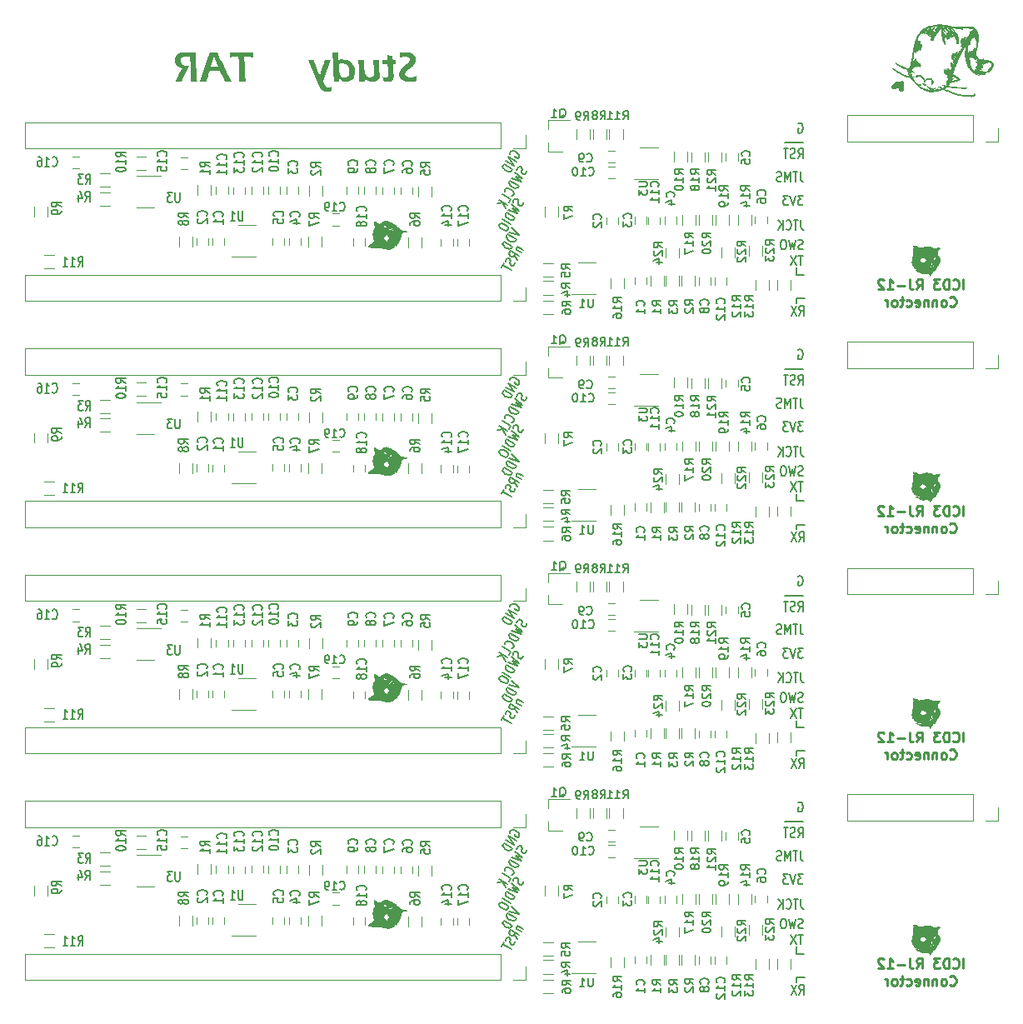
<source format=gbo>
%MOIN*%
%OFA0B0*%
%FSLAX46Y46*%
%IPPOS*%
%LPD*%
%ADD10C,0.0039370078740157488*%
%ADD11C,0.0078740157480314977*%
%ADD12C,0.0047244094488188976*%
%ADD13C,0.00011110236220472441*%
%ADD24C,0.0039370078740157488*%
%ADD25C,0.0078740157480314977*%
%ADD26C,0.0047244094488188976*%
%ADD27C,0.00011110236220472441*%
%ADD28C,0.0039370078740157488*%
%ADD29C,0.0078740157480314977*%
%ADD30C,0.0047244094488188976*%
%ADD31C,0.00011110236220472441*%
%ADD32C,0.0039370078740157488*%
%ADD33C,0.0078740157480314977*%
%ADD34C,0.0047244094488188976*%
%ADD35C,0.00011110236220472441*%
%ADD36C,0.0039370078740157488*%
%ADD37C,0.0078740157480314977*%
%ADD38C,0.0047244094488188976*%
%ADD39C,0.0039370078740157488*%
%ADD40C,0.0078740157480314977*%
%ADD41C,0.0047244094488188976*%
%ADD42C,0.0039370078740157488*%
%ADD43C,0.0078740157480314977*%
%ADD44C,0.0047244094488188976*%
%ADD45C,0.0039370078740157488*%
%ADD46C,0.0078740157480314977*%
%ADD47C,0.0047244094488188976*%
%ADD48C,0.0039370078740157488*%
%ADD49C,0.0039370078740157488*%
%ADD50C,0.00984251968503937*%
%ADD51C,0.0047244094488188976*%
%ADD52C,0.00011110236220472441*%
%ADD53C,0.0039370078740157488*%
%ADD54C,0.00984251968503937*%
%ADD55C,0.0047244094488188976*%
%ADD56C,0.00011110236220472441*%
%ADD57C,0.0039370078740157488*%
%ADD58C,0.00984251968503937*%
%ADD59C,0.0047244094488188976*%
%ADD60C,0.00011110236220472441*%
%ADD61C,0.0039370078740157488*%
%ADD62C,0.00984251968503937*%
%ADD63C,0.0047244094488188976*%
%ADD64C,0.00011110236220472441*%
%ADD65C,0.0039370078740157488*%
%ADD66C,0.0014444488188976379*%
%ADD67C,0.00088889763779527572*%
G01G01*
D10*
D11*
X0001969333Y0000390376D02*
X0001998180Y0000361599D01*
X0001958835Y0000372192D01*
X0001987681Y0000343415D02*
X0001953585Y0000363100D01*
X0001949836Y0000356606D01*
X0001949210Y0000351772D01*
X0001950957Y0000347299D01*
X0001953454Y0000344125D01*
X0001959199Y0000339077D01*
X0001964070Y0000336265D01*
X0001971314Y0000333814D01*
X0001975311Y0000333238D01*
X0001980058Y0000333961D01*
X0001983931Y0000336920D01*
X0001987681Y0000343415D01*
X0001971933Y0000316138D02*
X0001937837Y0000335824D01*
X0001934088Y0000329329D01*
X0001933462Y0000324495D01*
X0001935209Y0000320023D01*
X0001937706Y0000316849D01*
X0001943451Y0000311801D01*
X0001948322Y0000308988D01*
X0001955566Y0000306538D01*
X0001959563Y0000305962D01*
X0001964310Y0000306685D01*
X0001968183Y0000309644D01*
X0001971933Y0000316138D01*
X0001991928Y0000315112D02*
X0002014659Y0000301989D01*
X0001995176Y0000313237D02*
X0001992802Y0000312876D01*
X0001989679Y0000311215D01*
X0001987429Y0000307319D01*
X0001987553Y0000303784D01*
X0001990050Y0000300610D01*
X0002007910Y0000290299D01*
X0001991412Y0000261724D02*
X0001980425Y0000280190D01*
X0002000411Y0000277310D02*
X0001966315Y0000296995D01*
X0001960316Y0000286604D01*
X0001960440Y0000283069D01*
X0001961313Y0000280833D01*
X0001963811Y0000277659D01*
X0001968681Y0000274847D01*
X0001972678Y0000274271D01*
X0001975052Y0000274632D01*
X0001978175Y0000276293D01*
X0001984175Y0000286684D01*
X0001983789Y0000252270D02*
X0001983163Y0000247436D01*
X0001979413Y0000240942D01*
X0001976290Y0000239281D01*
X0001973916Y0000238920D01*
X0001969919Y0000239496D01*
X0001966672Y0000241370D01*
X0001964175Y0000244544D01*
X0001963301Y0000246780D01*
X0001963177Y0000250315D01*
X0001964553Y0000256448D01*
X0001964429Y0000259983D01*
X0001963556Y0000262220D01*
X0001961058Y0000265393D01*
X0001957811Y0000267268D01*
X0001953814Y0000267844D01*
X0001951441Y0000267482D01*
X0001948317Y0000265822D01*
X0001944568Y0000259328D01*
X0001943942Y0000254494D01*
X0001937819Y0000247638D02*
X0001928820Y0000232051D01*
X0001967415Y0000220160D02*
X0001933319Y0000239845D01*
X0002014966Y0000490698D02*
X0002014340Y0000485864D01*
X0002010590Y0000479369D01*
X0002007467Y0000477709D01*
X0002005094Y0000477348D01*
X0002001097Y0000477923D01*
X0001997849Y0000479798D01*
X0001995352Y0000482972D01*
X0001994478Y0000485208D01*
X0001994355Y0000488743D01*
X0001995731Y0000494876D01*
X0001995607Y0000498411D01*
X0001994733Y0000500648D01*
X0001992236Y0000503821D01*
X0001988989Y0000505696D01*
X0001984992Y0000506272D01*
X0001982618Y0000505910D01*
X0001979495Y0000504250D01*
X0001975745Y0000497756D01*
X0001975119Y0000492922D01*
X0001968246Y0000484767D02*
X0001998592Y0000458587D01*
X0001971238Y0000467453D01*
X0001992593Y0000448196D01*
X0001954748Y0000461387D01*
X0001982844Y0000431311D02*
X0001948748Y0000450996D01*
X0001944999Y0000444502D01*
X0001944373Y0000439668D01*
X0001946120Y0000435195D01*
X0001948617Y0000432022D01*
X0001954362Y0000426973D01*
X0001959233Y0000424161D01*
X0001966477Y0000421710D01*
X0001970474Y0000421134D01*
X0001975221Y0000421857D01*
X0001979094Y0000424817D01*
X0001982844Y0000431311D01*
X0001967096Y0000404035D02*
X0001933000Y0000423720D01*
X0001922502Y0000405535D02*
X0001919502Y0000400340D01*
X0001919626Y0000396805D01*
X0001921373Y0000392332D01*
X0001927118Y0000387284D01*
X0001938483Y0000380722D01*
X0001945727Y0000378272D01*
X0001950474Y0000378995D01*
X0001953598Y0000380655D01*
X0001956597Y0000385850D01*
X0001956473Y0000389386D01*
X0001954726Y0000393858D01*
X0001948982Y0000398906D01*
X0001937616Y0000405468D01*
X0001930372Y0000407919D01*
X0001925625Y0000407196D01*
X0001922502Y0000405535D01*
X0002030129Y0000618548D02*
X0002029503Y0000613714D01*
X0002025754Y0000607219D01*
X0002022630Y0000605559D01*
X0002020257Y0000605197D01*
X0002016260Y0000605773D01*
X0002013012Y0000607648D01*
X0002010515Y0000610822D01*
X0002009641Y0000613058D01*
X0002009518Y0000616593D01*
X0002010894Y0000622726D01*
X0002010770Y0000626261D01*
X0002009896Y0000628497D01*
X0002007399Y0000631671D01*
X0002004152Y0000633546D01*
X0002000155Y0000634122D01*
X0001997781Y0000633760D01*
X0001994658Y0000632100D01*
X0001990908Y0000625605D01*
X0001990282Y0000620771D01*
X0001983409Y0000612617D02*
X0002013755Y0000586437D01*
X0001986402Y0000595302D01*
X0002007756Y0000576046D01*
X0001969911Y0000589237D01*
X0001998007Y0000559161D02*
X0001963912Y0000578846D01*
X0001960162Y0000572352D01*
X0001959536Y0000567517D01*
X0001961283Y0000563045D01*
X0001963781Y0000559871D01*
X0001969525Y0000554823D01*
X0001974396Y0000552011D01*
X0001981640Y0000549560D01*
X0001985637Y0000548984D01*
X0001990384Y0000549707D01*
X0001994258Y0000552666D01*
X0001998007Y0000559161D01*
X0001970013Y0000518173D02*
X0001972386Y0000518534D01*
X0001976260Y0000521493D01*
X0001977760Y0000524091D01*
X0001978386Y0000528925D01*
X0001976638Y0000533398D01*
X0001974141Y0000536571D01*
X0001968397Y0000541620D01*
X0001963526Y0000544432D01*
X0001956282Y0000546883D01*
X0001952284Y0000547458D01*
X0001947537Y0000546735D01*
X0001943664Y0000543776D01*
X0001942164Y0000541178D01*
X0001941538Y0000536344D01*
X0001942412Y0000534108D01*
X0001959012Y0000491619D02*
X0001966511Y0000504608D01*
X0001932416Y0000524293D01*
X0001953763Y0000482527D02*
X0001919667Y0000502212D01*
X0001944764Y0000466941D02*
X0001932030Y0000489879D01*
X0001910668Y0000486626D02*
X0001939150Y0000490964D01*
X0001963533Y0000686057D02*
X0001963409Y0000689592D01*
X0001965659Y0000693489D01*
X0001969532Y0000696448D01*
X0001974279Y0000697171D01*
X0001978276Y0000696595D01*
X0001985521Y0000694145D01*
X0001990391Y0000691332D01*
X0001996136Y0000686284D01*
X0001998633Y0000683110D01*
X0002000380Y0000678638D01*
X0001999754Y0000673804D01*
X0001998255Y0000671206D01*
X0001994381Y0000668247D01*
X0001992008Y0000667885D01*
X0001980643Y0000674447D01*
X0001983642Y0000679642D01*
X0001988506Y0000654321D02*
X0001954410Y0000674006D01*
X0001979507Y0000638734D01*
X0001945411Y0000658419D01*
X0001972008Y0000625745D02*
X0001937912Y0000645430D01*
X0001934163Y0000638936D01*
X0001933537Y0000634102D01*
X0001935284Y0000629630D01*
X0001937781Y0000626456D01*
X0001943526Y0000621407D01*
X0001948397Y0000618595D01*
X0001955641Y0000616145D01*
X0001959638Y0000615569D01*
X0001964385Y0000616292D01*
X0001968258Y0000619251D01*
X0001972008Y0000625745D01*
D12*
X0000137795Y0000280708D02*
X0000098425Y0000280708D01*
X0000098425Y0000227165D02*
X0000137795Y0000227165D01*
X0001252047Y0000399133D02*
X0001279606Y0000399133D01*
X0001279606Y0000446377D02*
X0001252047Y0000446377D01*
X0001336299Y0000346771D02*
X0001336299Y0000319212D01*
X0001383543Y0000319212D02*
X0001383543Y0000346771D01*
X0001799291Y0000317244D02*
X0001799291Y0000344803D01*
X0001752047Y0000344803D02*
X0001752047Y0000317244D01*
X0000239448Y0000674330D02*
X0000211889Y0000674330D01*
X0000211889Y0000627086D02*
X0000239448Y0000627086D01*
X0000644173Y0000624724D02*
X0000671732Y0000624724D01*
X0000671732Y0000671968D02*
X0000644173Y0000671968D01*
X0000692598Y0000314881D02*
X0000692598Y0000354251D01*
X0000639055Y0000354251D02*
X0000639055Y0000314881D01*
X0000755590Y0000321181D02*
X0000755590Y0000348740D01*
X0000708346Y0000348740D02*
X0000708346Y0000321181D01*
X0000772913Y0000348346D02*
X0000772913Y0000320787D01*
X0000820157Y0000320787D02*
X0000820157Y0000348346D01*
X0000874094Y0000400708D02*
X0000944960Y0000400708D01*
X0000944960Y0000273936D02*
X0000848503Y0000273936D01*
X0001011102Y0000349527D02*
X0001011102Y0000321968D01*
X0001058346Y0000321968D02*
X0001058346Y0000349527D01*
X0001079606Y0000349133D02*
X0001079606Y0000321574D01*
X0001126850Y0000321574D02*
X0001126850Y0000349133D01*
X0001208346Y0000314881D02*
X0001208346Y0000354251D01*
X0001154803Y0000354251D02*
X0001154803Y0000314881D01*
X0001609133Y0000312519D02*
X0001609133Y0000351889D01*
X0001555590Y0000351889D02*
X0001555590Y0000312519D01*
X0001734330Y0000318031D02*
X0001734330Y0000345590D01*
X0001687086Y0000345590D02*
X0001687086Y0000318031D01*
X0001650393Y0000513779D02*
X0001650393Y0000553149D01*
X0001596850Y0000553149D02*
X0001596850Y0000513779D01*
X0001500078Y0000524724D02*
X0001500078Y0000552283D01*
X0001452834Y0000552283D02*
X0001452834Y0000524724D01*
X0001378031Y0000553070D02*
X0001378031Y0000525511D01*
X0001425275Y0000525511D02*
X0001425275Y0000553070D01*
X0001309921Y0000553070D02*
X0001309921Y0000525511D01*
X0001357165Y0000525511D02*
X0001357165Y0000553070D01*
X0001157559Y0000557401D02*
X0001157559Y0000518031D01*
X0001211102Y0000518031D02*
X0001211102Y0000557401D01*
X0001117007Y0000525511D02*
X0001117007Y0000553070D01*
X0001069763Y0000553070D02*
X0001069763Y0000525511D01*
X0000834330Y0000525905D02*
X0000834330Y0000553464D01*
X0000787086Y0000553464D02*
X0000787086Y0000525905D01*
X0001042992Y0000525905D02*
X0001042992Y0000553464D01*
X0000995748Y0000553464D02*
X0000995748Y0000525905D01*
X0000902440Y0000525118D02*
X0000902440Y0000552677D01*
X0000855196Y0000552677D02*
X0000855196Y0000525118D01*
X0000976456Y0000526299D02*
X0000976456Y0000553858D01*
X0000929212Y0000553858D02*
X0000929212Y0000526299D01*
X0000765826Y0000520787D02*
X0000765826Y0000560157D01*
X0000712283Y0000560157D02*
X0000712283Y0000520787D01*
X0000467322Y0000622440D02*
X0000506692Y0000622440D01*
X0000506692Y0000675984D02*
X0000467322Y0000675984D01*
X0000538661Y0000471574D02*
X0000467795Y0000471574D01*
X0000467795Y0000598346D02*
X0000564251Y0000598346D01*
X0000322913Y0000479055D02*
X0000362283Y0000479055D01*
X0000362283Y0000532598D02*
X0000322913Y0000532598D01*
X0000322913Y0000554251D02*
X0000362283Y0000554251D01*
X0000362283Y0000607795D02*
X0000322913Y0000607795D01*
X0000111889Y0000435354D02*
X0000111889Y0000474724D01*
X0000058346Y0000474724D02*
X0000058346Y0000435354D01*
X0000022125Y0000097952D02*
X0000022125Y0000202677D01*
X0001924488Y0000097952D02*
X0000022125Y0000097952D01*
X0001924488Y0000202677D02*
X0000022125Y0000202677D01*
X0001924488Y0000097952D02*
X0001924488Y0000202677D01*
X0001974488Y0000097952D02*
X0002026850Y0000097952D01*
X0002026850Y0000097952D02*
X0002026850Y0000150314D01*
X0000022125Y0000708188D02*
X0000022125Y0000812913D01*
X0001924488Y0000708188D02*
X0000022125Y0000708188D01*
X0001924488Y0000812913D02*
X0000022125Y0000812913D01*
X0001924488Y0000708188D02*
X0001924488Y0000812913D01*
X0001974488Y0000708188D02*
X0002026850Y0000708188D01*
X0002026850Y0000708188D02*
X0002026850Y0000760551D01*
X0001573307Y0000524724D02*
X0001573307Y0000552283D01*
X0001526062Y0000552283D02*
X0001526062Y0000524724D01*
D13*
G36*
X0001472276Y0000388527D02*
X0001474144Y0000388468D01*
X0001476818Y0000387344D01*
X0001479264Y0000386518D01*
X0001483729Y0000386610D01*
X0001486677Y0000388596D01*
X0001488893Y0000391301D01*
X0001490509Y0000393459D01*
X0001491660Y0000393804D01*
X0001492982Y0000390686D01*
X0001491817Y0000387988D01*
X0001489998Y0000385964D01*
X0001489357Y0000384870D01*
X0001493381Y0000383255D01*
X0001496624Y0000380983D01*
X0001498935Y0000378343D01*
X0001500160Y0000375625D01*
X0001500146Y0000373120D01*
X0001497529Y0000374493D01*
X0001495028Y0000376830D01*
X0001491263Y0000379673D01*
X0001487375Y0000381202D01*
X0001484439Y0000381067D01*
X0001482418Y0000380146D01*
X0001481275Y0000379319D01*
X0001478870Y0000377200D01*
X0001476750Y0000375019D01*
X0001474551Y0000373618D01*
X0001471912Y0000373837D01*
X0001472616Y0000375916D01*
X0001475176Y0000378654D01*
X0001477900Y0000381165D01*
X0001479096Y0000382565D01*
X0001476127Y0000384723D01*
X0001472732Y0000386617D01*
X0001472276Y0000388528D01*
X0001468689Y0000391012D01*
X0001467763Y0000391107D01*
X0001465839Y0000391118D01*
X0001463286Y0000391270D01*
X0001460469Y0000391788D01*
X0001457756Y0000392896D01*
X0001455512Y0000394818D01*
X0001454104Y0000397779D01*
X0001453899Y0000402004D01*
X0001446772Y0000408445D01*
X0001441459Y0000406423D01*
X0001438739Y0000406239D01*
X0001435475Y0000407226D01*
X0001431939Y0000409004D01*
X0001428399Y0000411188D01*
X0001425125Y0000413397D01*
X0001422388Y0000415249D01*
X0001420457Y0000416360D01*
X0001419601Y0000416349D01*
X0001418729Y0000414431D01*
X0001418668Y0000411333D01*
X0001419169Y0000407447D01*
X0001419980Y0000403164D01*
X0001420850Y0000398875D01*
X0001421530Y0000394973D01*
X0001421768Y0000391847D01*
X0001421313Y0000389891D01*
X0001419034Y0000386330D01*
X0001417220Y0000382735D01*
X0001415830Y0000379106D01*
X0001414822Y0000375443D01*
X0001414155Y0000371747D01*
X0001413786Y0000368018D01*
X0001413675Y0000364254D01*
X0001413780Y0000360457D01*
X0001414346Y0000356556D01*
X0001415221Y0000352910D01*
X0001416208Y0000349463D01*
X0001417109Y0000346160D01*
X0001417726Y0000342947D01*
X0001417938Y0000338633D01*
X0001417297Y0000335846D01*
X0001415924Y0000333991D01*
X0001413942Y0000332471D01*
X0001411469Y0000330689D01*
X0001408628Y0000328049D01*
X0001406063Y0000325784D01*
X0001402852Y0000323504D01*
X0001399571Y0000321253D01*
X0001396796Y0000319072D01*
X0001395101Y0000317003D01*
X0001396440Y0000315154D01*
X0001399895Y0000313832D01*
X0001401975Y0000313327D01*
X0001405086Y0000312962D01*
X0001409002Y0000312712D01*
X0001413497Y0000312552D01*
X0001418346Y0000312458D01*
X0001423321Y0000312405D01*
X0001428197Y0000312367D01*
X0001432748Y0000312321D01*
X0001436747Y0000312241D01*
X0001439969Y0000312103D01*
X0001442188Y0000311881D01*
X0001445993Y0000311153D01*
X0001450429Y0000310172D01*
X0001454906Y0000309110D01*
X0001458835Y0000308139D01*
X0001461625Y0000307430D01*
X0001462686Y0000307156D01*
X0001468229Y0000335499D01*
X0001467187Y0000337279D01*
X0001464995Y0000338843D01*
X0001462253Y0000340451D01*
X0001459557Y0000342365D01*
X0001457504Y0000344845D01*
X0001456694Y0000348153D01*
X0001457231Y0000352261D01*
X0001458621Y0000355309D01*
X0001460570Y0000357645D01*
X0001462781Y0000359621D01*
X0001464959Y0000361584D01*
X0001466809Y0000363885D01*
X0001468035Y0000366874D01*
X0001470033Y0000363106D01*
X0001471898Y0000360525D01*
X0001473583Y0000358745D01*
X0001475037Y0000357380D01*
X0001476211Y0000356044D01*
X0001477053Y0000354353D01*
X0001477515Y0000351921D01*
X0001477547Y0000348362D01*
X0001476273Y0000345093D01*
X0001473752Y0000341446D01*
X0001470796Y0000338042D01*
X0001468218Y0000335500D01*
X0001462686Y0000307156D01*
X0001464972Y0000306789D01*
X0001469506Y0000306061D01*
X0001472806Y0000305530D01*
X0001476730Y0000305360D01*
X0001481265Y0000306323D01*
X0001485560Y0000307789D01*
X0001488762Y0000309130D01*
X0001490019Y0000309717D01*
X0001491455Y0000310428D01*
X0001494961Y0000312730D01*
X0001495952Y0000313358D01*
X0001497846Y0000314763D01*
X0001498346Y0000315370D01*
X0001499680Y0000317278D01*
X0001501600Y0000320614D01*
X0001503856Y0000325506D01*
X0001506202Y0000332083D01*
X0001507118Y0000335616D01*
X0001507744Y0000339045D01*
X0001508164Y0000342174D01*
X0001508461Y0000344807D01*
X0001509126Y0000351481D01*
X0001509380Y0000355037D01*
X0001509491Y0000356126D01*
X0001509784Y0000355261D01*
X0001510281Y0000352767D01*
X0001510681Y0000348953D01*
X0001510680Y0000344126D01*
X0001509977Y0000338597D01*
X0001508914Y0000333882D01*
X0001507682Y0000329175D01*
X0001506467Y0000324875D01*
X0001505457Y0000321381D01*
X0001504839Y0000319091D01*
X0001504799Y0000318406D01*
X0001507567Y0000321131D01*
X0001510245Y0000324661D01*
X0001512787Y0000328740D01*
X0001515144Y0000333111D01*
X0001517269Y0000337514D01*
X0001519114Y0000341695D01*
X0001520632Y0000345394D01*
X0001521776Y0000348355D01*
X0001522497Y0000350320D01*
X0001522747Y0000351032D01*
X0001524299Y0000356130D01*
X0001525651Y0000360466D01*
X0001526919Y0000364103D01*
X0001528221Y0000367103D01*
X0001529674Y0000369527D01*
X0001531395Y0000371439D01*
X0001533501Y0000372900D01*
X0001536110Y0000373972D01*
X0001539337Y0000374717D01*
X0001543300Y0000375198D01*
X0001548117Y0000375476D01*
X0001542369Y0000376411D01*
X0001537344Y0000377505D01*
X0001532968Y0000378744D01*
X0001529167Y0000380115D01*
X0001525865Y0000381605D01*
X0001522989Y0000383201D01*
X0001520463Y0000384889D01*
X0001518214Y0000386656D01*
X0001516168Y0000388489D01*
X0001514248Y0000390374D01*
X0001512383Y0000392299D01*
X0001510496Y0000394249D01*
X0001508513Y0000396213D01*
X0001506360Y0000398176D01*
X0001503963Y0000400125D01*
X0001501247Y0000402047D01*
X0001498138Y0000403929D01*
X0001498138Y0000403929D01*
X0001494493Y0000405697D01*
X0001490897Y0000407714D01*
X0001487344Y0000409860D01*
X0001483828Y0000412019D01*
X0001480343Y0000414073D01*
X0001476884Y0000415904D01*
X0001473444Y0000417394D01*
X0001470020Y0000418425D01*
X0001466603Y0000418880D01*
X0001463143Y0000418388D01*
X0001459895Y0000417190D01*
X0001456747Y0000415442D01*
X0001453586Y0000413298D01*
X0001450298Y0000410914D01*
X0001446772Y0000408445D01*
X0001453899Y0000402004D01*
X0001459498Y0000401793D01*
X0001463383Y0000400503D01*
X0001465885Y0000398511D01*
X0001467335Y0000396191D01*
X0001468065Y0000393918D01*
X0001468406Y0000392067D01*
X0001468689Y0000391012D01*
X0001472276Y0000388527D01*
X0001472276Y0000388527D01*
G37*
X0001472276Y0000388527D02*
X0001474144Y0000388468D01*
X0001476818Y0000387344D01*
X0001479264Y0000386518D01*
X0001483729Y0000386610D01*
X0001486677Y0000388596D01*
X0001488893Y0000391301D01*
X0001490509Y0000393459D01*
X0001491660Y0000393804D01*
X0001492982Y0000390686D01*
X0001491817Y0000387988D01*
X0001489998Y0000385964D01*
X0001489357Y0000384870D01*
X0001493381Y0000383255D01*
X0001496624Y0000380983D01*
X0001498935Y0000378343D01*
X0001500160Y0000375625D01*
X0001500146Y0000373120D01*
X0001497529Y0000374493D01*
X0001495028Y0000376830D01*
X0001491263Y0000379673D01*
X0001487375Y0000381202D01*
X0001484439Y0000381067D01*
X0001482418Y0000380146D01*
X0001481275Y0000379319D01*
X0001478870Y0000377200D01*
X0001476750Y0000375019D01*
X0001474551Y0000373618D01*
X0001471912Y0000373837D01*
X0001472616Y0000375916D01*
X0001475176Y0000378654D01*
X0001477900Y0000381165D01*
X0001479096Y0000382565D01*
X0001476127Y0000384723D01*
X0001472732Y0000386617D01*
X0001472276Y0000388528D01*
X0001468689Y0000391012D01*
X0001467763Y0000391107D01*
X0001465839Y0000391118D01*
X0001463286Y0000391270D01*
X0001460469Y0000391788D01*
X0001457756Y0000392896D01*
X0001455512Y0000394818D01*
X0001454104Y0000397779D01*
X0001453899Y0000402004D01*
X0001446772Y0000408445D01*
X0001441459Y0000406423D01*
X0001438739Y0000406239D01*
X0001435475Y0000407226D01*
X0001431939Y0000409004D01*
X0001428399Y0000411188D01*
X0001425125Y0000413397D01*
X0001422388Y0000415249D01*
X0001420457Y0000416360D01*
X0001419601Y0000416349D01*
X0001418729Y0000414431D01*
X0001418668Y0000411333D01*
X0001419169Y0000407447D01*
X0001419980Y0000403164D01*
X0001420850Y0000398875D01*
X0001421530Y0000394973D01*
X0001421768Y0000391847D01*
X0001421313Y0000389891D01*
X0001419034Y0000386330D01*
X0001417220Y0000382735D01*
X0001415830Y0000379106D01*
X0001414822Y0000375443D01*
X0001414155Y0000371747D01*
X0001413786Y0000368018D01*
X0001413675Y0000364254D01*
X0001413780Y0000360457D01*
X0001414346Y0000356556D01*
X0001415221Y0000352910D01*
X0001416208Y0000349463D01*
X0001417109Y0000346160D01*
X0001417726Y0000342947D01*
X0001417938Y0000338633D01*
X0001417297Y0000335846D01*
X0001415924Y0000333991D01*
X0001413942Y0000332471D01*
X0001411469Y0000330689D01*
X0001408628Y0000328049D01*
X0001406063Y0000325784D01*
X0001402852Y0000323504D01*
X0001399571Y0000321253D01*
X0001396796Y0000319072D01*
X0001395101Y0000317003D01*
X0001396440Y0000315154D01*
X0001399895Y0000313832D01*
X0001401975Y0000313327D01*
X0001405086Y0000312962D01*
X0001409002Y0000312712D01*
X0001413497Y0000312552D01*
X0001418346Y0000312458D01*
X0001423321Y0000312405D01*
X0001428197Y0000312367D01*
X0001432748Y0000312321D01*
X0001436747Y0000312241D01*
X0001439969Y0000312103D01*
X0001442188Y0000311881D01*
X0001445993Y0000311153D01*
X0001450429Y0000310172D01*
X0001454906Y0000309110D01*
X0001458835Y0000308139D01*
X0001461625Y0000307430D01*
X0001462686Y0000307156D01*
X0001468229Y0000335499D01*
X0001467187Y0000337279D01*
X0001464995Y0000338843D01*
X0001462253Y0000340451D01*
X0001459557Y0000342365D01*
X0001457504Y0000344845D01*
X0001456694Y0000348153D01*
X0001457231Y0000352261D01*
X0001458621Y0000355309D01*
X0001460570Y0000357645D01*
X0001462781Y0000359621D01*
X0001464959Y0000361584D01*
X0001466809Y0000363885D01*
X0001468035Y0000366874D01*
X0001470033Y0000363106D01*
X0001471898Y0000360525D01*
X0001473583Y0000358745D01*
X0001475037Y0000357380D01*
X0001476211Y0000356044D01*
X0001477053Y0000354353D01*
X0001477515Y0000351921D01*
X0001477547Y0000348362D01*
X0001476273Y0000345093D01*
X0001473752Y0000341446D01*
X0001470796Y0000338042D01*
X0001468218Y0000335500D01*
X0001462686Y0000307156D01*
X0001464972Y0000306789D01*
X0001469506Y0000306061D01*
X0001472806Y0000305530D01*
X0001476730Y0000305360D01*
X0001481265Y0000306323D01*
X0001485560Y0000307789D01*
X0001488762Y0000309130D01*
X0001490019Y0000309717D01*
X0001491455Y0000310428D01*
X0001494961Y0000312730D01*
X0001495952Y0000313358D01*
X0001497846Y0000314763D01*
X0001498346Y0000315370D01*
X0001499680Y0000317278D01*
X0001501600Y0000320614D01*
X0001503856Y0000325506D01*
X0001506202Y0000332083D01*
X0001507118Y0000335616D01*
X0001507744Y0000339045D01*
X0001508164Y0000342174D01*
X0001508461Y0000344807D01*
X0001509126Y0000351481D01*
X0001509380Y0000355037D01*
X0001509491Y0000356126D01*
X0001509784Y0000355261D01*
X0001510281Y0000352767D01*
X0001510681Y0000348953D01*
X0001510680Y0000344126D01*
X0001509977Y0000338597D01*
X0001508914Y0000333882D01*
X0001507682Y0000329175D01*
X0001506467Y0000324875D01*
X0001505457Y0000321381D01*
X0001504839Y0000319091D01*
X0001504799Y0000318406D01*
X0001507567Y0000321131D01*
X0001510245Y0000324661D01*
X0001512787Y0000328740D01*
X0001515144Y0000333111D01*
X0001517269Y0000337514D01*
X0001519114Y0000341695D01*
X0001520632Y0000345394D01*
X0001521776Y0000348355D01*
X0001522497Y0000350320D01*
X0001522747Y0000351032D01*
X0001524299Y0000356130D01*
X0001525651Y0000360466D01*
X0001526919Y0000364103D01*
X0001528221Y0000367103D01*
X0001529674Y0000369527D01*
X0001531395Y0000371439D01*
X0001533501Y0000372900D01*
X0001536110Y0000373972D01*
X0001539337Y0000374717D01*
X0001543300Y0000375198D01*
X0001548117Y0000375476D01*
X0001542369Y0000376411D01*
X0001537344Y0000377505D01*
X0001532968Y0000378744D01*
X0001529167Y0000380115D01*
X0001525865Y0000381605D01*
X0001522989Y0000383201D01*
X0001520463Y0000384889D01*
X0001518214Y0000386656D01*
X0001516168Y0000388489D01*
X0001514248Y0000390374D01*
X0001512383Y0000392299D01*
X0001510496Y0000394249D01*
X0001508513Y0000396213D01*
X0001506360Y0000398176D01*
X0001503963Y0000400125D01*
X0001501247Y0000402047D01*
X0001498138Y0000403929D01*
X0001498138Y0000403929D01*
X0001494493Y0000405697D01*
X0001490897Y0000407714D01*
X0001487344Y0000409860D01*
X0001483828Y0000412019D01*
X0001480343Y0000414073D01*
X0001476884Y0000415904D01*
X0001473444Y0000417394D01*
X0001470020Y0000418425D01*
X0001466603Y0000418880D01*
X0001463143Y0000418388D01*
X0001459895Y0000417190D01*
X0001456747Y0000415442D01*
X0001453586Y0000413298D01*
X0001450298Y0000410914D01*
X0001446772Y0000408445D01*
X0001453899Y0000402004D01*
X0001459498Y0000401793D01*
X0001463383Y0000400503D01*
X0001465885Y0000398511D01*
X0001467335Y0000396191D01*
X0001468065Y0000393918D01*
X0001468406Y0000392067D01*
X0001468689Y0000391012D01*
X0001472276Y0000388527D01*
D11*
X0000234814Y0000235339D02*
X0000245313Y0000254087D01*
X0000252812Y0000235339D02*
X0000252812Y0000274709D01*
X0000240813Y0000274709D01*
X0000237814Y0000272834D01*
X0000236314Y0000270959D01*
X0000234814Y0000267210D01*
X0000234814Y0000261586D01*
X0000236314Y0000257836D01*
X0000237814Y0000255961D01*
X0000240813Y0000254087D01*
X0000252812Y0000254087D01*
X0000204818Y0000235339D02*
X0000222815Y0000235339D01*
X0000213817Y0000235339D02*
X0000213817Y0000274709D01*
X0000216816Y0000269085D01*
X0000219816Y0000265335D01*
X0000222815Y0000263460D01*
X0000174821Y0000235339D02*
X0000192819Y0000235339D01*
X0000183820Y0000235339D02*
X0000183820Y0000274709D01*
X0000186820Y0000269085D01*
X0000189820Y0000265335D01*
X0000192819Y0000263460D01*
X0001281349Y0000461197D02*
X0001282849Y0000459604D01*
X0001287349Y0000458010D01*
X0001290348Y0000458010D01*
X0001294848Y0000459604D01*
X0001297847Y0000462791D01*
X0001299347Y0000465978D01*
X0001300847Y0000472352D01*
X0001300847Y0000477133D01*
X0001299347Y0000483507D01*
X0001297847Y0000486694D01*
X0001294848Y0000489881D01*
X0001290348Y0000491475D01*
X0001287349Y0000491475D01*
X0001282849Y0000489881D01*
X0001281349Y0000488288D01*
X0001251353Y0000458010D02*
X0001269351Y0000458010D01*
X0001260352Y0000458010D02*
X0001260352Y0000491475D01*
X0001263352Y0000486694D01*
X0001266351Y0000483507D01*
X0001269351Y0000481914D01*
X0001236355Y0000458010D02*
X0001230356Y0000458010D01*
X0001227356Y0000459604D01*
X0001225856Y0000461197D01*
X0001222857Y0000465978D01*
X0001221357Y0000472352D01*
X0001221357Y0000485101D01*
X0001222857Y0000488288D01*
X0001224356Y0000489881D01*
X0001227356Y0000491475D01*
X0001233355Y0000491475D01*
X0001236355Y0000489881D01*
X0001237855Y0000488288D01*
X0001239355Y0000485101D01*
X0001239355Y0000477133D01*
X0001237855Y0000473946D01*
X0001236355Y0000472352D01*
X0001233355Y0000470759D01*
X0001227356Y0000470759D01*
X0001224356Y0000472352D01*
X0001222857Y0000473946D01*
X0001221357Y0000477133D01*
X0001384218Y0000456389D02*
X0001386092Y0000457889D01*
X0001387967Y0000462388D01*
X0001387967Y0000465388D01*
X0001386092Y0000469887D01*
X0001382343Y0000472887D01*
X0001378593Y0000474386D01*
X0001371094Y0000475886D01*
X0001365470Y0000475886D01*
X0001357971Y0000474386D01*
X0001354221Y0000472887D01*
X0001350472Y0000469887D01*
X0001348597Y0000465388D01*
X0001348597Y0000462388D01*
X0001350472Y0000457889D01*
X0001352347Y0000456389D01*
X0001387967Y0000426392D02*
X0001387967Y0000444390D01*
X0001387967Y0000435391D02*
X0001348597Y0000435391D01*
X0001354221Y0000438391D01*
X0001357971Y0000441391D01*
X0001359846Y0000444390D01*
X0001365470Y0000408395D02*
X0001363595Y0000411394D01*
X0001361721Y0000412894D01*
X0001357971Y0000414394D01*
X0001356096Y0000414394D01*
X0001352347Y0000412894D01*
X0001350472Y0000411394D01*
X0001348597Y0000408395D01*
X0001348597Y0000402395D01*
X0001350472Y0000399396D01*
X0001352347Y0000397896D01*
X0001356096Y0000396396D01*
X0001357971Y0000396396D01*
X0001361721Y0000397896D01*
X0001363595Y0000399396D01*
X0001365470Y0000402395D01*
X0001365470Y0000408395D01*
X0001367345Y0000411394D01*
X0001369220Y0000412894D01*
X0001372969Y0000414394D01*
X0001380468Y0000414394D01*
X0001384218Y0000412894D01*
X0001386092Y0000411394D01*
X0001387967Y0000408395D01*
X0001387967Y0000402395D01*
X0001386092Y0000399396D01*
X0001384218Y0000397896D01*
X0001380468Y0000396396D01*
X0001372969Y0000396396D01*
X0001369220Y0000397896D01*
X0001367345Y0000399396D01*
X0001365470Y0000402395D01*
X0001791619Y0000459223D02*
X0001793494Y0000460723D01*
X0001795369Y0000465223D01*
X0001795369Y0000468222D01*
X0001793494Y0000472722D01*
X0001789745Y0000475721D01*
X0001785995Y0000477221D01*
X0001778496Y0000478721D01*
X0001772872Y0000478721D01*
X0001765373Y0000477221D01*
X0001761623Y0000475721D01*
X0001757874Y0000472722D01*
X0001755999Y0000468222D01*
X0001755999Y0000465223D01*
X0001757874Y0000460723D01*
X0001759748Y0000459223D01*
X0001795369Y0000429227D02*
X0001795369Y0000447225D01*
X0001795369Y0000438226D02*
X0001755999Y0000438226D01*
X0001761623Y0000441226D01*
X0001765373Y0000444225D01*
X0001767247Y0000447225D01*
X0001755999Y0000418728D02*
X0001755999Y0000397731D01*
X0001795369Y0000411229D01*
X0000131271Y0000638695D02*
X0000132770Y0000636820D01*
X0000137270Y0000634945D01*
X0000140269Y0000634945D01*
X0000144769Y0000636820D01*
X0000147769Y0000640569D01*
X0000149268Y0000644319D01*
X0000150768Y0000651818D01*
X0000150768Y0000657442D01*
X0000149268Y0000664941D01*
X0000147769Y0000668691D01*
X0000144769Y0000672440D01*
X0000140269Y0000674315D01*
X0000137270Y0000674315D01*
X0000132770Y0000672440D01*
X0000131271Y0000670566D01*
X0000101274Y0000634945D02*
X0000119272Y0000634945D01*
X0000110273Y0000634945D02*
X0000110273Y0000674315D01*
X0000113273Y0000668691D01*
X0000116272Y0000664941D01*
X0000119272Y0000663067D01*
X0000074278Y0000674315D02*
X0000080277Y0000674315D01*
X0000083277Y0000672440D01*
X0000084776Y0000670566D01*
X0000087776Y0000664941D01*
X0000089276Y0000657442D01*
X0000089276Y0000642444D01*
X0000087776Y0000638695D01*
X0000086276Y0000636820D01*
X0000083277Y0000634945D01*
X0000077277Y0000634945D01*
X0000074278Y0000636820D01*
X0000072778Y0000638695D01*
X0000071278Y0000642444D01*
X0000071278Y0000651818D01*
X0000072778Y0000655568D01*
X0000074278Y0000657442D01*
X0000077277Y0000659317D01*
X0000083277Y0000659317D01*
X0000086276Y0000657442D01*
X0000087776Y0000655568D01*
X0000089276Y0000651818D01*
X0000586501Y0000676940D02*
X0000588376Y0000678440D01*
X0000590251Y0000682939D01*
X0000590251Y0000685939D01*
X0000588376Y0000690438D01*
X0000584626Y0000693438D01*
X0000580877Y0000694938D01*
X0000573378Y0000696437D01*
X0000567754Y0000696437D01*
X0000560254Y0000694938D01*
X0000556505Y0000693438D01*
X0000552755Y0000690438D01*
X0000550881Y0000685939D01*
X0000550881Y0000682939D01*
X0000552755Y0000678440D01*
X0000554630Y0000676940D01*
X0000590251Y0000646944D02*
X0000590251Y0000664941D01*
X0000590251Y0000655943D02*
X0000550881Y0000655943D01*
X0000556505Y0000658942D01*
X0000560254Y0000661942D01*
X0000562129Y0000664941D01*
X0000550881Y0000618447D02*
X0000550881Y0000633445D01*
X0000569628Y0000634945D01*
X0000567754Y0000633445D01*
X0000565879Y0000630446D01*
X0000565879Y0000622947D01*
X0000567754Y0000619947D01*
X0000569628Y0000618447D01*
X0000573378Y0000616947D01*
X0000582752Y0000616947D01*
X0000586501Y0000618447D01*
X0000588376Y0000619947D01*
X0000590251Y0000622947D01*
X0000590251Y0000630446D01*
X0000588376Y0000633445D01*
X0000586501Y0000634945D01*
X0000676156Y0000431548D02*
X0000657409Y0000442047D01*
X0000676156Y0000449546D02*
X0000636786Y0000449546D01*
X0000636786Y0000437547D01*
X0000638661Y0000434548D01*
X0000640536Y0000433048D01*
X0000644285Y0000431548D01*
X0000649910Y0000431548D01*
X0000653659Y0000433048D01*
X0000655534Y0000434548D01*
X0000657409Y0000437547D01*
X0000657409Y0000449546D01*
X0000653659Y0000413550D02*
X0000651784Y0000416550D01*
X0000649910Y0000418050D01*
X0000646160Y0000419550D01*
X0000644285Y0000419550D01*
X0000640536Y0000418050D01*
X0000638661Y0000416550D01*
X0000636786Y0000413550D01*
X0000636786Y0000407551D01*
X0000638661Y0000404551D01*
X0000640536Y0000403052D01*
X0000644285Y0000401552D01*
X0000646160Y0000401552D01*
X0000649910Y0000403052D01*
X0000651784Y0000404551D01*
X0000653659Y0000407551D01*
X0000653659Y0000413550D01*
X0000655534Y0000416550D01*
X0000657409Y0000418050D01*
X0000661158Y0000419550D01*
X0000668657Y0000419550D01*
X0000672407Y0000418050D01*
X0000674281Y0000416550D01*
X0000676156Y0000413550D01*
X0000676156Y0000407551D01*
X0000674281Y0000404551D01*
X0000672407Y0000403052D01*
X0000668657Y0000401552D01*
X0000661158Y0000401552D01*
X0000657409Y0000403052D01*
X0000655534Y0000404551D01*
X0000653659Y0000407551D01*
X0000747525Y0000437532D02*
X0000749400Y0000439032D01*
X0000751274Y0000443532D01*
X0000751274Y0000446531D01*
X0000749400Y0000451031D01*
X0000745650Y0000454030D01*
X0000741901Y0000455530D01*
X0000734401Y0000457030D01*
X0000728777Y0000457030D01*
X0000721278Y0000455530D01*
X0000717529Y0000454030D01*
X0000713779Y0000451031D01*
X0000711904Y0000446531D01*
X0000711904Y0000443532D01*
X0000713779Y0000439032D01*
X0000715654Y0000437532D01*
X0000715654Y0000425534D02*
X0000713779Y0000424034D01*
X0000711904Y0000421034D01*
X0000711904Y0000413535D01*
X0000713779Y0000410536D01*
X0000715654Y0000409036D01*
X0000719403Y0000407536D01*
X0000723153Y0000407536D01*
X0000728777Y0000409036D01*
X0000751274Y0000427034D01*
X0000751274Y0000407536D01*
X0000811304Y0000435170D02*
X0000813179Y0000436670D01*
X0000815054Y0000441169D01*
X0000815054Y0000444169D01*
X0000813179Y0000448668D01*
X0000809430Y0000451668D01*
X0000805680Y0000453168D01*
X0000798181Y0000454668D01*
X0000792557Y0000454668D01*
X0000785058Y0000453168D01*
X0000781308Y0000451668D01*
X0000777559Y0000448668D01*
X0000775684Y0000444169D01*
X0000775684Y0000441169D01*
X0000777559Y0000436670D01*
X0000779433Y0000435170D01*
X0000815054Y0000405174D02*
X0000815054Y0000423172D01*
X0000815054Y0000414173D02*
X0000775684Y0000414173D01*
X0000781308Y0000417172D01*
X0000785058Y0000420172D01*
X0000786932Y0000423172D01*
X0000893760Y0000456520D02*
X0000893760Y0000424649D01*
X0000892260Y0000420899D01*
X0000890761Y0000419025D01*
X0000887761Y0000417150D01*
X0000881762Y0000417150D01*
X0000878762Y0000419025D01*
X0000877262Y0000420899D01*
X0000875763Y0000424649D01*
X0000875763Y0000456520D01*
X0000844266Y0000417150D02*
X0000862264Y0000417150D01*
X0000853265Y0000417150D02*
X0000853265Y0000456520D01*
X0000856265Y0000450896D01*
X0000859265Y0000447146D01*
X0000862264Y0000445271D01*
X0001052643Y0000436745D02*
X0001054518Y0000438245D01*
X0001056392Y0000442744D01*
X0001056392Y0000445744D01*
X0001054518Y0000450243D01*
X0001050768Y0000453243D01*
X0001047019Y0000454743D01*
X0001039520Y0000456242D01*
X0001033895Y0000456242D01*
X0001026396Y0000454743D01*
X0001022647Y0000453243D01*
X0001018897Y0000450243D01*
X0001017022Y0000445744D01*
X0001017022Y0000442744D01*
X0001018897Y0000438245D01*
X0001020772Y0000436745D01*
X0001017022Y0000408248D02*
X0001017022Y0000423247D01*
X0001035770Y0000424746D01*
X0001033895Y0000423247D01*
X0001032020Y0000420247D01*
X0001032020Y0000412748D01*
X0001033895Y0000409748D01*
X0001035770Y0000408248D01*
X0001039520Y0000406749D01*
X0001048893Y0000406749D01*
X0001052643Y0000408248D01*
X0001054518Y0000409748D01*
X0001056392Y0000412748D01*
X0001056392Y0000420247D01*
X0001054518Y0000423247D01*
X0001052643Y0000424746D01*
X0001118785Y0000435170D02*
X0001120659Y0000436670D01*
X0001122534Y0000441169D01*
X0001122534Y0000444169D01*
X0001120659Y0000448668D01*
X0001116910Y0000451668D01*
X0001113160Y0000453168D01*
X0001105661Y0000454668D01*
X0001100037Y0000454668D01*
X0001092538Y0000453168D01*
X0001088788Y0000451668D01*
X0001085039Y0000448668D01*
X0001083164Y0000444169D01*
X0001083164Y0000441169D01*
X0001085039Y0000436670D01*
X0001086914Y0000435170D01*
X0001096287Y0000408173D02*
X0001122534Y0000408173D01*
X0001081289Y0000415673D02*
X0001109411Y0000423172D01*
X0001109411Y0000403674D01*
X0001198203Y0000429186D02*
X0001179456Y0000439685D01*
X0001198203Y0000447184D02*
X0001158833Y0000447184D01*
X0001158833Y0000435185D01*
X0001160708Y0000432185D01*
X0001162583Y0000430686D01*
X0001166332Y0000429186D01*
X0001171957Y0000429186D01*
X0001175706Y0000430686D01*
X0001177581Y0000432185D01*
X0001179456Y0000435185D01*
X0001179456Y0000447184D01*
X0001158833Y0000418687D02*
X0001158833Y0000397690D01*
X0001198203Y0000411188D01*
X0001601668Y0000429265D02*
X0001582920Y0000439763D01*
X0001601668Y0000447262D02*
X0001562298Y0000447262D01*
X0001562298Y0000435264D01*
X0001564173Y0000432264D01*
X0001566047Y0000430764D01*
X0001569797Y0000429265D01*
X0001575421Y0000429265D01*
X0001579171Y0000430764D01*
X0001581046Y0000432264D01*
X0001582920Y0000435264D01*
X0001582920Y0000447262D01*
X0001562298Y0000402268D02*
X0001562298Y0000408267D01*
X0001564173Y0000411267D01*
X0001566047Y0000412767D01*
X0001571672Y0000415766D01*
X0001579171Y0000417266D01*
X0001594169Y0000417266D01*
X0001597919Y0000415766D01*
X0001599793Y0000414266D01*
X0001601668Y0000411267D01*
X0001601668Y0000405268D01*
X0001599793Y0000402268D01*
X0001597919Y0000400768D01*
X0001594169Y0000399268D01*
X0001584795Y0000399268D01*
X0001581046Y0000400768D01*
X0001579171Y0000402268D01*
X0001577296Y0000405268D01*
X0001577296Y0000411267D01*
X0001579171Y0000414266D01*
X0001581046Y0000415766D01*
X0001584795Y0000417266D01*
X0001725478Y0000458830D02*
X0001727352Y0000460329D01*
X0001729227Y0000464829D01*
X0001729227Y0000467829D01*
X0001727352Y0000472328D01*
X0001723603Y0000475328D01*
X0001719853Y0000476827D01*
X0001712354Y0000478327D01*
X0001706730Y0000478327D01*
X0001699231Y0000476827D01*
X0001695481Y0000475328D01*
X0001691732Y0000472328D01*
X0001689857Y0000467829D01*
X0001689857Y0000464829D01*
X0001691732Y0000460329D01*
X0001693607Y0000458830D01*
X0001729227Y0000428833D02*
X0001729227Y0000446831D01*
X0001729227Y0000437832D02*
X0001689857Y0000437832D01*
X0001695481Y0000440832D01*
X0001699231Y0000443832D01*
X0001701106Y0000446831D01*
X0001702980Y0000401837D02*
X0001729227Y0000401837D01*
X0001687982Y0000409336D02*
X0001716104Y0000416835D01*
X0001716104Y0000397337D01*
X0001643322Y0000632887D02*
X0001624574Y0000643385D01*
X0001643322Y0000650884D02*
X0001603952Y0000650884D01*
X0001603952Y0000638886D01*
X0001605826Y0000635886D01*
X0001607701Y0000634386D01*
X0001611451Y0000632887D01*
X0001617075Y0000632887D01*
X0001620824Y0000634386D01*
X0001622699Y0000635886D01*
X0001624574Y0000638886D01*
X0001624574Y0000650884D01*
X0001603952Y0000604390D02*
X0001603952Y0000619388D01*
X0001622699Y0000620888D01*
X0001620824Y0000619388D01*
X0001618950Y0000616389D01*
X0001618950Y0000608890D01*
X0001620824Y0000605890D01*
X0001622699Y0000604390D01*
X0001626449Y0000602890D01*
X0001635823Y0000602890D01*
X0001639572Y0000604390D01*
X0001641447Y0000605890D01*
X0001643322Y0000608890D01*
X0001643322Y0000616389D01*
X0001641447Y0000619388D01*
X0001639572Y0000620888D01*
X0001494375Y0000640682D02*
X0001496250Y0000642182D01*
X0001498125Y0000646681D01*
X0001498125Y0000649681D01*
X0001496250Y0000654180D01*
X0001492500Y0000657180D01*
X0001488751Y0000658680D01*
X0001481252Y0000660179D01*
X0001475628Y0000660179D01*
X0001468128Y0000658680D01*
X0001464379Y0000657180D01*
X0001460629Y0000654180D01*
X0001458755Y0000649681D01*
X0001458755Y0000646681D01*
X0001460629Y0000642182D01*
X0001462504Y0000640682D01*
X0001458755Y0000630183D02*
X0001458755Y0000609186D01*
X0001498125Y0000622684D01*
X0001421541Y0000641469D02*
X0001423415Y0000642969D01*
X0001425290Y0000647469D01*
X0001425290Y0000650468D01*
X0001423415Y0000654968D01*
X0001419666Y0000657967D01*
X0001415916Y0000659467D01*
X0001408417Y0000660967D01*
X0001402793Y0000660967D01*
X0001395294Y0000659467D01*
X0001391544Y0000657967D01*
X0001387795Y0000654968D01*
X0001385920Y0000650468D01*
X0001385920Y0000647469D01*
X0001387795Y0000642969D01*
X0001389670Y0000641469D01*
X0001402793Y0000623472D02*
X0001400918Y0000626471D01*
X0001399043Y0000627971D01*
X0001395294Y0000629471D01*
X0001393419Y0000629471D01*
X0001389670Y0000627971D01*
X0001387795Y0000626471D01*
X0001385920Y0000623472D01*
X0001385920Y0000617472D01*
X0001387795Y0000614473D01*
X0001389670Y0000612973D01*
X0001393419Y0000611473D01*
X0001395294Y0000611473D01*
X0001399043Y0000612973D01*
X0001400918Y0000614473D01*
X0001402793Y0000617472D01*
X0001402793Y0000623472D01*
X0001404668Y0000626471D01*
X0001406542Y0000627971D01*
X0001410292Y0000629471D01*
X0001417791Y0000629471D01*
X0001421541Y0000627971D01*
X0001423415Y0000626471D01*
X0001425290Y0000623472D01*
X0001425290Y0000617472D01*
X0001423415Y0000614473D01*
X0001421541Y0000612973D01*
X0001417791Y0000611473D01*
X0001410292Y0000611473D01*
X0001406542Y0000612973D01*
X0001404668Y0000614473D01*
X0001402793Y0000617472D01*
X0001349887Y0000641469D02*
X0001351762Y0000642969D01*
X0001353637Y0000647469D01*
X0001353637Y0000650468D01*
X0001351762Y0000654968D01*
X0001348012Y0000657967D01*
X0001344263Y0000659467D01*
X0001336764Y0000660967D01*
X0001331139Y0000660967D01*
X0001323640Y0000659467D01*
X0001319891Y0000657967D01*
X0001316141Y0000654968D01*
X0001314266Y0000650468D01*
X0001314266Y0000647469D01*
X0001316141Y0000642969D01*
X0001318016Y0000641469D01*
X0001353637Y0000626471D02*
X0001353637Y0000620472D01*
X0001351762Y0000617472D01*
X0001349887Y0000615972D01*
X0001344263Y0000612973D01*
X0001336764Y0000611473D01*
X0001321766Y0000611473D01*
X0001318016Y0000612973D01*
X0001316141Y0000614473D01*
X0001314266Y0000617472D01*
X0001314266Y0000623472D01*
X0001316141Y0000626471D01*
X0001318016Y0000627971D01*
X0001321766Y0000629471D01*
X0001331139Y0000629471D01*
X0001334889Y0000627971D01*
X0001336764Y0000626471D01*
X0001338638Y0000623472D01*
X0001338638Y0000617472D01*
X0001336764Y0000614473D01*
X0001334889Y0000612973D01*
X0001331139Y0000611473D01*
X0001204818Y0000632414D02*
X0001186070Y0000642913D01*
X0001204818Y0000650412D02*
X0001165448Y0000650412D01*
X0001165448Y0000638413D01*
X0001167322Y0000635414D01*
X0001169197Y0000633914D01*
X0001172947Y0000632414D01*
X0001178571Y0000632414D01*
X0001182320Y0000633914D01*
X0001184195Y0000635414D01*
X0001186070Y0000638413D01*
X0001186070Y0000650412D01*
X0001169197Y0000620416D02*
X0001167322Y0000618916D01*
X0001165448Y0000615916D01*
X0001165448Y0000608417D01*
X0001167322Y0000605418D01*
X0001169197Y0000603918D01*
X0001172947Y0000602418D01*
X0001176696Y0000602418D01*
X0001182320Y0000603918D01*
X0001204818Y0000621915D01*
X0001204818Y0000602418D01*
X0001109808Y0000638241D02*
X0001111683Y0000639741D01*
X0001113558Y0000644240D01*
X0001113558Y0000647240D01*
X0001111683Y0000651739D01*
X0001107934Y0000654739D01*
X0001104184Y0000656239D01*
X0001096685Y0000657739D01*
X0001091061Y0000657739D01*
X0001083562Y0000656239D01*
X0001079812Y0000654739D01*
X0001076062Y0000651739D01*
X0001074188Y0000647240D01*
X0001074188Y0000644240D01*
X0001076062Y0000639741D01*
X0001077937Y0000638241D01*
X0001074188Y0000627742D02*
X0001074188Y0000608245D01*
X0001089186Y0000618743D01*
X0001089186Y0000614244D01*
X0001091061Y0000611244D01*
X0001092935Y0000609745D01*
X0001096685Y0000608245D01*
X0001106059Y0000608245D01*
X0001109808Y0000609745D01*
X0001111683Y0000611244D01*
X0001113558Y0000614244D01*
X0001113558Y0000623243D01*
X0001111683Y0000626242D01*
X0001109808Y0000627742D01*
X0000825950Y0000663869D02*
X0000827825Y0000665369D01*
X0000829700Y0000669868D01*
X0000829700Y0000672868D01*
X0000827825Y0000677367D01*
X0000824075Y0000680367D01*
X0000820326Y0000681867D01*
X0000812827Y0000683367D01*
X0000807202Y0000683367D01*
X0000799703Y0000681867D01*
X0000795954Y0000680367D01*
X0000792204Y0000677367D01*
X0000790329Y0000672868D01*
X0000790329Y0000669868D01*
X0000792204Y0000665369D01*
X0000794079Y0000663869D01*
X0000829700Y0000633873D02*
X0000829700Y0000651871D01*
X0000829700Y0000642872D02*
X0000790329Y0000642872D01*
X0000795954Y0000645871D01*
X0000799703Y0000648871D01*
X0000801578Y0000651871D01*
X0000829700Y0000603877D02*
X0000829700Y0000621874D01*
X0000829700Y0000612875D02*
X0000790329Y0000612875D01*
X0000795954Y0000615875D01*
X0000799703Y0000618875D01*
X0000801578Y0000621874D01*
X0001033430Y0000677255D02*
X0001035305Y0000678755D01*
X0001037180Y0000683254D01*
X0001037180Y0000686254D01*
X0001035305Y0000690753D01*
X0001031556Y0000693753D01*
X0001027806Y0000695253D01*
X0001020307Y0000696752D01*
X0001014683Y0000696752D01*
X0001007184Y0000695253D01*
X0001003434Y0000693753D01*
X0000999685Y0000690753D01*
X0000997810Y0000686254D01*
X0000997810Y0000683254D01*
X0000999685Y0000678755D01*
X0001001559Y0000677255D01*
X0001037180Y0000647259D02*
X0001037180Y0000665256D01*
X0001037180Y0000656257D02*
X0000997810Y0000656257D01*
X0001003434Y0000659257D01*
X0001007184Y0000662257D01*
X0001009058Y0000665256D01*
X0000997810Y0000627761D02*
X0000997810Y0000624761D01*
X0000999685Y0000621762D01*
X0001001559Y0000620262D01*
X0001005309Y0000618762D01*
X0001012808Y0000617262D01*
X0001022182Y0000617262D01*
X0001029681Y0000618762D01*
X0001033430Y0000620262D01*
X0001035305Y0000621762D01*
X0001037180Y0000624761D01*
X0001037180Y0000627761D01*
X0001035305Y0000630761D01*
X0001033430Y0000632260D01*
X0001029681Y0000633760D01*
X0001022182Y0000635260D01*
X0001012808Y0000635260D01*
X0001005309Y0000633760D01*
X0001001559Y0000632260D01*
X0000999685Y0000630761D01*
X0000997810Y0000627761D01*
X0000893982Y0000673003D02*
X0000895856Y0000674503D01*
X0000897731Y0000679002D01*
X0000897731Y0000682002D01*
X0000895856Y0000686501D01*
X0000892107Y0000689501D01*
X0000888357Y0000691001D01*
X0000880858Y0000692500D01*
X0000875234Y0000692500D01*
X0000867735Y0000691001D01*
X0000863985Y0000689501D01*
X0000860236Y0000686501D01*
X0000858361Y0000682002D01*
X0000858361Y0000679002D01*
X0000860236Y0000674503D01*
X0000862110Y0000673003D01*
X0000897731Y0000643007D02*
X0000897731Y0000661004D01*
X0000897731Y0000652005D02*
X0000858361Y0000652005D01*
X0000863985Y0000655005D01*
X0000867735Y0000658005D01*
X0000869610Y0000661004D01*
X0000858361Y0000632508D02*
X0000858361Y0000613010D01*
X0000873359Y0000623509D01*
X0000873359Y0000619010D01*
X0000875234Y0000616010D01*
X0000877109Y0000614510D01*
X0000880858Y0000613010D01*
X0000890232Y0000613010D01*
X0000893982Y0000614510D01*
X0000895856Y0000616010D01*
X0000897731Y0000619010D01*
X0000897731Y0000628009D01*
X0000895856Y0000631008D01*
X0000893982Y0000632508D01*
X0000968391Y0000673397D02*
X0000970266Y0000674896D01*
X0000972140Y0000679396D01*
X0000972140Y0000682395D01*
X0000970266Y0000686895D01*
X0000966516Y0000689895D01*
X0000962767Y0000691394D01*
X0000955268Y0000692894D01*
X0000949643Y0000692894D01*
X0000942144Y0000691394D01*
X0000938395Y0000689895D01*
X0000934645Y0000686895D01*
X0000932770Y0000682395D01*
X0000932770Y0000679396D01*
X0000934645Y0000674896D01*
X0000936520Y0000673397D01*
X0000972140Y0000643400D02*
X0000972140Y0000661398D01*
X0000972140Y0000652399D02*
X0000932770Y0000652399D01*
X0000938395Y0000655399D01*
X0000942144Y0000658398D01*
X0000944019Y0000661398D01*
X0000936520Y0000631402D02*
X0000934645Y0000629902D01*
X0000932770Y0000626902D01*
X0000932770Y0000619403D01*
X0000934645Y0000616404D01*
X0000936520Y0000614904D01*
X0000940269Y0000613404D01*
X0000944019Y0000613404D01*
X0000949643Y0000614904D01*
X0000972140Y0000632902D01*
X0000972140Y0000613404D01*
X0000762298Y0000634776D02*
X0000743550Y0000645275D01*
X0000762298Y0000652774D02*
X0000722928Y0000652774D01*
X0000722928Y0000640776D01*
X0000724803Y0000637776D01*
X0000726677Y0000636276D01*
X0000730427Y0000634776D01*
X0000736051Y0000634776D01*
X0000739801Y0000636276D01*
X0000741676Y0000637776D01*
X0000743550Y0000640776D01*
X0000743550Y0000652774D01*
X0000762298Y0000604780D02*
X0000762298Y0000622778D01*
X0000762298Y0000613779D02*
X0000722928Y0000613779D01*
X0000728552Y0000616779D01*
X0000732302Y0000619778D01*
X0000734176Y0000622778D01*
X0000425290Y0000674971D02*
X0000406542Y0000685470D01*
X0000425290Y0000692969D02*
X0000385920Y0000692969D01*
X0000385920Y0000680971D01*
X0000387795Y0000677971D01*
X0000389670Y0000676471D01*
X0000393419Y0000674971D01*
X0000399043Y0000674971D01*
X0000402793Y0000676471D01*
X0000404668Y0000677971D01*
X0000406542Y0000680971D01*
X0000406542Y0000692969D01*
X0000425290Y0000644975D02*
X0000425290Y0000662973D01*
X0000425290Y0000653974D02*
X0000385920Y0000653974D01*
X0000391544Y0000656974D01*
X0000395294Y0000659973D01*
X0000397169Y0000662973D01*
X0000385920Y0000625478D02*
X0000385920Y0000622478D01*
X0000387795Y0000619478D01*
X0000389670Y0000617979D01*
X0000393419Y0000616479D01*
X0000400918Y0000614979D01*
X0000410292Y0000614979D01*
X0000417791Y0000616479D01*
X0000421541Y0000617979D01*
X0000423415Y0000619478D01*
X0000425290Y0000622478D01*
X0000425290Y0000625478D01*
X0000423415Y0000628477D01*
X0000421541Y0000629977D01*
X0000417791Y0000631477D01*
X0000410292Y0000632977D01*
X0000400918Y0000632977D01*
X0000393419Y0000631477D01*
X0000389670Y0000629977D01*
X0000387795Y0000628477D01*
X0000385920Y0000625478D01*
X0000641398Y0000531717D02*
X0000641398Y0000499846D01*
X0000639898Y0000496096D01*
X0000638398Y0000494221D01*
X0000635399Y0000492347D01*
X0000629400Y0000492347D01*
X0000626400Y0000494221D01*
X0000624900Y0000496096D01*
X0000623400Y0000499846D01*
X0000623400Y0000531717D01*
X0000611402Y0000531717D02*
X0000591904Y0000531717D01*
X0000602403Y0000516719D01*
X0000597904Y0000516719D01*
X0000594904Y0000514844D01*
X0000593404Y0000512969D01*
X0000591904Y0000509220D01*
X0000591904Y0000499846D01*
X0000593404Y0000496096D01*
X0000594904Y0000494221D01*
X0000597904Y0000492347D01*
X0000606902Y0000492347D01*
X0000609902Y0000494221D01*
X0000611402Y0000496096D01*
X0000262808Y0000496284D02*
X0000273307Y0000515031D01*
X0000280806Y0000496284D02*
X0000280806Y0000535654D01*
X0000268807Y0000535654D01*
X0000265807Y0000533779D01*
X0000264308Y0000531904D01*
X0000262808Y0000528155D01*
X0000262808Y0000522530D01*
X0000264308Y0000518781D01*
X0000265807Y0000516906D01*
X0000268807Y0000515031D01*
X0000280806Y0000515031D01*
X0000235811Y0000522530D02*
X0000235811Y0000496284D01*
X0000243310Y0000537529D02*
X0000250809Y0000509407D01*
X0000231312Y0000509407D01*
X0000265564Y0000564394D02*
X0000276062Y0000583142D01*
X0000283562Y0000564394D02*
X0000283562Y0000603764D01*
X0000271563Y0000603764D01*
X0000268563Y0000601889D01*
X0000267064Y0000600015D01*
X0000265564Y0000596265D01*
X0000265564Y0000590641D01*
X0000267064Y0000586891D01*
X0000268563Y0000585016D01*
X0000271563Y0000583142D01*
X0000283562Y0000583142D01*
X0000255065Y0000603764D02*
X0000235568Y0000603764D01*
X0000246066Y0000588766D01*
X0000241567Y0000588766D01*
X0000238567Y0000586891D01*
X0000237067Y0000585016D01*
X0000235568Y0000581267D01*
X0000235568Y0000571893D01*
X0000237067Y0000568143D01*
X0000238567Y0000566269D01*
X0000241567Y0000564394D01*
X0000250566Y0000564394D01*
X0000253565Y0000566269D01*
X0000255065Y0000568143D01*
X0000167495Y0000474068D02*
X0000148747Y0000484566D01*
X0000167495Y0000492065D02*
X0000128125Y0000492065D01*
X0000128125Y0000480067D01*
X0000130000Y0000477067D01*
X0000131874Y0000475568D01*
X0000135624Y0000474068D01*
X0000141248Y0000474068D01*
X0000144998Y0000475568D01*
X0000146872Y0000477067D01*
X0000148747Y0000480067D01*
X0000148747Y0000492065D01*
X0000167495Y0000459070D02*
X0000167495Y0000453070D01*
X0000165620Y0000450071D01*
X0000163745Y0000448571D01*
X0000158121Y0000445571D01*
X0000150622Y0000444071D01*
X0000135624Y0000444071D01*
X0000131874Y0000445571D01*
X0000130000Y0000447071D01*
X0000128125Y0000450071D01*
X0000128125Y0000456070D01*
X0000130000Y0000459070D01*
X0000131874Y0000460569D01*
X0000135624Y0000462069D01*
X0000144998Y0000462069D01*
X0000148747Y0000460569D01*
X0000150622Y0000459070D01*
X0000152497Y0000456070D01*
X0000152497Y0000450071D01*
X0000150622Y0000447071D01*
X0000148747Y0000445571D01*
X0000144998Y0000444071D01*
X0001568391Y0000639501D02*
X0001570266Y0000641001D01*
X0001572140Y0000645500D01*
X0001572140Y0000648500D01*
X0001570266Y0000652999D01*
X0001566516Y0000655999D01*
X0001562767Y0000657499D01*
X0001555268Y0000658998D01*
X0001549643Y0000658998D01*
X0001542144Y0000657499D01*
X0001538395Y0000655999D01*
X0001534645Y0000652999D01*
X0001532770Y0000648500D01*
X0001532770Y0000645500D01*
X0001534645Y0000641001D01*
X0001536520Y0000639501D01*
X0001532770Y0000612504D02*
X0001532770Y0000618503D01*
X0001534645Y0000621503D01*
X0001536520Y0000623003D01*
X0001542144Y0000626002D01*
X0001549643Y0000627502D01*
X0001564641Y0000627502D01*
X0001568391Y0000626002D01*
X0001570266Y0000624503D01*
X0001572140Y0000621503D01*
X0001572140Y0000615504D01*
X0001570266Y0000612504D01*
X0001568391Y0000611004D01*
X0001564641Y0000609505D01*
X0001555268Y0000609505D01*
X0001551518Y0000611004D01*
X0001549643Y0000612504D01*
X0001547769Y0000615504D01*
X0001547769Y0000621503D01*
X0001549643Y0000624503D01*
X0001551518Y0000626002D01*
X0001555268Y0000627502D01*
G04 next file*
G04 Gerber Fmt 4.6, Leading zero omitted, Abs format (unit mm)*
G04 Created by KiCad (PCBNEW 4.0.7) date 01/16/18 14:15:25*
G01G01*
G04 APERTURE LIST*
G04 APERTURE END LIST*
D24*
D25*
X0001969333Y0001295888D02*
X0001998180Y0001267111D01*
X0001958835Y0001277704D01*
X0001987681Y0001248927D02*
X0001953585Y0001268612D01*
X0001949836Y0001262117D01*
X0001949210Y0001257283D01*
X0001950957Y0001252811D01*
X0001953454Y0001249637D01*
X0001959199Y0001244589D01*
X0001964070Y0001241777D01*
X0001971314Y0001239326D01*
X0001975311Y0001238750D01*
X0001980058Y0001239473D01*
X0001983931Y0001242432D01*
X0001987681Y0001248927D01*
X0001971933Y0001221650D02*
X0001937837Y0001241335D01*
X0001934088Y0001234841D01*
X0001933462Y0001230007D01*
X0001935209Y0001225534D01*
X0001937706Y0001222361D01*
X0001943451Y0001217312D01*
X0001948322Y0001214500D01*
X0001955566Y0001212050D01*
X0001959563Y0001211474D01*
X0001964310Y0001212197D01*
X0001968183Y0001215156D01*
X0001971933Y0001221650D01*
X0001991928Y0001220624D02*
X0002014659Y0001207501D01*
X0001995176Y0001218749D02*
X0001992802Y0001218388D01*
X0001989679Y0001216727D01*
X0001987429Y0001212831D01*
X0001987553Y0001209296D01*
X0001990050Y0001206122D01*
X0002007910Y0001195811D01*
X0001991412Y0001167235D02*
X0001980425Y0001185701D01*
X0002000411Y0001182822D02*
X0001966315Y0001202507D01*
X0001960316Y0001192116D01*
X0001960440Y0001188581D01*
X0001961313Y0001186345D01*
X0001963811Y0001183171D01*
X0001968681Y0001180359D01*
X0001972678Y0001179783D01*
X0001975052Y0001180144D01*
X0001978175Y0001181805D01*
X0001984175Y0001192196D01*
X0001983789Y0001157782D02*
X0001983163Y0001152948D01*
X0001979413Y0001146453D01*
X0001976290Y0001144793D01*
X0001973916Y0001144432D01*
X0001969919Y0001145007D01*
X0001966672Y0001146882D01*
X0001964175Y0001150056D01*
X0001963301Y0001152292D01*
X0001963177Y0001155827D01*
X0001964553Y0001161960D01*
X0001964429Y0001165495D01*
X0001963556Y0001167732D01*
X0001961058Y0001170905D01*
X0001957811Y0001172780D01*
X0001953814Y0001173356D01*
X0001951441Y0001172994D01*
X0001948317Y0001171334D01*
X0001944568Y0001164840D01*
X0001943942Y0001160006D01*
X0001937819Y0001153150D02*
X0001928820Y0001137563D01*
X0001967415Y0001125671D02*
X0001933319Y0001145356D01*
X0002014966Y0001396210D02*
X0002014340Y0001391376D01*
X0002010590Y0001384881D01*
X0002007467Y0001383221D01*
X0002005094Y0001382859D01*
X0002001097Y0001383435D01*
X0001997849Y0001385310D01*
X0001995352Y0001388484D01*
X0001994478Y0001390720D01*
X0001994355Y0001394255D01*
X0001995731Y0001400388D01*
X0001995607Y0001403923D01*
X0001994733Y0001406159D01*
X0001992236Y0001409333D01*
X0001988989Y0001411208D01*
X0001984992Y0001411784D01*
X0001982618Y0001411422D01*
X0001979495Y0001409762D01*
X0001975745Y0001403267D01*
X0001975119Y0001398433D01*
X0001968246Y0001390279D02*
X0001998592Y0001364099D01*
X0001971238Y0001372965D01*
X0001992593Y0001353708D01*
X0001954748Y0001366899D01*
X0001982844Y0001336823D02*
X0001948748Y0001356508D01*
X0001944999Y0001350014D01*
X0001944373Y0001345180D01*
X0001946120Y0001340707D01*
X0001948617Y0001337533D01*
X0001954362Y0001332485D01*
X0001959233Y0001329673D01*
X0001966477Y0001327222D01*
X0001970474Y0001326646D01*
X0001975221Y0001327369D01*
X0001979094Y0001330328D01*
X0001982844Y0001336823D01*
X0001967096Y0001309546D02*
X0001933000Y0001329232D01*
X0001922502Y0001311047D02*
X0001919502Y0001305852D01*
X0001919626Y0001302317D01*
X0001921373Y0001297844D01*
X0001927118Y0001292796D01*
X0001938483Y0001286234D01*
X0001945727Y0001283783D01*
X0001950474Y0001284506D01*
X0001953598Y0001286167D01*
X0001956597Y0001291362D01*
X0001956473Y0001294897D01*
X0001954726Y0001299370D01*
X0001948982Y0001304418D01*
X0001937616Y0001310980D01*
X0001930372Y0001313431D01*
X0001925625Y0001312708D01*
X0001922502Y0001311047D01*
X0002030129Y0001524059D02*
X0002029503Y0001519225D01*
X0002025754Y0001512731D01*
X0002022630Y0001511071D01*
X0002020257Y0001510709D01*
X0002016260Y0001511285D01*
X0002013012Y0001513160D01*
X0002010515Y0001516333D01*
X0002009641Y0001518570D01*
X0002009518Y0001522105D01*
X0002010894Y0001528238D01*
X0002010770Y0001531773D01*
X0002009896Y0001534009D01*
X0002007399Y0001537183D01*
X0002004152Y0001539058D01*
X0002000155Y0001539633D01*
X0001997781Y0001539272D01*
X0001994658Y0001537612D01*
X0001990908Y0001531117D01*
X0001990282Y0001526283D01*
X0001983409Y0001518128D02*
X0002013755Y0001491949D01*
X0001986402Y0001500814D01*
X0002007756Y0001481558D01*
X0001969911Y0001494749D01*
X0001998007Y0001464673D02*
X0001963912Y0001484358D01*
X0001960162Y0001477863D01*
X0001959536Y0001473029D01*
X0001961283Y0001468557D01*
X0001963781Y0001465383D01*
X0001969525Y0001460335D01*
X0001974396Y0001457523D01*
X0001981640Y0001455072D01*
X0001985637Y0001454496D01*
X0001990384Y0001455219D01*
X0001994258Y0001458178D01*
X0001998007Y0001464673D01*
X0001970013Y0001423685D02*
X0001972386Y0001424046D01*
X0001976260Y0001427005D01*
X0001977760Y0001429603D01*
X0001978386Y0001434437D01*
X0001976638Y0001438910D01*
X0001974141Y0001442083D01*
X0001968397Y0001447132D01*
X0001963526Y0001449944D01*
X0001956282Y0001452394D01*
X0001952284Y0001452970D01*
X0001947537Y0001452247D01*
X0001943664Y0001449288D01*
X0001942164Y0001446690D01*
X0001941538Y0001441856D01*
X0001942412Y0001439620D01*
X0001959012Y0001397131D02*
X0001966511Y0001410120D01*
X0001932416Y0001429805D01*
X0001953763Y0001388039D02*
X0001919667Y0001407724D01*
X0001944764Y0001372452D02*
X0001932030Y0001395391D01*
X0001910668Y0001392138D02*
X0001939150Y0001396475D01*
X0001963533Y0001591569D02*
X0001963409Y0001595104D01*
X0001965659Y0001599001D01*
X0001969532Y0001601960D01*
X0001974279Y0001602683D01*
X0001978276Y0001602107D01*
X0001985521Y0001599656D01*
X0001990391Y0001596844D01*
X0001996136Y0001591796D01*
X0001998633Y0001588622D01*
X0002000380Y0001584150D01*
X0001999754Y0001579316D01*
X0001998255Y0001576718D01*
X0001994381Y0001573759D01*
X0001992008Y0001573397D01*
X0001980643Y0001579959D01*
X0001983642Y0001585154D01*
X0001988506Y0001559832D02*
X0001954410Y0001579518D01*
X0001979507Y0001544246D01*
X0001945411Y0001563931D01*
X0001972008Y0001531257D02*
X0001937912Y0001550942D01*
X0001934163Y0001544448D01*
X0001933537Y0001539614D01*
X0001935284Y0001535141D01*
X0001937781Y0001531968D01*
X0001943526Y0001526919D01*
X0001948397Y0001524107D01*
X0001955641Y0001521657D01*
X0001959638Y0001521081D01*
X0001964385Y0001521804D01*
X0001968258Y0001524763D01*
X0001972008Y0001531257D01*
D26*
X0000137795Y0001186220D02*
X0000098425Y0001186220D01*
X0000098425Y0001132677D02*
X0000137795Y0001132677D01*
X0001252047Y0001304645D02*
X0001279606Y0001304645D01*
X0001279606Y0001351889D02*
X0001252047Y0001351889D01*
X0001336299Y0001252283D02*
X0001336299Y0001224724D01*
X0001383543Y0001224724D02*
X0001383543Y0001252283D01*
X0001799291Y0001222755D02*
X0001799291Y0001250314D01*
X0001752047Y0001250314D02*
X0001752047Y0001222755D01*
X0000239448Y0001579842D02*
X0000211889Y0001579842D01*
X0000211889Y0001532598D02*
X0000239448Y0001532598D01*
X0000644173Y0001530236D02*
X0000671732Y0001530236D01*
X0000671732Y0001577480D02*
X0000644173Y0001577480D01*
X0000692598Y0001220393D02*
X0000692598Y0001259763D01*
X0000639055Y0001259763D02*
X0000639055Y0001220393D01*
X0000755590Y0001226692D02*
X0000755590Y0001254251D01*
X0000708346Y0001254251D02*
X0000708346Y0001226692D01*
X0000772913Y0001253858D02*
X0000772913Y0001226299D01*
X0000820157Y0001226299D02*
X0000820157Y0001253858D01*
X0000874094Y0001306220D02*
X0000944960Y0001306220D01*
X0000944960Y0001179448D02*
X0000848503Y0001179448D01*
X0001011102Y0001255039D02*
X0001011102Y0001227480D01*
X0001058346Y0001227480D02*
X0001058346Y0001255039D01*
X0001079606Y0001254645D02*
X0001079606Y0001227086D01*
X0001126850Y0001227086D02*
X0001126850Y0001254645D01*
X0001208346Y0001220393D02*
X0001208346Y0001259763D01*
X0001154803Y0001259763D02*
X0001154803Y0001220393D01*
X0001609133Y0001218031D02*
X0001609133Y0001257401D01*
X0001555590Y0001257401D02*
X0001555590Y0001218031D01*
X0001734330Y0001223543D02*
X0001734330Y0001251102D01*
X0001687086Y0001251102D02*
X0001687086Y0001223543D01*
X0001650393Y0001419291D02*
X0001650393Y0001458661D01*
X0001596850Y0001458661D02*
X0001596850Y0001419291D01*
X0001500078Y0001430236D02*
X0001500078Y0001457795D01*
X0001452834Y0001457795D02*
X0001452834Y0001430236D01*
X0001378031Y0001458582D02*
X0001378031Y0001431023D01*
X0001425275Y0001431023D02*
X0001425275Y0001458582D01*
X0001309921Y0001458582D02*
X0001309921Y0001431023D01*
X0001357165Y0001431023D02*
X0001357165Y0001458582D01*
X0001157559Y0001462913D02*
X0001157559Y0001423543D01*
X0001211102Y0001423543D02*
X0001211102Y0001462913D01*
X0001117007Y0001431023D02*
X0001117007Y0001458582D01*
X0001069763Y0001458582D02*
X0001069763Y0001431023D01*
X0000834330Y0001431417D02*
X0000834330Y0001458976D01*
X0000787086Y0001458976D02*
X0000787086Y0001431417D01*
X0001042992Y0001431417D02*
X0001042992Y0001458976D01*
X0000995748Y0001458976D02*
X0000995748Y0001431417D01*
X0000902440Y0001430629D02*
X0000902440Y0001458188D01*
X0000855196Y0001458188D02*
X0000855196Y0001430629D01*
X0000976456Y0001431811D02*
X0000976456Y0001459370D01*
X0000929212Y0001459370D02*
X0000929212Y0001431811D01*
X0000765826Y0001426299D02*
X0000765826Y0001465669D01*
X0000712283Y0001465669D02*
X0000712283Y0001426299D01*
X0000467322Y0001527952D02*
X0000506692Y0001527952D01*
X0000506692Y0001581496D02*
X0000467322Y0001581496D01*
X0000538661Y0001377086D02*
X0000467795Y0001377086D01*
X0000467795Y0001503858D02*
X0000564251Y0001503858D01*
X0000322913Y0001384566D02*
X0000362283Y0001384566D01*
X0000362283Y0001438110D02*
X0000322913Y0001438110D01*
X0000322913Y0001459763D02*
X0000362283Y0001459763D01*
X0000362283Y0001513307D02*
X0000322913Y0001513307D01*
X0000111889Y0001340866D02*
X0000111889Y0001380236D01*
X0000058346Y0001380236D02*
X0000058346Y0001340866D01*
X0000022125Y0001003464D02*
X0000022125Y0001108188D01*
X0001924488Y0001003464D02*
X0000022125Y0001003464D01*
X0001924488Y0001108188D02*
X0000022125Y0001108188D01*
X0001924488Y0001003464D02*
X0001924488Y0001108188D01*
X0001974488Y0001003464D02*
X0002026850Y0001003464D01*
X0002026850Y0001003464D02*
X0002026850Y0001055826D01*
X0000022125Y0001613700D02*
X0000022125Y0001718425D01*
X0001924488Y0001613700D02*
X0000022125Y0001613700D01*
X0001924488Y0001718425D02*
X0000022125Y0001718425D01*
X0001924488Y0001613700D02*
X0001924488Y0001718425D01*
X0001974488Y0001613700D02*
X0002026850Y0001613700D01*
X0002026850Y0001613700D02*
X0002026850Y0001666062D01*
X0001573307Y0001430236D02*
X0001573307Y0001457795D01*
X0001526062Y0001457795D02*
X0001526062Y0001430236D01*
D27*
G36*
X0001472276Y0001294039D02*
X0001474144Y0001293980D01*
X0001476818Y0001292856D01*
X0001479264Y0001292030D01*
X0001483729Y0001292122D01*
X0001486677Y0001294107D01*
X0001488893Y0001296813D01*
X0001490509Y0001298971D01*
X0001491660Y0001299316D01*
X0001492982Y0001296198D01*
X0001491817Y0001293500D01*
X0001489998Y0001291476D01*
X0001489357Y0001290381D01*
X0001493381Y0001288766D01*
X0001496624Y0001286494D01*
X0001498935Y0001283855D01*
X0001500160Y0001281137D01*
X0001500146Y0001278631D01*
X0001497529Y0001280005D01*
X0001495028Y0001282342D01*
X0001491263Y0001285185D01*
X0001487375Y0001286714D01*
X0001484439Y0001286578D01*
X0001482418Y0001285658D01*
X0001481275Y0001284831D01*
X0001478870Y0001282712D01*
X0001476750Y0001280531D01*
X0001474551Y0001279130D01*
X0001471912Y0001279348D01*
X0001472616Y0001281428D01*
X0001475176Y0001284166D01*
X0001477900Y0001286677D01*
X0001479096Y0001288077D01*
X0001476127Y0001290234D01*
X0001472732Y0001292128D01*
X0001472276Y0001294040D01*
X0001468689Y0001296524D01*
X0001467763Y0001296619D01*
X0001465839Y0001296630D01*
X0001463286Y0001296782D01*
X0001460469Y0001297300D01*
X0001457756Y0001298407D01*
X0001455512Y0001300329D01*
X0001454104Y0001303291D01*
X0001453899Y0001307516D01*
X0001446772Y0001313957D01*
X0001441459Y0001311935D01*
X0001438739Y0001311751D01*
X0001435475Y0001312738D01*
X0001431939Y0001314515D01*
X0001428399Y0001316700D01*
X0001425125Y0001318909D01*
X0001422388Y0001320761D01*
X0001420457Y0001321872D01*
X0001419601Y0001321861D01*
X0001418729Y0001319943D01*
X0001418668Y0001316845D01*
X0001419169Y0001312959D01*
X0001419980Y0001308676D01*
X0001420850Y0001304387D01*
X0001421530Y0001300485D01*
X0001421768Y0001297359D01*
X0001421313Y0001295403D01*
X0001419034Y0001291841D01*
X0001417220Y0001288246D01*
X0001415830Y0001284618D01*
X0001414822Y0001280955D01*
X0001414155Y0001277259D01*
X0001413786Y0001273529D01*
X0001413675Y0001269766D01*
X0001413780Y0001265969D01*
X0001414346Y0001262068D01*
X0001415221Y0001258422D01*
X0001416208Y0001254974D01*
X0001417109Y0001251672D01*
X0001417726Y0001248459D01*
X0001417938Y0001244145D01*
X0001417297Y0001241358D01*
X0001415924Y0001239503D01*
X0001413942Y0001237982D01*
X0001411469Y0001236200D01*
X0001408628Y0001233560D01*
X0001406063Y0001231295D01*
X0001402852Y0001229016D01*
X0001399571Y0001226765D01*
X0001396796Y0001224584D01*
X0001395101Y0001222515D01*
X0001396440Y0001220666D01*
X0001399895Y0001219344D01*
X0001401975Y0001218839D01*
X0001405086Y0001218474D01*
X0001409002Y0001218224D01*
X0001413497Y0001218064D01*
X0001418346Y0001217970D01*
X0001423321Y0001217916D01*
X0001428197Y0001217879D01*
X0001432748Y0001217833D01*
X0001436747Y0001217753D01*
X0001439969Y0001217614D01*
X0001442188Y0001217393D01*
X0001445993Y0001216665D01*
X0001450429Y0001215684D01*
X0001454906Y0001214622D01*
X0001458835Y0001213651D01*
X0001461625Y0001212942D01*
X0001462686Y0001212668D01*
X0001468229Y0001241011D01*
X0001467187Y0001242791D01*
X0001464995Y0001244355D01*
X0001462253Y0001245963D01*
X0001459557Y0001247876D01*
X0001457504Y0001250357D01*
X0001456694Y0001253665D01*
X0001457231Y0001257773D01*
X0001458621Y0001260820D01*
X0001460570Y0001263157D01*
X0001462781Y0001265132D01*
X0001464959Y0001267096D01*
X0001466809Y0001269397D01*
X0001468035Y0001272386D01*
X0001470033Y0001268618D01*
X0001471898Y0001266037D01*
X0001473583Y0001264256D01*
X0001475037Y0001262891D01*
X0001476211Y0001261556D01*
X0001477053Y0001259865D01*
X0001477515Y0001257433D01*
X0001477547Y0001253874D01*
X0001476273Y0001250605D01*
X0001473752Y0001246958D01*
X0001470796Y0001243554D01*
X0001468218Y0001241012D01*
X0001462686Y0001212668D01*
X0001464972Y0001212301D01*
X0001469506Y0001211573D01*
X0001472806Y0001211042D01*
X0001476730Y0001210872D01*
X0001481265Y0001211835D01*
X0001485560Y0001213301D01*
X0001488762Y0001214642D01*
X0001490019Y0001215229D01*
X0001491455Y0001215940D01*
X0001494961Y0001218242D01*
X0001495952Y0001218870D01*
X0001497846Y0001220275D01*
X0001498346Y0001220882D01*
X0001499680Y0001222790D01*
X0001501600Y0001226125D01*
X0001503856Y0001231018D01*
X0001506202Y0001237595D01*
X0001507118Y0001241127D01*
X0001507744Y0001244556D01*
X0001508164Y0001247686D01*
X0001508461Y0001250319D01*
X0001509126Y0001256993D01*
X0001509380Y0001260549D01*
X0001509491Y0001261638D01*
X0001509784Y0001260773D01*
X0001510281Y0001258279D01*
X0001510681Y0001254464D01*
X0001510680Y0001249638D01*
X0001509977Y0001244109D01*
X0001508914Y0001239394D01*
X0001507682Y0001234687D01*
X0001506467Y0001230387D01*
X0001505457Y0001226893D01*
X0001504839Y0001224603D01*
X0001504799Y0001223918D01*
X0001507567Y0001226643D01*
X0001510245Y0001230173D01*
X0001512787Y0001234252D01*
X0001515144Y0001238622D01*
X0001517269Y0001243026D01*
X0001519114Y0001247206D01*
X0001520632Y0001250906D01*
X0001521776Y0001253866D01*
X0001522497Y0001255832D01*
X0001522747Y0001256544D01*
X0001524299Y0001261642D01*
X0001525651Y0001265978D01*
X0001526919Y0001269615D01*
X0001528221Y0001272614D01*
X0001529674Y0001275039D01*
X0001531395Y0001276951D01*
X0001533501Y0001278412D01*
X0001536110Y0001279484D01*
X0001539337Y0001280229D01*
X0001543300Y0001280710D01*
X0001548117Y0001280988D01*
X0001542369Y0001281923D01*
X0001537344Y0001283017D01*
X0001532968Y0001284256D01*
X0001529167Y0001285627D01*
X0001525865Y0001287117D01*
X0001522989Y0001288713D01*
X0001520463Y0001290401D01*
X0001518214Y0001292168D01*
X0001516168Y0001294000D01*
X0001514248Y0001295886D01*
X0001512383Y0001297810D01*
X0001510496Y0001299761D01*
X0001508513Y0001301725D01*
X0001506360Y0001303687D01*
X0001503963Y0001305637D01*
X0001501247Y0001307559D01*
X0001498138Y0001309441D01*
X0001498138Y0001309441D01*
X0001494493Y0001311209D01*
X0001490897Y0001313225D01*
X0001487344Y0001315372D01*
X0001483828Y0001317531D01*
X0001480343Y0001319585D01*
X0001476884Y0001321416D01*
X0001473444Y0001322906D01*
X0001470020Y0001323937D01*
X0001466603Y0001324391D01*
X0001463143Y0001323900D01*
X0001459895Y0001322702D01*
X0001456747Y0001320953D01*
X0001453586Y0001318809D01*
X0001450298Y0001316426D01*
X0001446772Y0001313957D01*
X0001453899Y0001307516D01*
X0001459498Y0001307304D01*
X0001463383Y0001306015D01*
X0001465885Y0001304023D01*
X0001467335Y0001301703D01*
X0001468065Y0001299429D01*
X0001468406Y0001297578D01*
X0001468689Y0001296524D01*
X0001472276Y0001294039D01*
X0001472276Y0001294039D01*
G37*
X0001472276Y0001294039D02*
X0001474144Y0001293980D01*
X0001476818Y0001292856D01*
X0001479264Y0001292030D01*
X0001483729Y0001292122D01*
X0001486677Y0001294107D01*
X0001488893Y0001296813D01*
X0001490509Y0001298971D01*
X0001491660Y0001299316D01*
X0001492982Y0001296198D01*
X0001491817Y0001293500D01*
X0001489998Y0001291476D01*
X0001489357Y0001290381D01*
X0001493381Y0001288766D01*
X0001496624Y0001286494D01*
X0001498935Y0001283855D01*
X0001500160Y0001281137D01*
X0001500146Y0001278631D01*
X0001497529Y0001280005D01*
X0001495028Y0001282342D01*
X0001491263Y0001285185D01*
X0001487375Y0001286714D01*
X0001484439Y0001286578D01*
X0001482418Y0001285658D01*
X0001481275Y0001284831D01*
X0001478870Y0001282712D01*
X0001476750Y0001280531D01*
X0001474551Y0001279130D01*
X0001471912Y0001279348D01*
X0001472616Y0001281428D01*
X0001475176Y0001284166D01*
X0001477900Y0001286677D01*
X0001479096Y0001288077D01*
X0001476127Y0001290234D01*
X0001472732Y0001292128D01*
X0001472276Y0001294040D01*
X0001468689Y0001296524D01*
X0001467763Y0001296619D01*
X0001465839Y0001296630D01*
X0001463286Y0001296782D01*
X0001460469Y0001297300D01*
X0001457756Y0001298407D01*
X0001455512Y0001300329D01*
X0001454104Y0001303291D01*
X0001453899Y0001307516D01*
X0001446772Y0001313957D01*
X0001441459Y0001311935D01*
X0001438739Y0001311751D01*
X0001435475Y0001312738D01*
X0001431939Y0001314515D01*
X0001428399Y0001316700D01*
X0001425125Y0001318909D01*
X0001422388Y0001320761D01*
X0001420457Y0001321872D01*
X0001419601Y0001321861D01*
X0001418729Y0001319943D01*
X0001418668Y0001316845D01*
X0001419169Y0001312959D01*
X0001419980Y0001308676D01*
X0001420850Y0001304387D01*
X0001421530Y0001300485D01*
X0001421768Y0001297359D01*
X0001421313Y0001295403D01*
X0001419034Y0001291841D01*
X0001417220Y0001288246D01*
X0001415830Y0001284618D01*
X0001414822Y0001280955D01*
X0001414155Y0001277259D01*
X0001413786Y0001273529D01*
X0001413675Y0001269766D01*
X0001413780Y0001265969D01*
X0001414346Y0001262068D01*
X0001415221Y0001258422D01*
X0001416208Y0001254974D01*
X0001417109Y0001251672D01*
X0001417726Y0001248459D01*
X0001417938Y0001244145D01*
X0001417297Y0001241358D01*
X0001415924Y0001239503D01*
X0001413942Y0001237982D01*
X0001411469Y0001236200D01*
X0001408628Y0001233560D01*
X0001406063Y0001231295D01*
X0001402852Y0001229016D01*
X0001399571Y0001226765D01*
X0001396796Y0001224584D01*
X0001395101Y0001222515D01*
X0001396440Y0001220666D01*
X0001399895Y0001219344D01*
X0001401975Y0001218839D01*
X0001405086Y0001218474D01*
X0001409002Y0001218224D01*
X0001413497Y0001218064D01*
X0001418346Y0001217970D01*
X0001423321Y0001217916D01*
X0001428197Y0001217879D01*
X0001432748Y0001217833D01*
X0001436747Y0001217753D01*
X0001439969Y0001217614D01*
X0001442188Y0001217393D01*
X0001445993Y0001216665D01*
X0001450429Y0001215684D01*
X0001454906Y0001214622D01*
X0001458835Y0001213651D01*
X0001461625Y0001212942D01*
X0001462686Y0001212668D01*
X0001468229Y0001241011D01*
X0001467187Y0001242791D01*
X0001464995Y0001244355D01*
X0001462253Y0001245963D01*
X0001459557Y0001247876D01*
X0001457504Y0001250357D01*
X0001456694Y0001253665D01*
X0001457231Y0001257773D01*
X0001458621Y0001260820D01*
X0001460570Y0001263157D01*
X0001462781Y0001265132D01*
X0001464959Y0001267096D01*
X0001466809Y0001269397D01*
X0001468035Y0001272386D01*
X0001470033Y0001268618D01*
X0001471898Y0001266037D01*
X0001473583Y0001264256D01*
X0001475037Y0001262891D01*
X0001476211Y0001261556D01*
X0001477053Y0001259865D01*
X0001477515Y0001257433D01*
X0001477547Y0001253874D01*
X0001476273Y0001250605D01*
X0001473752Y0001246958D01*
X0001470796Y0001243554D01*
X0001468218Y0001241012D01*
X0001462686Y0001212668D01*
X0001464972Y0001212301D01*
X0001469506Y0001211573D01*
X0001472806Y0001211042D01*
X0001476730Y0001210872D01*
X0001481265Y0001211835D01*
X0001485560Y0001213301D01*
X0001488762Y0001214642D01*
X0001490019Y0001215229D01*
X0001491455Y0001215940D01*
X0001494961Y0001218242D01*
X0001495952Y0001218870D01*
X0001497846Y0001220275D01*
X0001498346Y0001220882D01*
X0001499680Y0001222790D01*
X0001501600Y0001226125D01*
X0001503856Y0001231018D01*
X0001506202Y0001237595D01*
X0001507118Y0001241127D01*
X0001507744Y0001244556D01*
X0001508164Y0001247686D01*
X0001508461Y0001250319D01*
X0001509126Y0001256993D01*
X0001509380Y0001260549D01*
X0001509491Y0001261638D01*
X0001509784Y0001260773D01*
X0001510281Y0001258279D01*
X0001510681Y0001254464D01*
X0001510680Y0001249638D01*
X0001509977Y0001244109D01*
X0001508914Y0001239394D01*
X0001507682Y0001234687D01*
X0001506467Y0001230387D01*
X0001505457Y0001226893D01*
X0001504839Y0001224603D01*
X0001504799Y0001223918D01*
X0001507567Y0001226643D01*
X0001510245Y0001230173D01*
X0001512787Y0001234252D01*
X0001515144Y0001238622D01*
X0001517269Y0001243026D01*
X0001519114Y0001247206D01*
X0001520632Y0001250906D01*
X0001521776Y0001253866D01*
X0001522497Y0001255832D01*
X0001522747Y0001256544D01*
X0001524299Y0001261642D01*
X0001525651Y0001265978D01*
X0001526919Y0001269615D01*
X0001528221Y0001272614D01*
X0001529674Y0001275039D01*
X0001531395Y0001276951D01*
X0001533501Y0001278412D01*
X0001536110Y0001279484D01*
X0001539337Y0001280229D01*
X0001543300Y0001280710D01*
X0001548117Y0001280988D01*
X0001542369Y0001281923D01*
X0001537344Y0001283017D01*
X0001532968Y0001284256D01*
X0001529167Y0001285627D01*
X0001525865Y0001287117D01*
X0001522989Y0001288713D01*
X0001520463Y0001290401D01*
X0001518214Y0001292168D01*
X0001516168Y0001294000D01*
X0001514248Y0001295886D01*
X0001512383Y0001297810D01*
X0001510496Y0001299761D01*
X0001508513Y0001301725D01*
X0001506360Y0001303687D01*
X0001503963Y0001305637D01*
X0001501247Y0001307559D01*
X0001498138Y0001309441D01*
X0001498138Y0001309441D01*
X0001494493Y0001311209D01*
X0001490897Y0001313225D01*
X0001487344Y0001315372D01*
X0001483828Y0001317531D01*
X0001480343Y0001319585D01*
X0001476884Y0001321416D01*
X0001473444Y0001322906D01*
X0001470020Y0001323937D01*
X0001466603Y0001324391D01*
X0001463143Y0001323900D01*
X0001459895Y0001322702D01*
X0001456747Y0001320953D01*
X0001453586Y0001318809D01*
X0001450298Y0001316426D01*
X0001446772Y0001313957D01*
X0001453899Y0001307516D01*
X0001459498Y0001307304D01*
X0001463383Y0001306015D01*
X0001465885Y0001304023D01*
X0001467335Y0001301703D01*
X0001468065Y0001299429D01*
X0001468406Y0001297578D01*
X0001468689Y0001296524D01*
X0001472276Y0001294039D01*
D25*
X0000234814Y0001140851D02*
X0000245313Y0001159598D01*
X0000252812Y0001140851D02*
X0000252812Y0001180221D01*
X0000240813Y0001180221D01*
X0000237814Y0001178346D01*
X0000236314Y0001176471D01*
X0000234814Y0001172722D01*
X0000234814Y0001167097D01*
X0000236314Y0001163348D01*
X0000237814Y0001161473D01*
X0000240813Y0001159598D01*
X0000252812Y0001159598D01*
X0000204818Y0001140851D02*
X0000222815Y0001140851D01*
X0000213817Y0001140851D02*
X0000213817Y0001180221D01*
X0000216816Y0001174596D01*
X0000219816Y0001170847D01*
X0000222815Y0001168972D01*
X0000174821Y0001140851D02*
X0000192819Y0001140851D01*
X0000183820Y0001140851D02*
X0000183820Y0001180221D01*
X0000186820Y0001174596D01*
X0000189820Y0001170847D01*
X0000192819Y0001168972D01*
X0001281349Y0001366709D02*
X0001282849Y0001365116D01*
X0001287349Y0001363522D01*
X0001290348Y0001363522D01*
X0001294848Y0001365116D01*
X0001297847Y0001368303D01*
X0001299347Y0001371490D01*
X0001300847Y0001377864D01*
X0001300847Y0001382645D01*
X0001299347Y0001389019D01*
X0001297847Y0001392206D01*
X0001294848Y0001395393D01*
X0001290348Y0001396987D01*
X0001287349Y0001396987D01*
X0001282849Y0001395393D01*
X0001281349Y0001393800D01*
X0001251353Y0001363522D02*
X0001269351Y0001363522D01*
X0001260352Y0001363522D02*
X0001260352Y0001396987D01*
X0001263352Y0001392206D01*
X0001266351Y0001389019D01*
X0001269351Y0001387425D01*
X0001236355Y0001363522D02*
X0001230356Y0001363522D01*
X0001227356Y0001365116D01*
X0001225856Y0001366709D01*
X0001222857Y0001371490D01*
X0001221357Y0001377864D01*
X0001221357Y0001390613D01*
X0001222857Y0001393800D01*
X0001224356Y0001395393D01*
X0001227356Y0001396987D01*
X0001233355Y0001396987D01*
X0001236355Y0001395393D01*
X0001237855Y0001393800D01*
X0001239355Y0001390613D01*
X0001239355Y0001382645D01*
X0001237855Y0001379458D01*
X0001236355Y0001377864D01*
X0001233355Y0001376271D01*
X0001227356Y0001376271D01*
X0001224356Y0001377864D01*
X0001222857Y0001379458D01*
X0001221357Y0001382645D01*
X0001384218Y0001361901D02*
X0001386092Y0001363400D01*
X0001387967Y0001367900D01*
X0001387967Y0001370899D01*
X0001386092Y0001375399D01*
X0001382343Y0001378398D01*
X0001378593Y0001379898D01*
X0001371094Y0001381398D01*
X0001365470Y0001381398D01*
X0001357971Y0001379898D01*
X0001354221Y0001378398D01*
X0001350472Y0001375399D01*
X0001348597Y0001370899D01*
X0001348597Y0001367900D01*
X0001350472Y0001363400D01*
X0001352347Y0001361901D01*
X0001387967Y0001331904D02*
X0001387967Y0001349902D01*
X0001387967Y0001340903D02*
X0001348597Y0001340903D01*
X0001354221Y0001343903D01*
X0001357971Y0001346902D01*
X0001359846Y0001349902D01*
X0001365470Y0001313907D02*
X0001363595Y0001316906D01*
X0001361721Y0001318406D01*
X0001357971Y0001319906D01*
X0001356096Y0001319906D01*
X0001352347Y0001318406D01*
X0001350472Y0001316906D01*
X0001348597Y0001313907D01*
X0001348597Y0001307907D01*
X0001350472Y0001304908D01*
X0001352347Y0001303408D01*
X0001356096Y0001301908D01*
X0001357971Y0001301908D01*
X0001361721Y0001303408D01*
X0001363595Y0001304908D01*
X0001365470Y0001307907D01*
X0001365470Y0001313907D01*
X0001367345Y0001316906D01*
X0001369220Y0001318406D01*
X0001372969Y0001319906D01*
X0001380468Y0001319906D01*
X0001384218Y0001318406D01*
X0001386092Y0001316906D01*
X0001387967Y0001313907D01*
X0001387967Y0001307907D01*
X0001386092Y0001304908D01*
X0001384218Y0001303408D01*
X0001380468Y0001301908D01*
X0001372969Y0001301908D01*
X0001369220Y0001303408D01*
X0001367345Y0001304908D01*
X0001365470Y0001307907D01*
X0001791619Y0001364735D02*
X0001793494Y0001366235D01*
X0001795369Y0001370734D01*
X0001795369Y0001373734D01*
X0001793494Y0001378233D01*
X0001789745Y0001381233D01*
X0001785995Y0001382733D01*
X0001778496Y0001384233D01*
X0001772872Y0001384233D01*
X0001765373Y0001382733D01*
X0001761623Y0001381233D01*
X0001757874Y0001378233D01*
X0001755999Y0001373734D01*
X0001755999Y0001370734D01*
X0001757874Y0001366235D01*
X0001759748Y0001364735D01*
X0001795369Y0001334739D02*
X0001795369Y0001352737D01*
X0001795369Y0001343738D02*
X0001755999Y0001343738D01*
X0001761623Y0001346737D01*
X0001765373Y0001349737D01*
X0001767247Y0001352737D01*
X0001755999Y0001324240D02*
X0001755999Y0001303243D01*
X0001795369Y0001316741D01*
X0000131271Y0001544206D02*
X0000132770Y0001542332D01*
X0000137270Y0001540457D01*
X0000140269Y0001540457D01*
X0000144769Y0001542332D01*
X0000147769Y0001546081D01*
X0000149268Y0001549831D01*
X0000150768Y0001557330D01*
X0000150768Y0001562954D01*
X0000149268Y0001570453D01*
X0000147769Y0001574203D01*
X0000144769Y0001577952D01*
X0000140269Y0001579827D01*
X0000137270Y0001579827D01*
X0000132770Y0001577952D01*
X0000131271Y0001576077D01*
X0000101274Y0001540457D02*
X0000119272Y0001540457D01*
X0000110273Y0001540457D02*
X0000110273Y0001579827D01*
X0000113273Y0001574203D01*
X0000116272Y0001570453D01*
X0000119272Y0001568578D01*
X0000074278Y0001579827D02*
X0000080277Y0001579827D01*
X0000083277Y0001577952D01*
X0000084776Y0001576077D01*
X0000087776Y0001570453D01*
X0000089276Y0001562954D01*
X0000089276Y0001547956D01*
X0000087776Y0001544206D01*
X0000086276Y0001542332D01*
X0000083277Y0001540457D01*
X0000077277Y0001540457D01*
X0000074278Y0001542332D01*
X0000072778Y0001544206D01*
X0000071278Y0001547956D01*
X0000071278Y0001557330D01*
X0000072778Y0001561079D01*
X0000074278Y0001562954D01*
X0000077277Y0001564829D01*
X0000083277Y0001564829D01*
X0000086276Y0001562954D01*
X0000087776Y0001561079D01*
X0000089276Y0001557330D01*
X0000586501Y0001582452D02*
X0000588376Y0001583952D01*
X0000590251Y0001588451D01*
X0000590251Y0001591451D01*
X0000588376Y0001595950D01*
X0000584626Y0001598950D01*
X0000580877Y0001600449D01*
X0000573378Y0001601949D01*
X0000567754Y0001601949D01*
X0000560254Y0001600449D01*
X0000556505Y0001598950D01*
X0000552755Y0001595950D01*
X0000550881Y0001591451D01*
X0000550881Y0001588451D01*
X0000552755Y0001583952D01*
X0000554630Y0001582452D01*
X0000590251Y0001552455D02*
X0000590251Y0001570453D01*
X0000590251Y0001561454D02*
X0000550881Y0001561454D01*
X0000556505Y0001564454D01*
X0000560254Y0001567454D01*
X0000562129Y0001570453D01*
X0000550881Y0001523959D02*
X0000550881Y0001538957D01*
X0000569628Y0001540457D01*
X0000567754Y0001538957D01*
X0000565879Y0001535957D01*
X0000565879Y0001528458D01*
X0000567754Y0001525459D01*
X0000569628Y0001523959D01*
X0000573378Y0001522459D01*
X0000582752Y0001522459D01*
X0000586501Y0001523959D01*
X0000588376Y0001525459D01*
X0000590251Y0001528458D01*
X0000590251Y0001535957D01*
X0000588376Y0001538957D01*
X0000586501Y0001540457D01*
X0000676156Y0001337060D02*
X0000657409Y0001347559D01*
X0000676156Y0001355058D02*
X0000636786Y0001355058D01*
X0000636786Y0001343059D01*
X0000638661Y0001340059D01*
X0000640536Y0001338560D01*
X0000644285Y0001337060D01*
X0000649910Y0001337060D01*
X0000653659Y0001338560D01*
X0000655534Y0001340059D01*
X0000657409Y0001343059D01*
X0000657409Y0001355058D01*
X0000653659Y0001319062D02*
X0000651784Y0001322062D01*
X0000649910Y0001323562D01*
X0000646160Y0001325061D01*
X0000644285Y0001325061D01*
X0000640536Y0001323562D01*
X0000638661Y0001322062D01*
X0000636786Y0001319062D01*
X0000636786Y0001313063D01*
X0000638661Y0001310063D01*
X0000640536Y0001308563D01*
X0000644285Y0001307064D01*
X0000646160Y0001307064D01*
X0000649910Y0001308563D01*
X0000651784Y0001310063D01*
X0000653659Y0001313063D01*
X0000653659Y0001319062D01*
X0000655534Y0001322062D01*
X0000657409Y0001323562D01*
X0000661158Y0001325061D01*
X0000668657Y0001325061D01*
X0000672407Y0001323562D01*
X0000674281Y0001322062D01*
X0000676156Y0001319062D01*
X0000676156Y0001313063D01*
X0000674281Y0001310063D01*
X0000672407Y0001308563D01*
X0000668657Y0001307064D01*
X0000661158Y0001307064D01*
X0000657409Y0001308563D01*
X0000655534Y0001310063D01*
X0000653659Y0001313063D01*
X0000747525Y0001343044D02*
X0000749400Y0001344544D01*
X0000751274Y0001349043D01*
X0000751274Y0001352043D01*
X0000749400Y0001356542D01*
X0000745650Y0001359542D01*
X0000741901Y0001361042D01*
X0000734401Y0001362542D01*
X0000728777Y0001362542D01*
X0000721278Y0001361042D01*
X0000717529Y0001359542D01*
X0000713779Y0001356542D01*
X0000711904Y0001352043D01*
X0000711904Y0001349043D01*
X0000713779Y0001344544D01*
X0000715654Y0001343044D01*
X0000715654Y0001331046D02*
X0000713779Y0001329546D01*
X0000711904Y0001326546D01*
X0000711904Y0001319047D01*
X0000713779Y0001316047D01*
X0000715654Y0001314548D01*
X0000719403Y0001313048D01*
X0000723153Y0001313048D01*
X0000728777Y0001314548D01*
X0000751274Y0001332545D01*
X0000751274Y0001313048D01*
X0000811304Y0001340682D02*
X0000813179Y0001342182D01*
X0000815054Y0001346681D01*
X0000815054Y0001349681D01*
X0000813179Y0001354180D01*
X0000809430Y0001357180D01*
X0000805680Y0001358680D01*
X0000798181Y0001360179D01*
X0000792557Y0001360179D01*
X0000785058Y0001358680D01*
X0000781308Y0001357180D01*
X0000777559Y0001354180D01*
X0000775684Y0001349681D01*
X0000775684Y0001346681D01*
X0000777559Y0001342182D01*
X0000779433Y0001340682D01*
X0000815054Y0001310686D02*
X0000815054Y0001328683D01*
X0000815054Y0001319685D02*
X0000775684Y0001319685D01*
X0000781308Y0001322684D01*
X0000785058Y0001325684D01*
X0000786932Y0001328683D01*
X0000893760Y0001362032D02*
X0000893760Y0001330161D01*
X0000892260Y0001326411D01*
X0000890761Y0001324536D01*
X0000887761Y0001322662D01*
X0000881762Y0001322662D01*
X0000878762Y0001324536D01*
X0000877262Y0001326411D01*
X0000875763Y0001330161D01*
X0000875763Y0001362032D01*
X0000844266Y0001322662D02*
X0000862264Y0001322662D01*
X0000853265Y0001322662D02*
X0000853265Y0001362032D01*
X0000856265Y0001356407D01*
X0000859265Y0001352658D01*
X0000862264Y0001350783D01*
X0001052643Y0001342257D02*
X0001054518Y0001343757D01*
X0001056392Y0001348256D01*
X0001056392Y0001351256D01*
X0001054518Y0001355755D01*
X0001050768Y0001358755D01*
X0001047019Y0001360254D01*
X0001039520Y0001361754D01*
X0001033895Y0001361754D01*
X0001026396Y0001360254D01*
X0001022647Y0001358755D01*
X0001018897Y0001355755D01*
X0001017022Y0001351256D01*
X0001017022Y0001348256D01*
X0001018897Y0001343757D01*
X0001020772Y0001342257D01*
X0001017022Y0001313760D02*
X0001017022Y0001328758D01*
X0001035770Y0001330258D01*
X0001033895Y0001328758D01*
X0001032020Y0001325759D01*
X0001032020Y0001318260D01*
X0001033895Y0001315260D01*
X0001035770Y0001313760D01*
X0001039520Y0001312260D01*
X0001048893Y0001312260D01*
X0001052643Y0001313760D01*
X0001054518Y0001315260D01*
X0001056392Y0001318260D01*
X0001056392Y0001325759D01*
X0001054518Y0001328758D01*
X0001052643Y0001330258D01*
X0001118785Y0001340682D02*
X0001120659Y0001342182D01*
X0001122534Y0001346681D01*
X0001122534Y0001349681D01*
X0001120659Y0001354180D01*
X0001116910Y0001357180D01*
X0001113160Y0001358680D01*
X0001105661Y0001360179D01*
X0001100037Y0001360179D01*
X0001092538Y0001358680D01*
X0001088788Y0001357180D01*
X0001085039Y0001354180D01*
X0001083164Y0001349681D01*
X0001083164Y0001346681D01*
X0001085039Y0001342182D01*
X0001086914Y0001340682D01*
X0001096287Y0001313685D02*
X0001122534Y0001313685D01*
X0001081289Y0001321184D02*
X0001109411Y0001328683D01*
X0001109411Y0001309186D01*
X0001198203Y0001334698D02*
X0001179456Y0001345196D01*
X0001198203Y0001352695D02*
X0001158833Y0001352695D01*
X0001158833Y0001340697D01*
X0001160708Y0001337697D01*
X0001162583Y0001336197D01*
X0001166332Y0001334698D01*
X0001171957Y0001334698D01*
X0001175706Y0001336197D01*
X0001177581Y0001337697D01*
X0001179456Y0001340697D01*
X0001179456Y0001352695D01*
X0001158833Y0001324199D02*
X0001158833Y0001303202D01*
X0001198203Y0001316700D01*
X0001601668Y0001334776D02*
X0001582920Y0001345275D01*
X0001601668Y0001352774D02*
X0001562298Y0001352774D01*
X0001562298Y0001340776D01*
X0001564173Y0001337776D01*
X0001566047Y0001336276D01*
X0001569797Y0001334776D01*
X0001575421Y0001334776D01*
X0001579171Y0001336276D01*
X0001581046Y0001337776D01*
X0001582920Y0001340776D01*
X0001582920Y0001352774D01*
X0001562298Y0001307780D02*
X0001562298Y0001313779D01*
X0001564173Y0001316779D01*
X0001566047Y0001318278D01*
X0001571672Y0001321278D01*
X0001579171Y0001322778D01*
X0001594169Y0001322778D01*
X0001597919Y0001321278D01*
X0001599793Y0001319778D01*
X0001601668Y0001316779D01*
X0001601668Y0001310779D01*
X0001599793Y0001307780D01*
X0001597919Y0001306280D01*
X0001594169Y0001304780D01*
X0001584795Y0001304780D01*
X0001581046Y0001306280D01*
X0001579171Y0001307780D01*
X0001577296Y0001310779D01*
X0001577296Y0001316779D01*
X0001579171Y0001319778D01*
X0001581046Y0001321278D01*
X0001584795Y0001322778D01*
X0001725478Y0001364341D02*
X0001727352Y0001365841D01*
X0001729227Y0001370341D01*
X0001729227Y0001373340D01*
X0001727352Y0001377840D01*
X0001723603Y0001380839D01*
X0001719853Y0001382339D01*
X0001712354Y0001383839D01*
X0001706730Y0001383839D01*
X0001699231Y0001382339D01*
X0001695481Y0001380839D01*
X0001691732Y0001377840D01*
X0001689857Y0001373340D01*
X0001689857Y0001370341D01*
X0001691732Y0001365841D01*
X0001693607Y0001364341D01*
X0001729227Y0001334345D02*
X0001729227Y0001352343D01*
X0001729227Y0001343344D02*
X0001689857Y0001343344D01*
X0001695481Y0001346344D01*
X0001699231Y0001349343D01*
X0001701106Y0001352343D01*
X0001702980Y0001307349D02*
X0001729227Y0001307349D01*
X0001687982Y0001314848D02*
X0001716104Y0001322347D01*
X0001716104Y0001302849D01*
X0001643322Y0001538398D02*
X0001624574Y0001548897D01*
X0001643322Y0001556396D02*
X0001603952Y0001556396D01*
X0001603952Y0001544398D01*
X0001605826Y0001541398D01*
X0001607701Y0001539898D01*
X0001611451Y0001538398D01*
X0001617075Y0001538398D01*
X0001620824Y0001539898D01*
X0001622699Y0001541398D01*
X0001624574Y0001544398D01*
X0001624574Y0001556396D01*
X0001603952Y0001509902D02*
X0001603952Y0001524900D01*
X0001622699Y0001526400D01*
X0001620824Y0001524900D01*
X0001618950Y0001521900D01*
X0001618950Y0001514401D01*
X0001620824Y0001511402D01*
X0001622699Y0001509902D01*
X0001626449Y0001508402D01*
X0001635823Y0001508402D01*
X0001639572Y0001509902D01*
X0001641447Y0001511402D01*
X0001643322Y0001514401D01*
X0001643322Y0001521900D01*
X0001641447Y0001524900D01*
X0001639572Y0001526400D01*
X0001494375Y0001546194D02*
X0001496250Y0001547694D01*
X0001498125Y0001552193D01*
X0001498125Y0001555193D01*
X0001496250Y0001559692D01*
X0001492500Y0001562692D01*
X0001488751Y0001564191D01*
X0001481252Y0001565691D01*
X0001475628Y0001565691D01*
X0001468128Y0001564191D01*
X0001464379Y0001562692D01*
X0001460629Y0001559692D01*
X0001458755Y0001555193D01*
X0001458755Y0001552193D01*
X0001460629Y0001547694D01*
X0001462504Y0001546194D01*
X0001458755Y0001535695D02*
X0001458755Y0001514698D01*
X0001498125Y0001528196D01*
X0001421541Y0001546981D02*
X0001423415Y0001548481D01*
X0001425290Y0001552980D01*
X0001425290Y0001555980D01*
X0001423415Y0001560479D01*
X0001419666Y0001563479D01*
X0001415916Y0001564979D01*
X0001408417Y0001566479D01*
X0001402793Y0001566479D01*
X0001395294Y0001564979D01*
X0001391544Y0001563479D01*
X0001387795Y0001560479D01*
X0001385920Y0001555980D01*
X0001385920Y0001552980D01*
X0001387795Y0001548481D01*
X0001389670Y0001546981D01*
X0001402793Y0001528983D02*
X0001400918Y0001531983D01*
X0001399043Y0001533483D01*
X0001395294Y0001534983D01*
X0001393419Y0001534983D01*
X0001389670Y0001533483D01*
X0001387795Y0001531983D01*
X0001385920Y0001528983D01*
X0001385920Y0001522984D01*
X0001387795Y0001519985D01*
X0001389670Y0001518485D01*
X0001393419Y0001516985D01*
X0001395294Y0001516985D01*
X0001399043Y0001518485D01*
X0001400918Y0001519985D01*
X0001402793Y0001522984D01*
X0001402793Y0001528983D01*
X0001404668Y0001531983D01*
X0001406542Y0001533483D01*
X0001410292Y0001534983D01*
X0001417791Y0001534983D01*
X0001421541Y0001533483D01*
X0001423415Y0001531983D01*
X0001425290Y0001528983D01*
X0001425290Y0001522984D01*
X0001423415Y0001519985D01*
X0001421541Y0001518485D01*
X0001417791Y0001516985D01*
X0001410292Y0001516985D01*
X0001406542Y0001518485D01*
X0001404668Y0001519985D01*
X0001402793Y0001522984D01*
X0001349887Y0001546981D02*
X0001351762Y0001548481D01*
X0001353637Y0001552980D01*
X0001353637Y0001555980D01*
X0001351762Y0001560479D01*
X0001348012Y0001563479D01*
X0001344263Y0001564979D01*
X0001336764Y0001566479D01*
X0001331139Y0001566479D01*
X0001323640Y0001564979D01*
X0001319891Y0001563479D01*
X0001316141Y0001560479D01*
X0001314266Y0001555980D01*
X0001314266Y0001552980D01*
X0001316141Y0001548481D01*
X0001318016Y0001546981D01*
X0001353637Y0001531983D02*
X0001353637Y0001525984D01*
X0001351762Y0001522984D01*
X0001349887Y0001521484D01*
X0001344263Y0001518485D01*
X0001336764Y0001516985D01*
X0001321766Y0001516985D01*
X0001318016Y0001518485D01*
X0001316141Y0001519985D01*
X0001314266Y0001522984D01*
X0001314266Y0001528983D01*
X0001316141Y0001531983D01*
X0001318016Y0001533483D01*
X0001321766Y0001534983D01*
X0001331139Y0001534983D01*
X0001334889Y0001533483D01*
X0001336764Y0001531983D01*
X0001338638Y0001528983D01*
X0001338638Y0001522984D01*
X0001336764Y0001519985D01*
X0001334889Y0001518485D01*
X0001331139Y0001516985D01*
X0001204818Y0001537926D02*
X0001186070Y0001548425D01*
X0001204818Y0001555924D02*
X0001165448Y0001555924D01*
X0001165448Y0001543925D01*
X0001167322Y0001540926D01*
X0001169197Y0001539426D01*
X0001172947Y0001537926D01*
X0001178571Y0001537926D01*
X0001182320Y0001539426D01*
X0001184195Y0001540926D01*
X0001186070Y0001543925D01*
X0001186070Y0001555924D01*
X0001169197Y0001525927D02*
X0001167322Y0001524428D01*
X0001165448Y0001521428D01*
X0001165448Y0001513929D01*
X0001167322Y0001510929D01*
X0001169197Y0001509430D01*
X0001172947Y0001507930D01*
X0001176696Y0001507930D01*
X0001182320Y0001509430D01*
X0001204818Y0001527427D01*
X0001204818Y0001507930D01*
X0001109808Y0001543753D02*
X0001111683Y0001545253D01*
X0001113558Y0001549752D01*
X0001113558Y0001552752D01*
X0001111683Y0001557251D01*
X0001107934Y0001560251D01*
X0001104184Y0001561751D01*
X0001096685Y0001563250D01*
X0001091061Y0001563250D01*
X0001083562Y0001561751D01*
X0001079812Y0001560251D01*
X0001076062Y0001557251D01*
X0001074188Y0001552752D01*
X0001074188Y0001549752D01*
X0001076062Y0001545253D01*
X0001077937Y0001543753D01*
X0001074188Y0001533254D02*
X0001074188Y0001513757D01*
X0001089186Y0001524255D01*
X0001089186Y0001519756D01*
X0001091061Y0001516756D01*
X0001092935Y0001515256D01*
X0001096685Y0001513757D01*
X0001106059Y0001513757D01*
X0001109808Y0001515256D01*
X0001111683Y0001516756D01*
X0001113558Y0001519756D01*
X0001113558Y0001528755D01*
X0001111683Y0001531754D01*
X0001109808Y0001533254D01*
X0000825950Y0001569381D02*
X0000827825Y0001570881D01*
X0000829700Y0001575380D01*
X0000829700Y0001578380D01*
X0000827825Y0001582879D01*
X0000824075Y0001585879D01*
X0000820326Y0001587379D01*
X0000812827Y0001588878D01*
X0000807202Y0001588878D01*
X0000799703Y0001587379D01*
X0000795954Y0001585879D01*
X0000792204Y0001582879D01*
X0000790329Y0001578380D01*
X0000790329Y0001575380D01*
X0000792204Y0001570881D01*
X0000794079Y0001569381D01*
X0000829700Y0001539385D02*
X0000829700Y0001557382D01*
X0000829700Y0001548383D02*
X0000790329Y0001548383D01*
X0000795954Y0001551383D01*
X0000799703Y0001554383D01*
X0000801578Y0001557382D01*
X0000829700Y0001509388D02*
X0000829700Y0001527386D01*
X0000829700Y0001518387D02*
X0000790329Y0001518387D01*
X0000795954Y0001521387D01*
X0000799703Y0001524386D01*
X0000801578Y0001527386D01*
X0001033430Y0001582767D02*
X0001035305Y0001584266D01*
X0001037180Y0001588766D01*
X0001037180Y0001591766D01*
X0001035305Y0001596265D01*
X0001031556Y0001599265D01*
X0001027806Y0001600764D01*
X0001020307Y0001602264D01*
X0001014683Y0001602264D01*
X0001007184Y0001600764D01*
X0001003434Y0001599265D01*
X0000999685Y0001596265D01*
X0000997810Y0001591766D01*
X0000997810Y0001588766D01*
X0000999685Y0001584266D01*
X0001001559Y0001582767D01*
X0001037180Y0001552770D02*
X0001037180Y0001570768D01*
X0001037180Y0001561769D02*
X0000997810Y0001561769D01*
X0001003434Y0001564769D01*
X0001007184Y0001567769D01*
X0001009058Y0001570768D01*
X0000997810Y0001533273D02*
X0000997810Y0001530273D01*
X0000999685Y0001527274D01*
X0001001559Y0001525774D01*
X0001005309Y0001524274D01*
X0001012808Y0001522774D01*
X0001022182Y0001522774D01*
X0001029681Y0001524274D01*
X0001033430Y0001525774D01*
X0001035305Y0001527274D01*
X0001037180Y0001530273D01*
X0001037180Y0001533273D01*
X0001035305Y0001536272D01*
X0001033430Y0001537772D01*
X0001029681Y0001539272D01*
X0001022182Y0001540772D01*
X0001012808Y0001540772D01*
X0001005309Y0001539272D01*
X0001001559Y0001537772D01*
X0000999685Y0001536272D01*
X0000997810Y0001533273D01*
X0000893982Y0001578515D02*
X0000895856Y0001580015D01*
X0000897731Y0001584514D01*
X0000897731Y0001587514D01*
X0000895856Y0001592013D01*
X0000892107Y0001595013D01*
X0000888357Y0001596512D01*
X0000880858Y0001598012D01*
X0000875234Y0001598012D01*
X0000867735Y0001596512D01*
X0000863985Y0001595013D01*
X0000860236Y0001592013D01*
X0000858361Y0001587514D01*
X0000858361Y0001584514D01*
X0000860236Y0001580015D01*
X0000862110Y0001578515D01*
X0000897731Y0001548518D02*
X0000897731Y0001566516D01*
X0000897731Y0001557517D02*
X0000858361Y0001557517D01*
X0000863985Y0001560517D01*
X0000867735Y0001563517D01*
X0000869610Y0001566516D01*
X0000858361Y0001538020D02*
X0000858361Y0001518522D01*
X0000873359Y0001529021D01*
X0000873359Y0001524521D01*
X0000875234Y0001521522D01*
X0000877109Y0001520022D01*
X0000880858Y0001518522D01*
X0000890232Y0001518522D01*
X0000893982Y0001520022D01*
X0000895856Y0001521522D01*
X0000897731Y0001524521D01*
X0000897731Y0001533520D01*
X0000895856Y0001536520D01*
X0000893982Y0001538020D01*
X0000968391Y0001578908D02*
X0000970266Y0001580408D01*
X0000972140Y0001584908D01*
X0000972140Y0001587907D01*
X0000970266Y0001592407D01*
X0000966516Y0001595406D01*
X0000962767Y0001596906D01*
X0000955268Y0001598406D01*
X0000949643Y0001598406D01*
X0000942144Y0001596906D01*
X0000938395Y0001595406D01*
X0000934645Y0001592407D01*
X0000932770Y0001587907D01*
X0000932770Y0001584908D01*
X0000934645Y0001580408D01*
X0000936520Y0001578908D01*
X0000972140Y0001548912D02*
X0000972140Y0001566910D01*
X0000972140Y0001557911D02*
X0000932770Y0001557911D01*
X0000938395Y0001560911D01*
X0000942144Y0001563910D01*
X0000944019Y0001566910D01*
X0000936520Y0001536914D02*
X0000934645Y0001535414D01*
X0000932770Y0001532414D01*
X0000932770Y0001524915D01*
X0000934645Y0001521916D01*
X0000936520Y0001520416D01*
X0000940269Y0001518916D01*
X0000944019Y0001518916D01*
X0000949643Y0001520416D01*
X0000972140Y0001538413D01*
X0000972140Y0001518916D01*
X0000762298Y0001540288D02*
X0000743550Y0001550787D01*
X0000762298Y0001558286D02*
X0000722928Y0001558286D01*
X0000722928Y0001546287D01*
X0000724803Y0001543288D01*
X0000726677Y0001541788D01*
X0000730427Y0001540288D01*
X0000736051Y0001540288D01*
X0000739801Y0001541788D01*
X0000741676Y0001543288D01*
X0000743550Y0001546287D01*
X0000743550Y0001558286D01*
X0000762298Y0001510292D02*
X0000762298Y0001528290D01*
X0000762298Y0001519291D02*
X0000722928Y0001519291D01*
X0000728552Y0001522290D01*
X0000732302Y0001525290D01*
X0000734176Y0001528290D01*
X0000425290Y0001580483D02*
X0000406542Y0001590982D01*
X0000425290Y0001598481D02*
X0000385920Y0001598481D01*
X0000385920Y0001586482D01*
X0000387795Y0001583483D01*
X0000389670Y0001581983D01*
X0000393419Y0001580483D01*
X0000399043Y0001580483D01*
X0000402793Y0001581983D01*
X0000404668Y0001583483D01*
X0000406542Y0001586482D01*
X0000406542Y0001598481D01*
X0000425290Y0001550487D02*
X0000425290Y0001568485D01*
X0000425290Y0001559486D02*
X0000385920Y0001559486D01*
X0000391544Y0001562485D01*
X0000395294Y0001565485D01*
X0000397169Y0001568485D01*
X0000385920Y0001530989D02*
X0000385920Y0001527990D01*
X0000387795Y0001524990D01*
X0000389670Y0001523490D01*
X0000393419Y0001521990D01*
X0000400918Y0001520491D01*
X0000410292Y0001520491D01*
X0000417791Y0001521990D01*
X0000421541Y0001523490D01*
X0000423415Y0001524990D01*
X0000425290Y0001527990D01*
X0000425290Y0001530989D01*
X0000423415Y0001533989D01*
X0000421541Y0001535489D01*
X0000417791Y0001536989D01*
X0000410292Y0001538488D01*
X0000400918Y0001538488D01*
X0000393419Y0001536989D01*
X0000389670Y0001535489D01*
X0000387795Y0001533989D01*
X0000385920Y0001530989D01*
X0000641398Y0001437229D02*
X0000641398Y0001405358D01*
X0000639898Y0001401608D01*
X0000638398Y0001399733D01*
X0000635399Y0001397858D01*
X0000629400Y0001397858D01*
X0000626400Y0001399733D01*
X0000624900Y0001401608D01*
X0000623400Y0001405358D01*
X0000623400Y0001437229D01*
X0000611402Y0001437229D02*
X0000591904Y0001437229D01*
X0000602403Y0001422230D01*
X0000597904Y0001422230D01*
X0000594904Y0001420356D01*
X0000593404Y0001418481D01*
X0000591904Y0001414731D01*
X0000591904Y0001405358D01*
X0000593404Y0001401608D01*
X0000594904Y0001399733D01*
X0000597904Y0001397858D01*
X0000606902Y0001397858D01*
X0000609902Y0001399733D01*
X0000611402Y0001401608D01*
X0000262808Y0001401796D02*
X0000273307Y0001420543D01*
X0000280806Y0001401796D02*
X0000280806Y0001441166D01*
X0000268807Y0001441166D01*
X0000265807Y0001439291D01*
X0000264308Y0001437416D01*
X0000262808Y0001433667D01*
X0000262808Y0001428042D01*
X0000264308Y0001424293D01*
X0000265807Y0001422418D01*
X0000268807Y0001420543D01*
X0000280806Y0001420543D01*
X0000235811Y0001428042D02*
X0000235811Y0001401796D01*
X0000243310Y0001443040D02*
X0000250809Y0001414919D01*
X0000231312Y0001414919D01*
X0000265564Y0001469906D02*
X0000276062Y0001488653D01*
X0000283562Y0001469906D02*
X0000283562Y0001509276D01*
X0000271563Y0001509276D01*
X0000268563Y0001507401D01*
X0000267064Y0001505526D01*
X0000265564Y0001501777D01*
X0000265564Y0001496152D01*
X0000267064Y0001492403D01*
X0000268563Y0001490528D01*
X0000271563Y0001488653D01*
X0000283562Y0001488653D01*
X0000255065Y0001509276D02*
X0000235568Y0001509276D01*
X0000246066Y0001494278D01*
X0000241567Y0001494278D01*
X0000238567Y0001492403D01*
X0000237067Y0001490528D01*
X0000235568Y0001486779D01*
X0000235568Y0001477405D01*
X0000237067Y0001473655D01*
X0000238567Y0001471781D01*
X0000241567Y0001469906D01*
X0000250566Y0001469906D01*
X0000253565Y0001471781D01*
X0000255065Y0001473655D01*
X0000167495Y0001379580D02*
X0000148747Y0001390078D01*
X0000167495Y0001397577D02*
X0000128125Y0001397577D01*
X0000128125Y0001385579D01*
X0000130000Y0001382579D01*
X0000131874Y0001381079D01*
X0000135624Y0001379580D01*
X0000141248Y0001379580D01*
X0000144998Y0001381079D01*
X0000146872Y0001382579D01*
X0000148747Y0001385579D01*
X0000148747Y0001397577D01*
X0000167495Y0001364581D02*
X0000167495Y0001358582D01*
X0000165620Y0001355583D01*
X0000163745Y0001354083D01*
X0000158121Y0001351083D01*
X0000150622Y0001349583D01*
X0000135624Y0001349583D01*
X0000131874Y0001351083D01*
X0000130000Y0001352583D01*
X0000128125Y0001355583D01*
X0000128125Y0001361582D01*
X0000130000Y0001364581D01*
X0000131874Y0001366081D01*
X0000135624Y0001367581D01*
X0000144998Y0001367581D01*
X0000148747Y0001366081D01*
X0000150622Y0001364581D01*
X0000152497Y0001361582D01*
X0000152497Y0001355583D01*
X0000150622Y0001352583D01*
X0000148747Y0001351083D01*
X0000144998Y0001349583D01*
X0001568391Y0001545013D02*
X0001570266Y0001546512D01*
X0001572140Y0001551012D01*
X0001572140Y0001554011D01*
X0001570266Y0001558511D01*
X0001566516Y0001561511D01*
X0001562767Y0001563010D01*
X0001555268Y0001564510D01*
X0001549643Y0001564510D01*
X0001542144Y0001563010D01*
X0001538395Y0001561511D01*
X0001534645Y0001558511D01*
X0001532770Y0001554011D01*
X0001532770Y0001551012D01*
X0001534645Y0001546512D01*
X0001536520Y0001545013D01*
X0001532770Y0001518016D02*
X0001532770Y0001524015D01*
X0001534645Y0001527015D01*
X0001536520Y0001528515D01*
X0001542144Y0001531514D01*
X0001549643Y0001533014D01*
X0001564641Y0001533014D01*
X0001568391Y0001531514D01*
X0001570266Y0001530015D01*
X0001572140Y0001527015D01*
X0001572140Y0001521016D01*
X0001570266Y0001518016D01*
X0001568391Y0001516516D01*
X0001564641Y0001515016D01*
X0001555268Y0001515016D01*
X0001551518Y0001516516D01*
X0001549643Y0001518016D01*
X0001547769Y0001521016D01*
X0001547769Y0001527015D01*
X0001549643Y0001530015D01*
X0001551518Y0001531514D01*
X0001555268Y0001533014D01*
G04 next file*
G04 Gerber Fmt 4.6, Leading zero omitted, Abs format (unit mm)*
G04 Created by KiCad (PCBNEW 4.0.7) date 01/16/18 14:15:25*
G01G01*
G04 APERTURE LIST*
G04 APERTURE END LIST*
D28*
D29*
X0001969333Y0002201400D02*
X0001998180Y0002172623D01*
X0001958835Y0002183216D01*
X0001987681Y0002154438D02*
X0001953585Y0002174124D01*
X0001949836Y0002167629D01*
X0001949210Y0002162795D01*
X0001950957Y0002158323D01*
X0001953454Y0002155149D01*
X0001959199Y0002150101D01*
X0001964070Y0002147288D01*
X0001971314Y0002144838D01*
X0001975311Y0002144262D01*
X0001980058Y0002144985D01*
X0001983931Y0002147944D01*
X0001987681Y0002154438D01*
X0001971933Y0002127162D02*
X0001937837Y0002146847D01*
X0001934088Y0002140353D01*
X0001933462Y0002135519D01*
X0001935209Y0002131046D01*
X0001937706Y0002127873D01*
X0001943451Y0002122824D01*
X0001948322Y0002120012D01*
X0001955566Y0002117561D01*
X0001959563Y0002116985D01*
X0001964310Y0002117708D01*
X0001968183Y0002120668D01*
X0001971933Y0002127162D01*
X0001991928Y0002126136D02*
X0002014659Y0002113012D01*
X0001995176Y0002124261D02*
X0001992802Y0002123900D01*
X0001989679Y0002122239D01*
X0001987429Y0002118342D01*
X0001987553Y0002114807D01*
X0001990050Y0002111634D01*
X0002007910Y0002101322D01*
X0001991412Y0002072747D02*
X0001980425Y0002091213D01*
X0002000411Y0002088334D02*
X0001966315Y0002108019D01*
X0001960316Y0002097628D01*
X0001960440Y0002094093D01*
X0001961313Y0002091856D01*
X0001963811Y0002088683D01*
X0001968681Y0002085871D01*
X0001972678Y0002085295D01*
X0001975052Y0002085656D01*
X0001978175Y0002087317D01*
X0001984175Y0002097708D01*
X0001983789Y0002063294D02*
X0001983163Y0002058460D01*
X0001979413Y0002051965D01*
X0001976290Y0002050305D01*
X0001973916Y0002049943D01*
X0001969919Y0002050519D01*
X0001966672Y0002052394D01*
X0001964175Y0002055568D01*
X0001963301Y0002057804D01*
X0001963177Y0002061339D01*
X0001964553Y0002067472D01*
X0001964429Y0002071007D01*
X0001963556Y0002073243D01*
X0001961058Y0002076417D01*
X0001957811Y0002078292D01*
X0001953814Y0002078868D01*
X0001951441Y0002078506D01*
X0001948317Y0002076846D01*
X0001944568Y0002070351D01*
X0001943942Y0002065517D01*
X0001937819Y0002058662D02*
X0001928820Y0002043075D01*
X0001967415Y0002031183D02*
X0001933319Y0002050868D01*
X0002014966Y0002301721D02*
X0002014340Y0002296887D01*
X0002010590Y0002290393D01*
X0002007467Y0002288733D01*
X0002005094Y0002288371D01*
X0002001097Y0002288947D01*
X0001997849Y0002290822D01*
X0001995352Y0002293995D01*
X0001994478Y0002296232D01*
X0001994355Y0002299767D01*
X0001995731Y0002305900D01*
X0001995607Y0002309435D01*
X0001994733Y0002311671D01*
X0001992236Y0002314845D01*
X0001988989Y0002316720D01*
X0001984992Y0002317295D01*
X0001982618Y0002316934D01*
X0001979495Y0002315274D01*
X0001975745Y0002308779D01*
X0001975119Y0002303945D01*
X0001968246Y0002295790D02*
X0001998592Y0002269611D01*
X0001971238Y0002278476D01*
X0001992593Y0002259220D01*
X0001954748Y0002272411D01*
X0001982844Y0002242335D02*
X0001948748Y0002262020D01*
X0001944999Y0002255525D01*
X0001944373Y0002250691D01*
X0001946120Y0002246219D01*
X0001948617Y0002243045D01*
X0001954362Y0002237997D01*
X0001959233Y0002235185D01*
X0001966477Y0002232734D01*
X0001970474Y0002232158D01*
X0001975221Y0002232881D01*
X0001979094Y0002235840D01*
X0001982844Y0002242335D01*
X0001967096Y0002215058D02*
X0001933000Y0002234743D01*
X0001922502Y0002216559D02*
X0001919502Y0002211364D01*
X0001919626Y0002207828D01*
X0001921373Y0002203356D01*
X0001927118Y0002198308D01*
X0001938483Y0002191746D01*
X0001945727Y0002189295D01*
X0001950474Y0002190018D01*
X0001953598Y0002191679D01*
X0001956597Y0002196874D01*
X0001956473Y0002200409D01*
X0001954726Y0002204882D01*
X0001948982Y0002209930D01*
X0001937616Y0002216492D01*
X0001930372Y0002218942D01*
X0001925625Y0002218219D01*
X0001922502Y0002216559D01*
X0002030129Y0002429571D02*
X0002029503Y0002424737D01*
X0002025754Y0002418243D01*
X0002022630Y0002416583D01*
X0002020257Y0002416221D01*
X0002016260Y0002416797D01*
X0002013012Y0002418672D01*
X0002010515Y0002421845D01*
X0002009641Y0002424082D01*
X0002009518Y0002427617D01*
X0002010894Y0002433750D01*
X0002010770Y0002437285D01*
X0002009896Y0002439521D01*
X0002007399Y0002442695D01*
X0002004152Y0002444569D01*
X0002000155Y0002445145D01*
X0001997781Y0002444784D01*
X0001994658Y0002443123D01*
X0001990908Y0002436629D01*
X0001990282Y0002431795D01*
X0001983409Y0002423640D02*
X0002013755Y0002397461D01*
X0001986402Y0002406326D01*
X0002007756Y0002387070D01*
X0001969911Y0002400261D01*
X0001998007Y0002370184D02*
X0001963912Y0002389870D01*
X0001960162Y0002383375D01*
X0001959536Y0002378541D01*
X0001961283Y0002374069D01*
X0001963781Y0002370895D01*
X0001969525Y0002365847D01*
X0001974396Y0002363034D01*
X0001981640Y0002360584D01*
X0001985637Y0002360008D01*
X0001990384Y0002360731D01*
X0001994258Y0002363690D01*
X0001998007Y0002370184D01*
X0001970013Y0002329196D02*
X0001972386Y0002329558D01*
X0001976260Y0002332517D01*
X0001977760Y0002335115D01*
X0001978386Y0002339949D01*
X0001976638Y0002344421D01*
X0001974141Y0002347595D01*
X0001968397Y0002352643D01*
X0001963526Y0002355456D01*
X0001956282Y0002357906D01*
X0001952284Y0002358482D01*
X0001947537Y0002357759D01*
X0001943664Y0002354800D01*
X0001942164Y0002352202D01*
X0001941538Y0002347368D01*
X0001942412Y0002345132D01*
X0001959012Y0002302643D02*
X0001966511Y0002315632D01*
X0001932416Y0002335317D01*
X0001953763Y0002293551D02*
X0001919667Y0002313236D01*
X0001944764Y0002277964D02*
X0001932030Y0002300903D01*
X0001910668Y0002297649D02*
X0001939150Y0002301987D01*
X0001963533Y0002497081D02*
X0001963409Y0002500616D01*
X0001965659Y0002504512D01*
X0001969532Y0002507472D01*
X0001974279Y0002508195D01*
X0001978276Y0002507619D01*
X0001985521Y0002505168D01*
X0001990391Y0002502356D01*
X0001996136Y0002497308D01*
X0001998633Y0002494134D01*
X0002000380Y0002489661D01*
X0001999754Y0002484827D01*
X0001998255Y0002482230D01*
X0001994381Y0002479270D01*
X0001992008Y0002478909D01*
X0001980643Y0002485471D01*
X0001983642Y0002490666D01*
X0001988506Y0002465344D02*
X0001954410Y0002485029D01*
X0001979507Y0002449758D01*
X0001945411Y0002469443D01*
X0001972008Y0002436769D02*
X0001937912Y0002456454D01*
X0001934163Y0002449960D01*
X0001933537Y0002445126D01*
X0001935284Y0002440653D01*
X0001937781Y0002437480D01*
X0001943526Y0002432431D01*
X0001948397Y0002429619D01*
X0001955641Y0002427168D01*
X0001959638Y0002426592D01*
X0001964385Y0002427315D01*
X0001968258Y0002430275D01*
X0001972008Y0002436769D01*
D30*
X0000137795Y0002091732D02*
X0000098425Y0002091732D01*
X0000098425Y0002038188D02*
X0000137795Y0002038188D01*
X0001252047Y0002210157D02*
X0001279606Y0002210157D01*
X0001279606Y0002257401D02*
X0001252047Y0002257401D01*
X0001336299Y0002157795D02*
X0001336299Y0002130236D01*
X0001383543Y0002130236D02*
X0001383543Y0002157795D01*
X0001799291Y0002128267D02*
X0001799291Y0002155826D01*
X0001752047Y0002155826D02*
X0001752047Y0002128267D01*
X0000239448Y0002485354D02*
X0000211889Y0002485354D01*
X0000211889Y0002438110D02*
X0000239448Y0002438110D01*
X0000644173Y0002435748D02*
X0000671732Y0002435748D01*
X0000671732Y0002482992D02*
X0000644173Y0002482992D01*
X0000692598Y0002125905D02*
X0000692598Y0002165275D01*
X0000639055Y0002165275D02*
X0000639055Y0002125905D01*
X0000755590Y0002132204D02*
X0000755590Y0002159763D01*
X0000708346Y0002159763D02*
X0000708346Y0002132204D01*
X0000772913Y0002159370D02*
X0000772913Y0002131810D01*
X0000820157Y0002131810D02*
X0000820157Y0002159370D01*
X0000874094Y0002211732D02*
X0000944960Y0002211732D01*
X0000944960Y0002084960D02*
X0000848503Y0002084960D01*
X0001011102Y0002160551D02*
X0001011102Y0002132992D01*
X0001058346Y0002132992D02*
X0001058346Y0002160551D01*
X0001079606Y0002160157D02*
X0001079606Y0002132598D01*
X0001126850Y0002132598D02*
X0001126850Y0002160157D01*
X0001208346Y0002125905D02*
X0001208346Y0002165275D01*
X0001154803Y0002165275D02*
X0001154803Y0002125905D01*
X0001609133Y0002123543D02*
X0001609133Y0002162913D01*
X0001555590Y0002162913D02*
X0001555590Y0002123543D01*
X0001734330Y0002129055D02*
X0001734330Y0002156614D01*
X0001687086Y0002156614D02*
X0001687086Y0002129055D01*
X0001650393Y0002324803D02*
X0001650393Y0002364173D01*
X0001596850Y0002364173D02*
X0001596850Y0002324803D01*
X0001500078Y0002335748D02*
X0001500078Y0002363307D01*
X0001452834Y0002363307D02*
X0001452834Y0002335748D01*
X0001378031Y0002364094D02*
X0001378031Y0002336535D01*
X0001425275Y0002336535D02*
X0001425275Y0002364094D01*
X0001309921Y0002364094D02*
X0001309921Y0002336535D01*
X0001357165Y0002336535D02*
X0001357165Y0002364094D01*
X0001157559Y0002368425D02*
X0001157559Y0002329055D01*
X0001211102Y0002329055D02*
X0001211102Y0002368425D01*
X0001117007Y0002336535D02*
X0001117007Y0002364094D01*
X0001069763Y0002364094D02*
X0001069763Y0002336535D01*
X0000834330Y0002336929D02*
X0000834330Y0002364488D01*
X0000787086Y0002364488D02*
X0000787086Y0002336929D01*
X0001042992Y0002336929D02*
X0001042992Y0002364488D01*
X0000995748Y0002364488D02*
X0000995748Y0002336929D01*
X0000902440Y0002336141D02*
X0000902440Y0002363700D01*
X0000855196Y0002363700D02*
X0000855196Y0002336141D01*
X0000976456Y0002337322D02*
X0000976456Y0002364881D01*
X0000929212Y0002364881D02*
X0000929212Y0002337322D01*
X0000765826Y0002331811D02*
X0000765826Y0002371181D01*
X0000712283Y0002371181D02*
X0000712283Y0002331811D01*
X0000467322Y0002433464D02*
X0000506692Y0002433464D01*
X0000506692Y0002487007D02*
X0000467322Y0002487007D01*
X0000538661Y0002282598D02*
X0000467795Y0002282598D01*
X0000467795Y0002409370D02*
X0000564251Y0002409370D01*
X0000322913Y0002290078D02*
X0000362283Y0002290078D01*
X0000362283Y0002343622D02*
X0000322913Y0002343622D01*
X0000322913Y0002365275D02*
X0000362283Y0002365275D01*
X0000362283Y0002418818D02*
X0000322913Y0002418818D01*
X0000111889Y0002246377D02*
X0000111889Y0002285748D01*
X0000058346Y0002285748D02*
X0000058346Y0002246377D01*
X0000022125Y0001908976D02*
X0000022125Y0002013700D01*
X0001924488Y0001908976D02*
X0000022125Y0001908976D01*
X0001924488Y0002013700D02*
X0000022125Y0002013700D01*
X0001924488Y0001908976D02*
X0001924488Y0002013700D01*
X0001974488Y0001908976D02*
X0002026850Y0001908976D01*
X0002026850Y0001908976D02*
X0002026850Y0001961338D01*
X0000022125Y0002519212D02*
X0000022125Y0002623936D01*
X0001924488Y0002519212D02*
X0000022125Y0002519212D01*
X0001924488Y0002623936D02*
X0000022125Y0002623936D01*
X0001924488Y0002519212D02*
X0001924488Y0002623936D01*
X0001974488Y0002519212D02*
X0002026850Y0002519212D01*
X0002026850Y0002519212D02*
X0002026850Y0002571574D01*
X0001573307Y0002335748D02*
X0001573307Y0002363307D01*
X0001526062Y0002363307D02*
X0001526062Y0002335748D01*
D31*
G36*
X0001472276Y0002199551D02*
X0001474144Y0002199492D01*
X0001476818Y0002198368D01*
X0001479264Y0002197542D01*
X0001483729Y0002197634D01*
X0001486677Y0002199619D01*
X0001488893Y0002202324D01*
X0001490509Y0002204483D01*
X0001491660Y0002204828D01*
X0001492982Y0002201710D01*
X0001491817Y0002199012D01*
X0001489998Y0002196988D01*
X0001489357Y0002195893D01*
X0001493381Y0002194278D01*
X0001496624Y0002192006D01*
X0001498935Y0002189367D01*
X0001500160Y0002186649D01*
X0001500146Y0002184143D01*
X0001497529Y0002185517D01*
X0001495028Y0002187854D01*
X0001491263Y0002190697D01*
X0001487375Y0002192226D01*
X0001484439Y0002192090D01*
X0001482418Y0002191170D01*
X0001481275Y0002190343D01*
X0001478870Y0002188223D01*
X0001476750Y0002186043D01*
X0001474551Y0002184642D01*
X0001471912Y0002184860D01*
X0001472616Y0002186940D01*
X0001475176Y0002189678D01*
X0001477900Y0002192189D01*
X0001479096Y0002193589D01*
X0001476127Y0002195746D01*
X0001472732Y0002197640D01*
X0001472276Y0002199552D01*
X0001468689Y0002202036D01*
X0001467763Y0002202131D01*
X0001465839Y0002202142D01*
X0001463286Y0002202294D01*
X0001460469Y0002202812D01*
X0001457756Y0002203919D01*
X0001455512Y0002205841D01*
X0001454104Y0002208803D01*
X0001453899Y0002213028D01*
X0001446772Y0002219469D01*
X0001441459Y0002217447D01*
X0001438739Y0002217262D01*
X0001435475Y0002218250D01*
X0001431939Y0002220027D01*
X0001428399Y0002222212D01*
X0001425125Y0002224421D01*
X0001422388Y0002226272D01*
X0001420457Y0002227384D01*
X0001419601Y0002227373D01*
X0001418729Y0002225455D01*
X0001418668Y0002222357D01*
X0001419169Y0002218471D01*
X0001419980Y0002214187D01*
X0001420850Y0002209899D01*
X0001421530Y0002205996D01*
X0001421768Y0002202871D01*
X0001421313Y0002200915D01*
X0001419034Y0002197353D01*
X0001417220Y0002193758D01*
X0001415830Y0002190129D01*
X0001414822Y0002186467D01*
X0001414155Y0002182771D01*
X0001413786Y0002179041D01*
X0001413675Y0002175278D01*
X0001413780Y0002171480D01*
X0001414346Y0002167580D01*
X0001415221Y0002163933D01*
X0001416208Y0002160486D01*
X0001417109Y0002157184D01*
X0001417726Y0002153971D01*
X0001417938Y0002149657D01*
X0001417297Y0002146870D01*
X0001415924Y0002145015D01*
X0001413942Y0002143494D01*
X0001411469Y0002141712D01*
X0001408628Y0002139072D01*
X0001406063Y0002136807D01*
X0001402852Y0002134528D01*
X0001399571Y0002132277D01*
X0001396796Y0002130096D01*
X0001395101Y0002128027D01*
X0001396440Y0002126177D01*
X0001399895Y0002124856D01*
X0001401975Y0002124351D01*
X0001405086Y0002123986D01*
X0001409002Y0002123736D01*
X0001413497Y0002123576D01*
X0001418346Y0002123482D01*
X0001423321Y0002123428D01*
X0001428197Y0002123391D01*
X0001432748Y0002123344D01*
X0001436747Y0002123265D01*
X0001439969Y0002123126D01*
X0001442188Y0002122905D01*
X0001445993Y0002122177D01*
X0001450429Y0002121196D01*
X0001454906Y0002120134D01*
X0001458835Y0002119163D01*
X0001461625Y0002118454D01*
X0001462686Y0002118179D01*
X0001468229Y0002146523D01*
X0001467187Y0002148303D01*
X0001464995Y0002149867D01*
X0001462253Y0002151475D01*
X0001459557Y0002153388D01*
X0001457504Y0002155868D01*
X0001456694Y0002159176D01*
X0001457231Y0002163285D01*
X0001458621Y0002166332D01*
X0001460570Y0002168669D01*
X0001462781Y0002170644D01*
X0001464959Y0002172608D01*
X0001466809Y0002174909D01*
X0001468035Y0002177898D01*
X0001470033Y0002174130D01*
X0001471898Y0002171549D01*
X0001473583Y0002169768D01*
X0001475037Y0002168403D01*
X0001476211Y0002167068D01*
X0001477053Y0002165377D01*
X0001477515Y0002162945D01*
X0001477547Y0002159385D01*
X0001476273Y0002156116D01*
X0001473752Y0002152470D01*
X0001470796Y0002149066D01*
X0001468218Y0002146523D01*
X0001462686Y0002118179D01*
X0001464972Y0002117813D01*
X0001469506Y0002117084D01*
X0001472806Y0002116554D01*
X0001476730Y0002116384D01*
X0001481265Y0002117347D01*
X0001485560Y0002118813D01*
X0001488762Y0002120154D01*
X0001490019Y0002120741D01*
X0001491455Y0002121452D01*
X0001494961Y0002123753D01*
X0001495952Y0002124382D01*
X0001497846Y0002125787D01*
X0001498346Y0002126394D01*
X0001499680Y0002128301D01*
X0001501600Y0002131637D01*
X0001503856Y0002136530D01*
X0001506202Y0002143107D01*
X0001507118Y0002146639D01*
X0001507744Y0002150068D01*
X0001508164Y0002153197D01*
X0001508461Y0002155831D01*
X0001509126Y0002162505D01*
X0001509380Y0002166061D01*
X0001509491Y0002167150D01*
X0001509784Y0002166285D01*
X0001510281Y0002163791D01*
X0001510681Y0002159976D01*
X0001510680Y0002155150D01*
X0001509977Y0002149621D01*
X0001508914Y0002144906D01*
X0001507682Y0002140199D01*
X0001506467Y0002135899D01*
X0001505457Y0002132405D01*
X0001504839Y0002130115D01*
X0001504799Y0002129429D01*
X0001507567Y0002132154D01*
X0001510245Y0002135685D01*
X0001512787Y0002139764D01*
X0001515144Y0002144134D01*
X0001517269Y0002148538D01*
X0001519114Y0002152718D01*
X0001520632Y0002156417D01*
X0001521776Y0002159378D01*
X0001522497Y0002161344D01*
X0001522747Y0002162056D01*
X0001524299Y0002167153D01*
X0001525651Y0002171490D01*
X0001526919Y0002175126D01*
X0001528221Y0002178126D01*
X0001529674Y0002180551D01*
X0001531395Y0002182463D01*
X0001533501Y0002183923D01*
X0001536110Y0002184995D01*
X0001539337Y0002185741D01*
X0001543300Y0002186222D01*
X0001548117Y0002186500D01*
X0001542369Y0002187435D01*
X0001537344Y0002188529D01*
X0001532968Y0002189768D01*
X0001529167Y0002191139D01*
X0001525865Y0002192629D01*
X0001522989Y0002194225D01*
X0001520463Y0002195913D01*
X0001518214Y0002197680D01*
X0001516168Y0002199512D01*
X0001514248Y0002201398D01*
X0001512383Y0002203322D01*
X0001510496Y0002205273D01*
X0001508513Y0002207236D01*
X0001506360Y0002209199D01*
X0001503963Y0002211148D01*
X0001501247Y0002213071D01*
X0001498138Y0002214953D01*
X0001498138Y0002214952D01*
X0001494493Y0002216721D01*
X0001490897Y0002218737D01*
X0001487344Y0002220884D01*
X0001483828Y0002223043D01*
X0001480343Y0002225097D01*
X0001476884Y0002226928D01*
X0001473444Y0002228418D01*
X0001470020Y0002229449D01*
X0001466603Y0002229903D01*
X0001463143Y0002229412D01*
X0001459895Y0002228214D01*
X0001456747Y0002226465D01*
X0001453586Y0002224321D01*
X0001450298Y0002221937D01*
X0001446772Y0002219469D01*
X0001453899Y0002213028D01*
X0001459498Y0002212816D01*
X0001463383Y0002211527D01*
X0001465885Y0002209535D01*
X0001467335Y0002207214D01*
X0001468065Y0002204941D01*
X0001468406Y0002203090D01*
X0001468689Y0002202036D01*
X0001472276Y0002199551D01*
X0001472276Y0002199551D01*
G37*
X0001472276Y0002199551D02*
X0001474144Y0002199492D01*
X0001476818Y0002198368D01*
X0001479264Y0002197542D01*
X0001483729Y0002197634D01*
X0001486677Y0002199619D01*
X0001488893Y0002202324D01*
X0001490509Y0002204483D01*
X0001491660Y0002204828D01*
X0001492982Y0002201710D01*
X0001491817Y0002199012D01*
X0001489998Y0002196988D01*
X0001489357Y0002195893D01*
X0001493381Y0002194278D01*
X0001496624Y0002192006D01*
X0001498935Y0002189367D01*
X0001500160Y0002186649D01*
X0001500146Y0002184143D01*
X0001497529Y0002185517D01*
X0001495028Y0002187854D01*
X0001491263Y0002190697D01*
X0001487375Y0002192226D01*
X0001484439Y0002192090D01*
X0001482418Y0002191170D01*
X0001481275Y0002190343D01*
X0001478870Y0002188223D01*
X0001476750Y0002186043D01*
X0001474551Y0002184642D01*
X0001471912Y0002184860D01*
X0001472616Y0002186940D01*
X0001475176Y0002189678D01*
X0001477900Y0002192189D01*
X0001479096Y0002193589D01*
X0001476127Y0002195746D01*
X0001472732Y0002197640D01*
X0001472276Y0002199552D01*
X0001468689Y0002202036D01*
X0001467763Y0002202131D01*
X0001465839Y0002202142D01*
X0001463286Y0002202294D01*
X0001460469Y0002202812D01*
X0001457756Y0002203919D01*
X0001455512Y0002205841D01*
X0001454104Y0002208803D01*
X0001453899Y0002213028D01*
X0001446772Y0002219469D01*
X0001441459Y0002217447D01*
X0001438739Y0002217262D01*
X0001435475Y0002218250D01*
X0001431939Y0002220027D01*
X0001428399Y0002222212D01*
X0001425125Y0002224421D01*
X0001422388Y0002226272D01*
X0001420457Y0002227384D01*
X0001419601Y0002227373D01*
X0001418729Y0002225455D01*
X0001418668Y0002222357D01*
X0001419169Y0002218471D01*
X0001419980Y0002214187D01*
X0001420850Y0002209899D01*
X0001421530Y0002205996D01*
X0001421768Y0002202871D01*
X0001421313Y0002200915D01*
X0001419034Y0002197353D01*
X0001417220Y0002193758D01*
X0001415830Y0002190129D01*
X0001414822Y0002186467D01*
X0001414155Y0002182771D01*
X0001413786Y0002179041D01*
X0001413675Y0002175278D01*
X0001413780Y0002171480D01*
X0001414346Y0002167580D01*
X0001415221Y0002163933D01*
X0001416208Y0002160486D01*
X0001417109Y0002157184D01*
X0001417726Y0002153971D01*
X0001417938Y0002149657D01*
X0001417297Y0002146870D01*
X0001415924Y0002145015D01*
X0001413942Y0002143494D01*
X0001411469Y0002141712D01*
X0001408628Y0002139072D01*
X0001406063Y0002136807D01*
X0001402852Y0002134528D01*
X0001399571Y0002132277D01*
X0001396796Y0002130096D01*
X0001395101Y0002128027D01*
X0001396440Y0002126177D01*
X0001399895Y0002124856D01*
X0001401975Y0002124351D01*
X0001405086Y0002123986D01*
X0001409002Y0002123736D01*
X0001413497Y0002123576D01*
X0001418346Y0002123482D01*
X0001423321Y0002123428D01*
X0001428197Y0002123391D01*
X0001432748Y0002123344D01*
X0001436747Y0002123265D01*
X0001439969Y0002123126D01*
X0001442188Y0002122905D01*
X0001445993Y0002122177D01*
X0001450429Y0002121196D01*
X0001454906Y0002120134D01*
X0001458835Y0002119163D01*
X0001461625Y0002118454D01*
X0001462686Y0002118179D01*
X0001468229Y0002146523D01*
X0001467187Y0002148303D01*
X0001464995Y0002149867D01*
X0001462253Y0002151475D01*
X0001459557Y0002153388D01*
X0001457504Y0002155868D01*
X0001456694Y0002159176D01*
X0001457231Y0002163285D01*
X0001458621Y0002166332D01*
X0001460570Y0002168669D01*
X0001462781Y0002170644D01*
X0001464959Y0002172608D01*
X0001466809Y0002174909D01*
X0001468035Y0002177898D01*
X0001470033Y0002174130D01*
X0001471898Y0002171549D01*
X0001473583Y0002169768D01*
X0001475037Y0002168403D01*
X0001476211Y0002167068D01*
X0001477053Y0002165377D01*
X0001477515Y0002162945D01*
X0001477547Y0002159385D01*
X0001476273Y0002156116D01*
X0001473752Y0002152470D01*
X0001470796Y0002149066D01*
X0001468218Y0002146523D01*
X0001462686Y0002118179D01*
X0001464972Y0002117813D01*
X0001469506Y0002117084D01*
X0001472806Y0002116554D01*
X0001476730Y0002116384D01*
X0001481265Y0002117347D01*
X0001485560Y0002118813D01*
X0001488762Y0002120154D01*
X0001490019Y0002120741D01*
X0001491455Y0002121452D01*
X0001494961Y0002123753D01*
X0001495952Y0002124382D01*
X0001497846Y0002125787D01*
X0001498346Y0002126394D01*
X0001499680Y0002128301D01*
X0001501600Y0002131637D01*
X0001503856Y0002136530D01*
X0001506202Y0002143107D01*
X0001507118Y0002146639D01*
X0001507744Y0002150068D01*
X0001508164Y0002153197D01*
X0001508461Y0002155831D01*
X0001509126Y0002162505D01*
X0001509380Y0002166061D01*
X0001509491Y0002167150D01*
X0001509784Y0002166285D01*
X0001510281Y0002163791D01*
X0001510681Y0002159976D01*
X0001510680Y0002155150D01*
X0001509977Y0002149621D01*
X0001508914Y0002144906D01*
X0001507682Y0002140199D01*
X0001506467Y0002135899D01*
X0001505457Y0002132405D01*
X0001504839Y0002130115D01*
X0001504799Y0002129429D01*
X0001507567Y0002132154D01*
X0001510245Y0002135685D01*
X0001512787Y0002139764D01*
X0001515144Y0002144134D01*
X0001517269Y0002148538D01*
X0001519114Y0002152718D01*
X0001520632Y0002156417D01*
X0001521776Y0002159378D01*
X0001522497Y0002161344D01*
X0001522747Y0002162056D01*
X0001524299Y0002167153D01*
X0001525651Y0002171490D01*
X0001526919Y0002175126D01*
X0001528221Y0002178126D01*
X0001529674Y0002180551D01*
X0001531395Y0002182463D01*
X0001533501Y0002183923D01*
X0001536110Y0002184995D01*
X0001539337Y0002185741D01*
X0001543300Y0002186222D01*
X0001548117Y0002186500D01*
X0001542369Y0002187435D01*
X0001537344Y0002188529D01*
X0001532968Y0002189768D01*
X0001529167Y0002191139D01*
X0001525865Y0002192629D01*
X0001522989Y0002194225D01*
X0001520463Y0002195913D01*
X0001518214Y0002197680D01*
X0001516168Y0002199512D01*
X0001514248Y0002201398D01*
X0001512383Y0002203322D01*
X0001510496Y0002205273D01*
X0001508513Y0002207236D01*
X0001506360Y0002209199D01*
X0001503963Y0002211148D01*
X0001501247Y0002213071D01*
X0001498138Y0002214953D01*
X0001498138Y0002214952D01*
X0001494493Y0002216721D01*
X0001490897Y0002218737D01*
X0001487344Y0002220884D01*
X0001483828Y0002223043D01*
X0001480343Y0002225097D01*
X0001476884Y0002226928D01*
X0001473444Y0002228418D01*
X0001470020Y0002229449D01*
X0001466603Y0002229903D01*
X0001463143Y0002229412D01*
X0001459895Y0002228214D01*
X0001456747Y0002226465D01*
X0001453586Y0002224321D01*
X0001450298Y0002221937D01*
X0001446772Y0002219469D01*
X0001453899Y0002213028D01*
X0001459498Y0002212816D01*
X0001463383Y0002211527D01*
X0001465885Y0002209535D01*
X0001467335Y0002207214D01*
X0001468065Y0002204941D01*
X0001468406Y0002203090D01*
X0001468689Y0002202036D01*
X0001472276Y0002199551D01*
D29*
X0000234814Y0002046362D02*
X0000245313Y0002065110D01*
X0000252812Y0002046362D02*
X0000252812Y0002085733D01*
X0000240813Y0002085733D01*
X0000237814Y0002083858D01*
X0000236314Y0002081983D01*
X0000234814Y0002078233D01*
X0000234814Y0002072609D01*
X0000236314Y0002068860D01*
X0000237814Y0002066985D01*
X0000240813Y0002065110D01*
X0000252812Y0002065110D01*
X0000204818Y0002046362D02*
X0000222815Y0002046362D01*
X0000213817Y0002046362D02*
X0000213817Y0002085733D01*
X0000216816Y0002080108D01*
X0000219816Y0002076359D01*
X0000222815Y0002074484D01*
X0000174821Y0002046362D02*
X0000192819Y0002046362D01*
X0000183820Y0002046362D02*
X0000183820Y0002085733D01*
X0000186820Y0002080108D01*
X0000189820Y0002076359D01*
X0000192819Y0002074484D01*
X0001281349Y0002272221D02*
X0001282849Y0002270628D01*
X0001287349Y0002269034D01*
X0001290348Y0002269034D01*
X0001294848Y0002270628D01*
X0001297847Y0002273815D01*
X0001299347Y0002277002D01*
X0001300847Y0002283376D01*
X0001300847Y0002288157D01*
X0001299347Y0002294531D01*
X0001297847Y0002297718D01*
X0001294848Y0002300905D01*
X0001290348Y0002302499D01*
X0001287349Y0002302499D01*
X0001282849Y0002300905D01*
X0001281349Y0002299311D01*
X0001251353Y0002269034D02*
X0001269351Y0002269034D01*
X0001260352Y0002269034D02*
X0001260352Y0002302499D01*
X0001263352Y0002297718D01*
X0001266351Y0002294531D01*
X0001269351Y0002292937D01*
X0001236355Y0002269034D02*
X0001230356Y0002269034D01*
X0001227356Y0002270628D01*
X0001225856Y0002272221D01*
X0001222857Y0002277002D01*
X0001221357Y0002283376D01*
X0001221357Y0002296124D01*
X0001222857Y0002299311D01*
X0001224356Y0002300905D01*
X0001227356Y0002302499D01*
X0001233355Y0002302499D01*
X0001236355Y0002300905D01*
X0001237855Y0002299311D01*
X0001239355Y0002296124D01*
X0001239355Y0002288157D01*
X0001237855Y0002284970D01*
X0001236355Y0002283376D01*
X0001233355Y0002281782D01*
X0001227356Y0002281782D01*
X0001224356Y0002283376D01*
X0001222857Y0002284970D01*
X0001221357Y0002288157D01*
X0001384218Y0002267412D02*
X0001386092Y0002268912D01*
X0001387967Y0002273412D01*
X0001387967Y0002276411D01*
X0001386092Y0002280911D01*
X0001382343Y0002283910D01*
X0001378593Y0002285410D01*
X0001371094Y0002286910D01*
X0001365470Y0002286910D01*
X0001357971Y0002285410D01*
X0001354221Y0002283910D01*
X0001350472Y0002280911D01*
X0001348597Y0002276411D01*
X0001348597Y0002273412D01*
X0001350472Y0002268912D01*
X0001352347Y0002267412D01*
X0001387967Y0002237416D02*
X0001387967Y0002255414D01*
X0001387967Y0002246415D02*
X0001348597Y0002246415D01*
X0001354221Y0002249415D01*
X0001357971Y0002252414D01*
X0001359846Y0002255414D01*
X0001365470Y0002219418D02*
X0001363595Y0002222418D01*
X0001361721Y0002223918D01*
X0001357971Y0002225418D01*
X0001356096Y0002225418D01*
X0001352347Y0002223918D01*
X0001350472Y0002222418D01*
X0001348597Y0002219418D01*
X0001348597Y0002213419D01*
X0001350472Y0002210419D01*
X0001352347Y0002208920D01*
X0001356096Y0002207420D01*
X0001357971Y0002207420D01*
X0001361721Y0002208920D01*
X0001363595Y0002210419D01*
X0001365470Y0002213419D01*
X0001365470Y0002219418D01*
X0001367345Y0002222418D01*
X0001369220Y0002223918D01*
X0001372969Y0002225418D01*
X0001380468Y0002225418D01*
X0001384218Y0002223918D01*
X0001386092Y0002222418D01*
X0001387967Y0002219418D01*
X0001387967Y0002213419D01*
X0001386092Y0002210419D01*
X0001384218Y0002208920D01*
X0001380468Y0002207420D01*
X0001372969Y0002207420D01*
X0001369220Y0002208920D01*
X0001367345Y0002210419D01*
X0001365470Y0002213419D01*
X0001791619Y0002270247D02*
X0001793494Y0002271747D01*
X0001795369Y0002276246D01*
X0001795369Y0002279246D01*
X0001793494Y0002283745D01*
X0001789745Y0002286745D01*
X0001785995Y0002288245D01*
X0001778496Y0002289745D01*
X0001772872Y0002289745D01*
X0001765373Y0002288245D01*
X0001761623Y0002286745D01*
X0001757874Y0002283745D01*
X0001755999Y0002279246D01*
X0001755999Y0002276246D01*
X0001757874Y0002271747D01*
X0001759748Y0002270247D01*
X0001795369Y0002240251D02*
X0001795369Y0002258248D01*
X0001795369Y0002249250D02*
X0001755999Y0002249250D01*
X0001761623Y0002252249D01*
X0001765373Y0002255249D01*
X0001767247Y0002258248D01*
X0001755999Y0002229752D02*
X0001755999Y0002208755D01*
X0001795369Y0002222253D01*
X0000131271Y0002449718D02*
X0000132770Y0002447844D01*
X0000137270Y0002445969D01*
X0000140269Y0002445969D01*
X0000144769Y0002447844D01*
X0000147769Y0002451593D01*
X0000149268Y0002455343D01*
X0000150768Y0002462842D01*
X0000150768Y0002468466D01*
X0000149268Y0002475965D01*
X0000147769Y0002479715D01*
X0000144769Y0002483464D01*
X0000140269Y0002485339D01*
X0000137270Y0002485339D01*
X0000132770Y0002483464D01*
X0000131271Y0002481589D01*
X0000101274Y0002445969D02*
X0000119272Y0002445969D01*
X0000110273Y0002445969D02*
X0000110273Y0002485339D01*
X0000113273Y0002479715D01*
X0000116272Y0002475965D01*
X0000119272Y0002474090D01*
X0000074278Y0002485339D02*
X0000080277Y0002485339D01*
X0000083277Y0002483464D01*
X0000084776Y0002481589D01*
X0000087776Y0002475965D01*
X0000089276Y0002468466D01*
X0000089276Y0002453468D01*
X0000087776Y0002449718D01*
X0000086276Y0002447844D01*
X0000083277Y0002445969D01*
X0000077277Y0002445969D01*
X0000074278Y0002447844D01*
X0000072778Y0002449718D01*
X0000071278Y0002453468D01*
X0000071278Y0002462842D01*
X0000072778Y0002466591D01*
X0000074278Y0002468466D01*
X0000077277Y0002470341D01*
X0000083277Y0002470341D01*
X0000086276Y0002468466D01*
X0000087776Y0002466591D01*
X0000089276Y0002462842D01*
X0000586501Y0002487964D02*
X0000588376Y0002489463D01*
X0000590251Y0002493963D01*
X0000590251Y0002496962D01*
X0000588376Y0002501462D01*
X0000584626Y0002504461D01*
X0000580877Y0002505961D01*
X0000573378Y0002507461D01*
X0000567754Y0002507461D01*
X0000560254Y0002505961D01*
X0000556505Y0002504461D01*
X0000552755Y0002501462D01*
X0000550881Y0002496962D01*
X0000550881Y0002493963D01*
X0000552755Y0002489463D01*
X0000554630Y0002487964D01*
X0000590251Y0002457967D02*
X0000590251Y0002475965D01*
X0000590251Y0002466966D02*
X0000550881Y0002466966D01*
X0000556505Y0002469966D01*
X0000560254Y0002472965D01*
X0000562129Y0002475965D01*
X0000550881Y0002429471D02*
X0000550881Y0002444469D01*
X0000569628Y0002445969D01*
X0000567754Y0002444469D01*
X0000565879Y0002441469D01*
X0000565879Y0002433970D01*
X0000567754Y0002430971D01*
X0000569628Y0002429471D01*
X0000573378Y0002427971D01*
X0000582752Y0002427971D01*
X0000586501Y0002429471D01*
X0000588376Y0002430971D01*
X0000590251Y0002433970D01*
X0000590251Y0002441469D01*
X0000588376Y0002444469D01*
X0000586501Y0002445969D01*
X0000676156Y0002242572D02*
X0000657409Y0002253070D01*
X0000676156Y0002260569D02*
X0000636786Y0002260569D01*
X0000636786Y0002248571D01*
X0000638661Y0002245571D01*
X0000640536Y0002244071D01*
X0000644285Y0002242572D01*
X0000649910Y0002242572D01*
X0000653659Y0002244071D01*
X0000655534Y0002245571D01*
X0000657409Y0002248571D01*
X0000657409Y0002260569D01*
X0000653659Y0002224574D02*
X0000651784Y0002227574D01*
X0000649910Y0002229073D01*
X0000646160Y0002230573D01*
X0000644285Y0002230573D01*
X0000640536Y0002229073D01*
X0000638661Y0002227574D01*
X0000636786Y0002224574D01*
X0000636786Y0002218575D01*
X0000638661Y0002215575D01*
X0000640536Y0002214075D01*
X0000644285Y0002212575D01*
X0000646160Y0002212575D01*
X0000649910Y0002214075D01*
X0000651784Y0002215575D01*
X0000653659Y0002218575D01*
X0000653659Y0002224574D01*
X0000655534Y0002227574D01*
X0000657409Y0002229073D01*
X0000661158Y0002230573D01*
X0000668657Y0002230573D01*
X0000672407Y0002229073D01*
X0000674281Y0002227574D01*
X0000676156Y0002224574D01*
X0000676156Y0002218575D01*
X0000674281Y0002215575D01*
X0000672407Y0002214075D01*
X0000668657Y0002212575D01*
X0000661158Y0002212575D01*
X0000657409Y0002214075D01*
X0000655534Y0002215575D01*
X0000653659Y0002218575D01*
X0000747525Y0002248556D02*
X0000749400Y0002250056D01*
X0000751274Y0002254555D01*
X0000751274Y0002257555D01*
X0000749400Y0002262054D01*
X0000745650Y0002265054D01*
X0000741901Y0002266554D01*
X0000734401Y0002268053D01*
X0000728777Y0002268053D01*
X0000721278Y0002266554D01*
X0000717529Y0002265054D01*
X0000713779Y0002262054D01*
X0000711904Y0002257555D01*
X0000711904Y0002254555D01*
X0000713779Y0002250056D01*
X0000715654Y0002248556D01*
X0000715654Y0002236557D02*
X0000713779Y0002235058D01*
X0000711904Y0002232058D01*
X0000711904Y0002224559D01*
X0000713779Y0002221559D01*
X0000715654Y0002220059D01*
X0000719403Y0002218560D01*
X0000723153Y0002218560D01*
X0000728777Y0002220059D01*
X0000751274Y0002238057D01*
X0000751274Y0002218560D01*
X0000811304Y0002246194D02*
X0000813179Y0002247694D01*
X0000815054Y0002252193D01*
X0000815054Y0002255193D01*
X0000813179Y0002259692D01*
X0000809430Y0002262692D01*
X0000805680Y0002264191D01*
X0000798181Y0002265691D01*
X0000792557Y0002265691D01*
X0000785058Y0002264191D01*
X0000781308Y0002262692D01*
X0000777559Y0002259692D01*
X0000775684Y0002255193D01*
X0000775684Y0002252193D01*
X0000777559Y0002247694D01*
X0000779433Y0002246194D01*
X0000815054Y0002216197D02*
X0000815054Y0002234195D01*
X0000815054Y0002225196D02*
X0000775684Y0002225196D01*
X0000781308Y0002228196D01*
X0000785058Y0002231196D01*
X0000786932Y0002234195D01*
X0000893760Y0002267544D02*
X0000893760Y0002235673D01*
X0000892260Y0002231923D01*
X0000890761Y0002230048D01*
X0000887761Y0002228173D01*
X0000881762Y0002228173D01*
X0000878762Y0002230048D01*
X0000877262Y0002231923D01*
X0000875763Y0002235673D01*
X0000875763Y0002267544D01*
X0000844266Y0002228173D02*
X0000862264Y0002228173D01*
X0000853265Y0002228173D02*
X0000853265Y0002267544D01*
X0000856265Y0002261919D01*
X0000859265Y0002258170D01*
X0000862264Y0002256295D01*
X0001052643Y0002247769D02*
X0001054518Y0002249268D01*
X0001056392Y0002253768D01*
X0001056392Y0002256767D01*
X0001054518Y0002261267D01*
X0001050768Y0002264266D01*
X0001047019Y0002265766D01*
X0001039520Y0002267266D01*
X0001033895Y0002267266D01*
X0001026396Y0002265766D01*
X0001022647Y0002264266D01*
X0001018897Y0002261267D01*
X0001017022Y0002256767D01*
X0001017022Y0002253768D01*
X0001018897Y0002249268D01*
X0001020772Y0002247769D01*
X0001017022Y0002219272D02*
X0001017022Y0002234270D01*
X0001035770Y0002235770D01*
X0001033895Y0002234270D01*
X0001032020Y0002231271D01*
X0001032020Y0002223772D01*
X0001033895Y0002220772D01*
X0001035770Y0002219272D01*
X0001039520Y0002217772D01*
X0001048893Y0002217772D01*
X0001052643Y0002219272D01*
X0001054518Y0002220772D01*
X0001056392Y0002223772D01*
X0001056392Y0002231271D01*
X0001054518Y0002234270D01*
X0001052643Y0002235770D01*
X0001118785Y0002246194D02*
X0001120659Y0002247694D01*
X0001122534Y0002252193D01*
X0001122534Y0002255193D01*
X0001120659Y0002259692D01*
X0001116910Y0002262692D01*
X0001113160Y0002264191D01*
X0001105661Y0002265691D01*
X0001100037Y0002265691D01*
X0001092538Y0002264191D01*
X0001088788Y0002262692D01*
X0001085039Y0002259692D01*
X0001083164Y0002255193D01*
X0001083164Y0002252193D01*
X0001085039Y0002247694D01*
X0001086914Y0002246194D01*
X0001096287Y0002219197D02*
X0001122534Y0002219197D01*
X0001081289Y0002226696D02*
X0001109411Y0002234195D01*
X0001109411Y0002214698D01*
X0001198203Y0002240209D02*
X0001179456Y0002250708D01*
X0001198203Y0002258207D02*
X0001158833Y0002258207D01*
X0001158833Y0002246209D01*
X0001160708Y0002243209D01*
X0001162583Y0002241709D01*
X0001166332Y0002240209D01*
X0001171957Y0002240209D01*
X0001175706Y0002241709D01*
X0001177581Y0002243209D01*
X0001179456Y0002246209D01*
X0001179456Y0002258207D01*
X0001158833Y0002229711D02*
X0001158833Y0002208713D01*
X0001198203Y0002222212D01*
X0001601668Y0002240288D02*
X0001582920Y0002250787D01*
X0001601668Y0002258286D02*
X0001562298Y0002258286D01*
X0001562298Y0002246287D01*
X0001564173Y0002243288D01*
X0001566047Y0002241788D01*
X0001569797Y0002240288D01*
X0001575421Y0002240288D01*
X0001579171Y0002241788D01*
X0001581046Y0002243288D01*
X0001582920Y0002246287D01*
X0001582920Y0002258286D01*
X0001562298Y0002213292D02*
X0001562298Y0002219291D01*
X0001564173Y0002222290D01*
X0001566047Y0002223790D01*
X0001571672Y0002226790D01*
X0001579171Y0002228290D01*
X0001594169Y0002228290D01*
X0001597919Y0002226790D01*
X0001599793Y0002225290D01*
X0001601668Y0002222290D01*
X0001601668Y0002216291D01*
X0001599793Y0002213292D01*
X0001597919Y0002211792D01*
X0001594169Y0002210292D01*
X0001584795Y0002210292D01*
X0001581046Y0002211792D01*
X0001579171Y0002213292D01*
X0001577296Y0002216291D01*
X0001577296Y0002222290D01*
X0001579171Y0002225290D01*
X0001581046Y0002226790D01*
X0001584795Y0002228290D01*
X0001725478Y0002269853D02*
X0001727352Y0002271353D01*
X0001729227Y0002275853D01*
X0001729227Y0002278852D01*
X0001727352Y0002283352D01*
X0001723603Y0002286351D01*
X0001719853Y0002287851D01*
X0001712354Y0002289351D01*
X0001706730Y0002289351D01*
X0001699231Y0002287851D01*
X0001695481Y0002286351D01*
X0001691732Y0002283352D01*
X0001689857Y0002278852D01*
X0001689857Y0002275853D01*
X0001691732Y0002271353D01*
X0001693607Y0002269853D01*
X0001729227Y0002239857D02*
X0001729227Y0002257855D01*
X0001729227Y0002248856D02*
X0001689857Y0002248856D01*
X0001695481Y0002251856D01*
X0001699231Y0002254855D01*
X0001701106Y0002257855D01*
X0001702980Y0002212860D02*
X0001729227Y0002212860D01*
X0001687982Y0002220359D02*
X0001716104Y0002227859D01*
X0001716104Y0002208361D01*
X0001643322Y0002443910D02*
X0001624574Y0002454409D01*
X0001643322Y0002461908D02*
X0001603952Y0002461908D01*
X0001603952Y0002449910D01*
X0001605826Y0002446910D01*
X0001607701Y0002445410D01*
X0001611451Y0002443910D01*
X0001617075Y0002443910D01*
X0001620824Y0002445410D01*
X0001622699Y0002446910D01*
X0001624574Y0002449910D01*
X0001624574Y0002461908D01*
X0001603952Y0002415414D02*
X0001603952Y0002430412D01*
X0001622699Y0002431912D01*
X0001620824Y0002430412D01*
X0001618950Y0002427412D01*
X0001618950Y0002419913D01*
X0001620824Y0002416914D01*
X0001622699Y0002415414D01*
X0001626449Y0002413914D01*
X0001635823Y0002413914D01*
X0001639572Y0002415414D01*
X0001641447Y0002416914D01*
X0001643322Y0002419913D01*
X0001643322Y0002427412D01*
X0001641447Y0002430412D01*
X0001639572Y0002431912D01*
X0001494375Y0002451706D02*
X0001496250Y0002453205D01*
X0001498125Y0002457705D01*
X0001498125Y0002460704D01*
X0001496250Y0002465204D01*
X0001492500Y0002468203D01*
X0001488751Y0002469703D01*
X0001481252Y0002471203D01*
X0001475628Y0002471203D01*
X0001468128Y0002469703D01*
X0001464379Y0002468203D01*
X0001460629Y0002465204D01*
X0001458755Y0002460704D01*
X0001458755Y0002457705D01*
X0001460629Y0002453205D01*
X0001462504Y0002451706D01*
X0001458755Y0002441207D02*
X0001458755Y0002420209D01*
X0001498125Y0002433708D01*
X0001421541Y0002452493D02*
X0001423415Y0002453993D01*
X0001425290Y0002458492D01*
X0001425290Y0002461492D01*
X0001423415Y0002465991D01*
X0001419666Y0002468991D01*
X0001415916Y0002470491D01*
X0001408417Y0002471990D01*
X0001402793Y0002471990D01*
X0001395294Y0002470491D01*
X0001391544Y0002468991D01*
X0001387795Y0002465991D01*
X0001385920Y0002461492D01*
X0001385920Y0002458492D01*
X0001387795Y0002453993D01*
X0001389670Y0002452493D01*
X0001402793Y0002434495D02*
X0001400918Y0002437495D01*
X0001399043Y0002438995D01*
X0001395294Y0002440494D01*
X0001393419Y0002440494D01*
X0001389670Y0002438995D01*
X0001387795Y0002437495D01*
X0001385920Y0002434495D01*
X0001385920Y0002428496D01*
X0001387795Y0002425496D01*
X0001389670Y0002423996D01*
X0001393419Y0002422497D01*
X0001395294Y0002422497D01*
X0001399043Y0002423996D01*
X0001400918Y0002425496D01*
X0001402793Y0002428496D01*
X0001402793Y0002434495D01*
X0001404668Y0002437495D01*
X0001406542Y0002438995D01*
X0001410292Y0002440494D01*
X0001417791Y0002440494D01*
X0001421541Y0002438995D01*
X0001423415Y0002437495D01*
X0001425290Y0002434495D01*
X0001425290Y0002428496D01*
X0001423415Y0002425496D01*
X0001421541Y0002423996D01*
X0001417791Y0002422497D01*
X0001410292Y0002422497D01*
X0001406542Y0002423996D01*
X0001404668Y0002425496D01*
X0001402793Y0002428496D01*
X0001349887Y0002452493D02*
X0001351762Y0002453993D01*
X0001353637Y0002458492D01*
X0001353637Y0002461492D01*
X0001351762Y0002465991D01*
X0001348012Y0002468991D01*
X0001344263Y0002470491D01*
X0001336764Y0002471990D01*
X0001331139Y0002471990D01*
X0001323640Y0002470491D01*
X0001319891Y0002468991D01*
X0001316141Y0002465991D01*
X0001314266Y0002461492D01*
X0001314266Y0002458492D01*
X0001316141Y0002453993D01*
X0001318016Y0002452493D01*
X0001353637Y0002437495D02*
X0001353637Y0002431496D01*
X0001351762Y0002428496D01*
X0001349887Y0002426996D01*
X0001344263Y0002423996D01*
X0001336764Y0002422497D01*
X0001321766Y0002422497D01*
X0001318016Y0002423996D01*
X0001316141Y0002425496D01*
X0001314266Y0002428496D01*
X0001314266Y0002434495D01*
X0001316141Y0002437495D01*
X0001318016Y0002438995D01*
X0001321766Y0002440494D01*
X0001331139Y0002440494D01*
X0001334889Y0002438995D01*
X0001336764Y0002437495D01*
X0001338638Y0002434495D01*
X0001338638Y0002428496D01*
X0001336764Y0002425496D01*
X0001334889Y0002423996D01*
X0001331139Y0002422497D01*
X0001204818Y0002443438D02*
X0001186070Y0002453937D01*
X0001204818Y0002461436D02*
X0001165448Y0002461436D01*
X0001165448Y0002449437D01*
X0001167322Y0002446437D01*
X0001169197Y0002444938D01*
X0001172947Y0002443438D01*
X0001178571Y0002443438D01*
X0001182320Y0002444938D01*
X0001184195Y0002446437D01*
X0001186070Y0002449437D01*
X0001186070Y0002461436D01*
X0001169197Y0002431439D02*
X0001167322Y0002429940D01*
X0001165448Y0002426940D01*
X0001165448Y0002419441D01*
X0001167322Y0002416441D01*
X0001169197Y0002414941D01*
X0001172947Y0002413442D01*
X0001176696Y0002413442D01*
X0001182320Y0002414941D01*
X0001204818Y0002432939D01*
X0001204818Y0002413442D01*
X0001109808Y0002449265D02*
X0001111683Y0002450764D01*
X0001113558Y0002455264D01*
X0001113558Y0002458263D01*
X0001111683Y0002462763D01*
X0001107934Y0002465763D01*
X0001104184Y0002467262D01*
X0001096685Y0002468762D01*
X0001091061Y0002468762D01*
X0001083562Y0002467262D01*
X0001079812Y0002465763D01*
X0001076062Y0002462763D01*
X0001074188Y0002458263D01*
X0001074188Y0002455264D01*
X0001076062Y0002450764D01*
X0001077937Y0002449265D01*
X0001074188Y0002438766D02*
X0001074188Y0002419268D01*
X0001089186Y0002429767D01*
X0001089186Y0002425268D01*
X0001091061Y0002422268D01*
X0001092935Y0002420768D01*
X0001096685Y0002419268D01*
X0001106059Y0002419268D01*
X0001109808Y0002420768D01*
X0001111683Y0002422268D01*
X0001113558Y0002425268D01*
X0001113558Y0002434266D01*
X0001111683Y0002437266D01*
X0001109808Y0002438766D01*
X0000825950Y0002474893D02*
X0000827825Y0002476392D01*
X0000829700Y0002480892D01*
X0000829700Y0002483892D01*
X0000827825Y0002488391D01*
X0000824075Y0002491391D01*
X0000820326Y0002492890D01*
X0000812827Y0002494390D01*
X0000807202Y0002494390D01*
X0000799703Y0002492890D01*
X0000795954Y0002491391D01*
X0000792204Y0002488391D01*
X0000790329Y0002483892D01*
X0000790329Y0002480892D01*
X0000792204Y0002476392D01*
X0000794079Y0002474893D01*
X0000829700Y0002444896D02*
X0000829700Y0002462894D01*
X0000829700Y0002453895D02*
X0000790329Y0002453895D01*
X0000795954Y0002456895D01*
X0000799703Y0002459895D01*
X0000801578Y0002462894D01*
X0000829700Y0002414900D02*
X0000829700Y0002432898D01*
X0000829700Y0002423899D02*
X0000790329Y0002423899D01*
X0000795954Y0002426899D01*
X0000799703Y0002429898D01*
X0000801578Y0002432898D01*
X0001033430Y0002488278D02*
X0001035305Y0002489778D01*
X0001037180Y0002494278D01*
X0001037180Y0002497277D01*
X0001035305Y0002501777D01*
X0001031556Y0002504776D01*
X0001027806Y0002506276D01*
X0001020307Y0002507776D01*
X0001014683Y0002507776D01*
X0001007184Y0002506276D01*
X0001003434Y0002504776D01*
X0000999685Y0002501777D01*
X0000997810Y0002497277D01*
X0000997810Y0002494278D01*
X0000999685Y0002489778D01*
X0001001559Y0002488278D01*
X0001037180Y0002458282D02*
X0001037180Y0002476280D01*
X0001037180Y0002467281D02*
X0000997810Y0002467281D01*
X0001003434Y0002470281D01*
X0001007184Y0002473280D01*
X0001009058Y0002476280D01*
X0000997810Y0002438785D02*
X0000997810Y0002435785D01*
X0000999685Y0002432785D01*
X0001001559Y0002431286D01*
X0001005309Y0002429786D01*
X0001012808Y0002428286D01*
X0001022182Y0002428286D01*
X0001029681Y0002429786D01*
X0001033430Y0002431286D01*
X0001035305Y0002432785D01*
X0001037180Y0002435785D01*
X0001037180Y0002438785D01*
X0001035305Y0002441784D01*
X0001033430Y0002443284D01*
X0001029681Y0002444784D01*
X0001022182Y0002446284D01*
X0001012808Y0002446284D01*
X0001005309Y0002444784D01*
X0001001559Y0002443284D01*
X0000999685Y0002441784D01*
X0000997810Y0002438785D01*
X0000893982Y0002484027D02*
X0000895856Y0002485526D01*
X0000897731Y0002490026D01*
X0000897731Y0002493025D01*
X0000895856Y0002497525D01*
X0000892107Y0002500524D01*
X0000888357Y0002502024D01*
X0000880858Y0002503524D01*
X0000875234Y0002503524D01*
X0000867735Y0002502024D01*
X0000863985Y0002500524D01*
X0000860236Y0002497525D01*
X0000858361Y0002493025D01*
X0000858361Y0002490026D01*
X0000860236Y0002485526D01*
X0000862110Y0002484027D01*
X0000897731Y0002454030D02*
X0000897731Y0002472028D01*
X0000897731Y0002463029D02*
X0000858361Y0002463029D01*
X0000863985Y0002466029D01*
X0000867735Y0002469028D01*
X0000869610Y0002472028D01*
X0000858361Y0002443532D02*
X0000858361Y0002424034D01*
X0000873359Y0002434533D01*
X0000873359Y0002430033D01*
X0000875234Y0002427034D01*
X0000877109Y0002425534D01*
X0000880858Y0002424034D01*
X0000890232Y0002424034D01*
X0000893982Y0002425534D01*
X0000895856Y0002427034D01*
X0000897731Y0002430033D01*
X0000897731Y0002439032D01*
X0000895856Y0002442032D01*
X0000893982Y0002443532D01*
X0000968391Y0002484420D02*
X0000970266Y0002485920D01*
X0000972140Y0002490419D01*
X0000972140Y0002493419D01*
X0000970266Y0002497919D01*
X0000966516Y0002500918D01*
X0000962767Y0002502418D01*
X0000955268Y0002503918D01*
X0000949643Y0002503918D01*
X0000942144Y0002502418D01*
X0000938395Y0002500918D01*
X0000934645Y0002497919D01*
X0000932770Y0002493419D01*
X0000932770Y0002490419D01*
X0000934645Y0002485920D01*
X0000936520Y0002484420D01*
X0000972140Y0002454424D02*
X0000972140Y0002472422D01*
X0000972140Y0002463423D02*
X0000932770Y0002463423D01*
X0000938395Y0002466422D01*
X0000942144Y0002469422D01*
X0000944019Y0002472422D01*
X0000936520Y0002442425D02*
X0000934645Y0002440926D01*
X0000932770Y0002437926D01*
X0000932770Y0002430427D01*
X0000934645Y0002427427D01*
X0000936520Y0002425927D01*
X0000940269Y0002424428D01*
X0000944019Y0002424428D01*
X0000949643Y0002425927D01*
X0000972140Y0002443925D01*
X0000972140Y0002424428D01*
X0000762298Y0002445800D02*
X0000743550Y0002456299D01*
X0000762298Y0002463798D02*
X0000722928Y0002463798D01*
X0000722928Y0002451799D01*
X0000724803Y0002448800D01*
X0000726677Y0002447300D01*
X0000730427Y0002445800D01*
X0000736051Y0002445800D01*
X0000739801Y0002447300D01*
X0000741676Y0002448800D01*
X0000743550Y0002451799D01*
X0000743550Y0002463798D01*
X0000762298Y0002415804D02*
X0000762298Y0002433802D01*
X0000762298Y0002424803D02*
X0000722928Y0002424803D01*
X0000728552Y0002427802D01*
X0000732302Y0002430802D01*
X0000734176Y0002433802D01*
X0000425290Y0002485995D02*
X0000406542Y0002496494D01*
X0000425290Y0002503993D02*
X0000385920Y0002503993D01*
X0000385920Y0002491994D01*
X0000387795Y0002488995D01*
X0000389670Y0002487495D01*
X0000393419Y0002485995D01*
X0000399043Y0002485995D01*
X0000402793Y0002487495D01*
X0000404668Y0002488995D01*
X0000406542Y0002491994D01*
X0000406542Y0002503993D01*
X0000425290Y0002455999D02*
X0000425290Y0002473997D01*
X0000425290Y0002464998D02*
X0000385920Y0002464998D01*
X0000391544Y0002467997D01*
X0000395294Y0002470997D01*
X0000397169Y0002473997D01*
X0000385920Y0002436501D02*
X0000385920Y0002433502D01*
X0000387795Y0002430502D01*
X0000389670Y0002429002D01*
X0000393419Y0002427502D01*
X0000400918Y0002426002D01*
X0000410292Y0002426002D01*
X0000417791Y0002427502D01*
X0000421541Y0002429002D01*
X0000423415Y0002430502D01*
X0000425290Y0002433502D01*
X0000425290Y0002436501D01*
X0000423415Y0002439501D01*
X0000421541Y0002441001D01*
X0000417791Y0002442500D01*
X0000410292Y0002444000D01*
X0000400918Y0002444000D01*
X0000393419Y0002442500D01*
X0000389670Y0002441001D01*
X0000387795Y0002439501D01*
X0000385920Y0002436501D01*
X0000641398Y0002342740D02*
X0000641398Y0002310869D01*
X0000639898Y0002307120D01*
X0000638398Y0002305245D01*
X0000635399Y0002303370D01*
X0000629400Y0002303370D01*
X0000626400Y0002305245D01*
X0000624900Y0002307120D01*
X0000623400Y0002310869D01*
X0000623400Y0002342740D01*
X0000611402Y0002342740D02*
X0000591904Y0002342740D01*
X0000602403Y0002327742D01*
X0000597904Y0002327742D01*
X0000594904Y0002325868D01*
X0000593404Y0002323993D01*
X0000591904Y0002320243D01*
X0000591904Y0002310869D01*
X0000593404Y0002307120D01*
X0000594904Y0002305245D01*
X0000597904Y0002303370D01*
X0000606902Y0002303370D01*
X0000609902Y0002305245D01*
X0000611402Y0002307120D01*
X0000262808Y0002307307D02*
X0000273307Y0002326055D01*
X0000280806Y0002307307D02*
X0000280806Y0002346677D01*
X0000268807Y0002346677D01*
X0000265807Y0002344803D01*
X0000264308Y0002342928D01*
X0000262808Y0002339178D01*
X0000262808Y0002333554D01*
X0000264308Y0002329805D01*
X0000265807Y0002327930D01*
X0000268807Y0002326055D01*
X0000280806Y0002326055D01*
X0000235811Y0002333554D02*
X0000235811Y0002307307D01*
X0000243310Y0002348552D02*
X0000250809Y0002320431D01*
X0000231312Y0002320431D01*
X0000265564Y0002375418D02*
X0000276062Y0002394165D01*
X0000283562Y0002375418D02*
X0000283562Y0002414788D01*
X0000271563Y0002414788D01*
X0000268563Y0002412913D01*
X0000267064Y0002411038D01*
X0000265564Y0002407289D01*
X0000265564Y0002401664D01*
X0000267064Y0002397915D01*
X0000268563Y0002396040D01*
X0000271563Y0002394165D01*
X0000283562Y0002394165D01*
X0000255065Y0002414788D02*
X0000235568Y0002414788D01*
X0000246066Y0002399790D01*
X0000241567Y0002399790D01*
X0000238567Y0002397915D01*
X0000237067Y0002396040D01*
X0000235568Y0002392290D01*
X0000235568Y0002382917D01*
X0000237067Y0002379167D01*
X0000238567Y0002377292D01*
X0000241567Y0002375418D01*
X0000250566Y0002375418D01*
X0000253565Y0002377292D01*
X0000255065Y0002379167D01*
X0000167495Y0002285091D02*
X0000148747Y0002295590D01*
X0000167495Y0002303089D02*
X0000128125Y0002303089D01*
X0000128125Y0002291091D01*
X0000130000Y0002288091D01*
X0000131874Y0002286591D01*
X0000135624Y0002285091D01*
X0000141248Y0002285091D01*
X0000144998Y0002286591D01*
X0000146872Y0002288091D01*
X0000148747Y0002291091D01*
X0000148747Y0002303089D01*
X0000167495Y0002270093D02*
X0000167495Y0002264094D01*
X0000165620Y0002261094D01*
X0000163745Y0002259595D01*
X0000158121Y0002256595D01*
X0000150622Y0002255095D01*
X0000135624Y0002255095D01*
X0000131874Y0002256595D01*
X0000130000Y0002258095D01*
X0000128125Y0002261094D01*
X0000128125Y0002267094D01*
X0000130000Y0002270093D01*
X0000131874Y0002271593D01*
X0000135624Y0002273093D01*
X0000144998Y0002273093D01*
X0000148747Y0002271593D01*
X0000150622Y0002270093D01*
X0000152497Y0002267094D01*
X0000152497Y0002261094D01*
X0000150622Y0002258095D01*
X0000148747Y0002256595D01*
X0000144998Y0002255095D01*
X0001568391Y0002450524D02*
X0001570266Y0002452024D01*
X0001572140Y0002456524D01*
X0001572140Y0002459523D01*
X0001570266Y0002464023D01*
X0001566516Y0002467022D01*
X0001562767Y0002468522D01*
X0001555268Y0002470022D01*
X0001549643Y0002470022D01*
X0001542144Y0002468522D01*
X0001538395Y0002467022D01*
X0001534645Y0002464023D01*
X0001532770Y0002459523D01*
X0001532770Y0002456524D01*
X0001534645Y0002452024D01*
X0001536520Y0002450524D01*
X0001532770Y0002423528D02*
X0001532770Y0002429527D01*
X0001534645Y0002432527D01*
X0001536520Y0002434026D01*
X0001542144Y0002437026D01*
X0001549643Y0002438526D01*
X0001564641Y0002438526D01*
X0001568391Y0002437026D01*
X0001570266Y0002435526D01*
X0001572140Y0002432527D01*
X0001572140Y0002426527D01*
X0001570266Y0002423528D01*
X0001568391Y0002422028D01*
X0001564641Y0002420528D01*
X0001555268Y0002420528D01*
X0001551518Y0002422028D01*
X0001549643Y0002423528D01*
X0001547769Y0002426527D01*
X0001547769Y0002432527D01*
X0001549643Y0002435526D01*
X0001551518Y0002437026D01*
X0001555268Y0002438526D01*
G04 next file*
G04 Gerber Fmt 4.6, Leading zero omitted, Abs format (unit mm)*
G04 Created by KiCad (PCBNEW 4.0.7) date 01/16/18 14:15:25*
G01G01*
G04 APERTURE LIST*
G04 APERTURE END LIST*
D32*
D33*
X0001969333Y0003106912D02*
X0001998180Y0003078135D01*
X0001958835Y0003088727D01*
X0001987681Y0003059950D02*
X0001953585Y0003079635D01*
X0001949836Y0003073141D01*
X0001949210Y0003068307D01*
X0001950957Y0003063834D01*
X0001953454Y0003060661D01*
X0001959199Y0003055612D01*
X0001964070Y0003052800D01*
X0001971314Y0003050350D01*
X0001975311Y0003049774D01*
X0001980058Y0003050497D01*
X0001983931Y0003053456D01*
X0001987681Y0003059950D01*
X0001971933Y0003032674D02*
X0001937837Y0003052359D01*
X0001934088Y0003045865D01*
X0001933462Y0003041031D01*
X0001935209Y0003036558D01*
X0001937706Y0003033384D01*
X0001943451Y0003028336D01*
X0001948322Y0003025524D01*
X0001955566Y0003023073D01*
X0001959563Y0003022497D01*
X0001964310Y0003023220D01*
X0001968183Y0003026180D01*
X0001971933Y0003032674D01*
X0001991928Y0003031648D02*
X0002014659Y0003018524D01*
X0001995176Y0003029773D02*
X0001992802Y0003029411D01*
X0001989679Y0003027751D01*
X0001987429Y0003023854D01*
X0001987553Y0003020319D01*
X0001990050Y0003017146D01*
X0002007910Y0003006834D01*
X0001991412Y0002978259D02*
X0001980425Y0002996725D01*
X0002000411Y0002993846D02*
X0001966315Y0003013531D01*
X0001960316Y0003003140D01*
X0001960440Y0002999604D01*
X0001961313Y0002997368D01*
X0001963811Y0002994195D01*
X0001968681Y0002991382D01*
X0001972678Y0002990807D01*
X0001975052Y0002991168D01*
X0001978175Y0002992828D01*
X0001984175Y0003003219D01*
X0001983789Y0002968805D02*
X0001983163Y0002963971D01*
X0001979413Y0002957477D01*
X0001976290Y0002955817D01*
X0001973916Y0002955455D01*
X0001969919Y0002956031D01*
X0001966672Y0002957906D01*
X0001964175Y0002961079D01*
X0001963301Y0002963316D01*
X0001963177Y0002966851D01*
X0001964553Y0002972984D01*
X0001964429Y0002976519D01*
X0001963556Y0002978755D01*
X0001961058Y0002981929D01*
X0001957811Y0002983804D01*
X0001953814Y0002984379D01*
X0001951441Y0002984018D01*
X0001948317Y0002982358D01*
X0001944568Y0002975863D01*
X0001943942Y0002971029D01*
X0001937819Y0002964173D02*
X0001928820Y0002948587D01*
X0001967415Y0002936695D02*
X0001933319Y0002956380D01*
X0002014966Y0003207233D02*
X0002014340Y0003202399D01*
X0002010590Y0003195905D01*
X0002007467Y0003194245D01*
X0002005094Y0003193883D01*
X0002001097Y0003194459D01*
X0001997849Y0003196334D01*
X0001995352Y0003199507D01*
X0001994478Y0003201744D01*
X0001994355Y0003205279D01*
X0001995731Y0003211412D01*
X0001995607Y0003214947D01*
X0001994733Y0003217183D01*
X0001992236Y0003220357D01*
X0001988989Y0003222231D01*
X0001984992Y0003222807D01*
X0001982618Y0003222446D01*
X0001979495Y0003220785D01*
X0001975745Y0003214291D01*
X0001975119Y0003209457D01*
X0001968246Y0003201302D02*
X0001998592Y0003175123D01*
X0001971238Y0003183988D01*
X0001992593Y0003164732D01*
X0001954748Y0003177923D01*
X0001982844Y0003147846D02*
X0001948748Y0003167532D01*
X0001944999Y0003161037D01*
X0001944373Y0003156203D01*
X0001946120Y0003151731D01*
X0001948617Y0003148557D01*
X0001954362Y0003143509D01*
X0001959233Y0003140696D01*
X0001966477Y0003138246D01*
X0001970474Y0003137670D01*
X0001975221Y0003138393D01*
X0001979094Y0003141352D01*
X0001982844Y0003147846D01*
X0001967096Y0003120570D02*
X0001933000Y0003140255D01*
X0001922502Y0003122071D02*
X0001919502Y0003116875D01*
X0001919626Y0003113340D01*
X0001921373Y0003108868D01*
X0001927118Y0003103819D01*
X0001938483Y0003097258D01*
X0001945727Y0003094807D01*
X0001950474Y0003095530D01*
X0001953598Y0003097190D01*
X0001956597Y0003102386D01*
X0001956473Y0003105921D01*
X0001954726Y0003110394D01*
X0001948982Y0003115442D01*
X0001937616Y0003122004D01*
X0001930372Y0003124454D01*
X0001925625Y0003123731D01*
X0001922502Y0003122071D01*
X0002030129Y0003335083D02*
X0002029503Y0003330249D01*
X0002025754Y0003323755D01*
X0002022630Y0003322094D01*
X0002020257Y0003321733D01*
X0002016260Y0003322309D01*
X0002013012Y0003324183D01*
X0002010515Y0003327357D01*
X0002009641Y0003329593D01*
X0002009518Y0003333129D01*
X0002010894Y0003339261D01*
X0002010770Y0003342797D01*
X0002009896Y0003345033D01*
X0002007399Y0003348206D01*
X0002004152Y0003350081D01*
X0002000155Y0003350657D01*
X0001997781Y0003350296D01*
X0001994658Y0003348635D01*
X0001990908Y0003342141D01*
X0001990282Y0003337307D01*
X0001983409Y0003329152D02*
X0002013755Y0003302973D01*
X0001986402Y0003311838D01*
X0002007756Y0003292582D01*
X0001969911Y0003305772D01*
X0001998007Y0003275696D02*
X0001963912Y0003295381D01*
X0001960162Y0003288887D01*
X0001959536Y0003284053D01*
X0001961283Y0003279580D01*
X0001963781Y0003276407D01*
X0001969525Y0003271358D01*
X0001974396Y0003268546D01*
X0001981640Y0003266096D01*
X0001985637Y0003265520D01*
X0001990384Y0003266243D01*
X0001994258Y0003269202D01*
X0001998007Y0003275696D01*
X0001970013Y0003234708D02*
X0001972386Y0003235070D01*
X0001976260Y0003238029D01*
X0001977760Y0003240627D01*
X0001978386Y0003245461D01*
X0001976638Y0003249933D01*
X0001974141Y0003253107D01*
X0001968397Y0003258155D01*
X0001963526Y0003260967D01*
X0001956282Y0003263418D01*
X0001952284Y0003263994D01*
X0001947537Y0003263271D01*
X0001943664Y0003260312D01*
X0001942164Y0003257714D01*
X0001941538Y0003252880D01*
X0001942412Y0003250644D01*
X0001959012Y0003208155D02*
X0001966511Y0003221144D01*
X0001932416Y0003240829D01*
X0001953763Y0003199063D02*
X0001919667Y0003218748D01*
X0001944764Y0003183476D02*
X0001932030Y0003206415D01*
X0001910668Y0003203161D02*
X0001939150Y0003207499D01*
X0001963533Y0003402592D02*
X0001963409Y0003406128D01*
X0001965659Y0003410024D01*
X0001969532Y0003412984D01*
X0001974279Y0003413707D01*
X0001978276Y0003413131D01*
X0001985521Y0003410680D01*
X0001990391Y0003407868D01*
X0001996136Y0003402819D01*
X0001998633Y0003399646D01*
X0002000380Y0003395173D01*
X0001999754Y0003390339D01*
X0001998255Y0003387741D01*
X0001994381Y0003384782D01*
X0001992008Y0003384421D01*
X0001980643Y0003390982D01*
X0001983642Y0003396178D01*
X0001988506Y0003370856D02*
X0001954410Y0003390541D01*
X0001979507Y0003355270D01*
X0001945411Y0003374955D01*
X0001972008Y0003342281D02*
X0001937912Y0003361966D01*
X0001934163Y0003355472D01*
X0001933537Y0003350637D01*
X0001935284Y0003346165D01*
X0001937781Y0003342991D01*
X0001943526Y0003337943D01*
X0001948397Y0003335131D01*
X0001955641Y0003332680D01*
X0001959638Y0003332104D01*
X0001964385Y0003332827D01*
X0001968258Y0003335786D01*
X0001972008Y0003342281D01*
D34*
X0000137795Y0002997244D02*
X0000098425Y0002997244D01*
X0000098425Y0002943700D02*
X0000137795Y0002943700D01*
X0001252047Y0003115669D02*
X0001279606Y0003115669D01*
X0001279606Y0003162913D02*
X0001252047Y0003162913D01*
X0001336299Y0003063307D02*
X0001336299Y0003035748D01*
X0001383543Y0003035748D02*
X0001383543Y0003063307D01*
X0001799291Y0003033779D02*
X0001799291Y0003061338D01*
X0001752047Y0003061338D02*
X0001752047Y0003033779D01*
X0000239448Y0003390866D02*
X0000211889Y0003390866D01*
X0000211889Y0003343622D02*
X0000239448Y0003343622D01*
X0000644173Y0003341259D02*
X0000671732Y0003341259D01*
X0000671732Y0003388503D02*
X0000644173Y0003388503D01*
X0000692598Y0003031417D02*
X0000692598Y0003070787D01*
X0000639055Y0003070787D02*
X0000639055Y0003031417D01*
X0000755590Y0003037716D02*
X0000755590Y0003065275D01*
X0000708346Y0003065275D02*
X0000708346Y0003037716D01*
X0000772913Y0003064881D02*
X0000772913Y0003037322D01*
X0000820157Y0003037322D02*
X0000820157Y0003064881D01*
X0000874094Y0003117244D02*
X0000944960Y0003117244D01*
X0000944960Y0002990472D02*
X0000848503Y0002990472D01*
X0001011102Y0003066062D02*
X0001011102Y0003038503D01*
X0001058346Y0003038503D02*
X0001058346Y0003066062D01*
X0001079606Y0003065669D02*
X0001079606Y0003038110D01*
X0001126850Y0003038110D02*
X0001126850Y0003065669D01*
X0001208346Y0003031417D02*
X0001208346Y0003070787D01*
X0001154803Y0003070787D02*
X0001154803Y0003031417D01*
X0001609133Y0003029055D02*
X0001609133Y0003068425D01*
X0001555590Y0003068425D02*
X0001555590Y0003029055D01*
X0001734330Y0003034566D02*
X0001734330Y0003062125D01*
X0001687086Y0003062125D02*
X0001687086Y0003034566D01*
X0001650393Y0003230314D02*
X0001650393Y0003269685D01*
X0001596850Y0003269685D02*
X0001596850Y0003230314D01*
X0001500078Y0003241259D02*
X0001500078Y0003268818D01*
X0001452834Y0003268818D02*
X0001452834Y0003241259D01*
X0001378031Y0003269606D02*
X0001378031Y0003242047D01*
X0001425275Y0003242047D02*
X0001425275Y0003269606D01*
X0001309921Y0003269606D02*
X0001309921Y0003242047D01*
X0001357165Y0003242047D02*
X0001357165Y0003269606D01*
X0001157559Y0003273937D02*
X0001157559Y0003234566D01*
X0001211102Y0003234566D02*
X0001211102Y0003273937D01*
X0001117007Y0003242047D02*
X0001117007Y0003269606D01*
X0001069763Y0003269606D02*
X0001069763Y0003242047D01*
X0000834330Y0003242440D02*
X0000834330Y0003270000D01*
X0000787086Y0003270000D02*
X0000787086Y0003242440D01*
X0001042992Y0003242440D02*
X0001042992Y0003270000D01*
X0000995748Y0003270000D02*
X0000995748Y0003242440D01*
X0000902440Y0003241653D02*
X0000902440Y0003269212D01*
X0000855196Y0003269212D02*
X0000855196Y0003241653D01*
X0000976456Y0003242834D02*
X0000976456Y0003270393D01*
X0000929212Y0003270393D02*
X0000929212Y0003242834D01*
X0000765826Y0003237322D02*
X0000765826Y0003276692D01*
X0000712283Y0003276692D02*
X0000712283Y0003237322D01*
X0000467322Y0003338976D02*
X0000506692Y0003338976D01*
X0000506692Y0003392519D02*
X0000467322Y0003392519D01*
X0000538661Y0003188110D02*
X0000467795Y0003188110D01*
X0000467795Y0003314881D02*
X0000564251Y0003314881D01*
X0000322913Y0003195590D02*
X0000362283Y0003195590D01*
X0000362283Y0003249133D02*
X0000322913Y0003249133D01*
X0000322913Y0003270787D02*
X0000362283Y0003270787D01*
X0000362283Y0003324330D02*
X0000322913Y0003324330D01*
X0000111889Y0003151889D02*
X0000111889Y0003191259D01*
X0000058346Y0003191259D02*
X0000058346Y0003151889D01*
X0000022125Y0002814488D02*
X0000022125Y0002919212D01*
X0001924488Y0002814488D02*
X0000022125Y0002814488D01*
X0001924488Y0002919212D02*
X0000022125Y0002919212D01*
X0001924488Y0002814488D02*
X0001924488Y0002919212D01*
X0001974488Y0002814488D02*
X0002026850Y0002814488D01*
X0002026850Y0002814488D02*
X0002026850Y0002866850D01*
X0000022125Y0003424724D02*
X0000022125Y0003529448D01*
X0001924488Y0003424724D02*
X0000022125Y0003424724D01*
X0001924488Y0003529448D02*
X0000022125Y0003529448D01*
X0001924488Y0003424724D02*
X0001924488Y0003529448D01*
X0001974488Y0003424724D02*
X0002026850Y0003424724D01*
X0002026850Y0003424724D02*
X0002026850Y0003477086D01*
X0001573307Y0003241259D02*
X0001573307Y0003268818D01*
X0001526062Y0003268818D02*
X0001526062Y0003241259D01*
D35*
G36*
X0001472276Y0003105063D02*
X0001474144Y0003105004D01*
X0001476818Y0003103879D01*
X0001479264Y0003103054D01*
X0001483729Y0003103146D01*
X0001486677Y0003105131D01*
X0001488893Y0003107836D01*
X0001490509Y0003109995D01*
X0001491660Y0003110340D01*
X0001492982Y0003107221D01*
X0001491817Y0003104523D01*
X0001489998Y0003102500D01*
X0001489357Y0003101405D01*
X0001493381Y0003099790D01*
X0001496624Y0003097518D01*
X0001498935Y0003094878D01*
X0001500160Y0003092161D01*
X0001500146Y0003089655D01*
X0001497529Y0003091028D01*
X0001495028Y0003093365D01*
X0001491263Y0003096209D01*
X0001487375Y0003097737D01*
X0001484439Y0003097602D01*
X0001482418Y0003096681D01*
X0001481275Y0003095855D01*
X0001478870Y0003093735D01*
X0001476750Y0003091555D01*
X0001474551Y0003090153D01*
X0001471912Y0003090372D01*
X0001472616Y0003092452D01*
X0001475176Y0003095189D01*
X0001477900Y0003097701D01*
X0001479096Y0003099101D01*
X0001476127Y0003101258D01*
X0001472732Y0003103152D01*
X0001472276Y0003105064D01*
X0001468689Y0003107548D01*
X0001467763Y0003107643D01*
X0001465839Y0003107654D01*
X0001463286Y0003107806D01*
X0001460469Y0003108323D01*
X0001457756Y0003109431D01*
X0001455512Y0003111353D01*
X0001454104Y0003114314D01*
X0001453899Y0003118539D01*
X0001446772Y0003124981D01*
X0001441459Y0003122959D01*
X0001438739Y0003122774D01*
X0001435475Y0003123762D01*
X0001431939Y0003125539D01*
X0001428399Y0003127723D01*
X0001425125Y0003129933D01*
X0001422388Y0003131784D01*
X0001420457Y0003132896D01*
X0001419601Y0003132885D01*
X0001418729Y0003130966D01*
X0001418668Y0003127869D01*
X0001419169Y0003123982D01*
X0001419980Y0003119699D01*
X0001420850Y0003115411D01*
X0001421530Y0003111508D01*
X0001421768Y0003108383D01*
X0001421313Y0003106426D01*
X0001419034Y0003102865D01*
X0001417220Y0003099270D01*
X0001415830Y0003095641D01*
X0001414822Y0003091979D01*
X0001414155Y0003088283D01*
X0001413786Y0003084553D01*
X0001413675Y0003080789D01*
X0001413780Y0003076992D01*
X0001414346Y0003073092D01*
X0001415221Y0003069445D01*
X0001416208Y0003065998D01*
X0001417109Y0003062695D01*
X0001417726Y0003059483D01*
X0001417938Y0003055169D01*
X0001417297Y0003052382D01*
X0001415924Y0003050527D01*
X0001413942Y0003049006D01*
X0001411469Y0003047224D01*
X0001408628Y0003044584D01*
X0001406063Y0003042319D01*
X0001402852Y0003040040D01*
X0001399571Y0003037789D01*
X0001396796Y0003035608D01*
X0001395101Y0003033539D01*
X0001396440Y0003031689D01*
X0001399895Y0003030368D01*
X0001401975Y0003029863D01*
X0001405086Y0003029497D01*
X0001409002Y0003029247D01*
X0001413497Y0003029088D01*
X0001418346Y0003028994D01*
X0001423321Y0003028940D01*
X0001428197Y0003028903D01*
X0001432748Y0003028856D01*
X0001436747Y0003028776D01*
X0001439969Y0003028638D01*
X0001442188Y0003028417D01*
X0001445993Y0003027689D01*
X0001450429Y0003026708D01*
X0001454906Y0003025646D01*
X0001458835Y0003024674D01*
X0001461625Y0003023966D01*
X0001462686Y0003023691D01*
X0001468229Y0003052035D01*
X0001467187Y0003053815D01*
X0001464995Y0003055378D01*
X0001462253Y0003056986D01*
X0001459557Y0003058900D01*
X0001457504Y0003061380D01*
X0001456694Y0003064688D01*
X0001457231Y0003068796D01*
X0001458621Y0003071844D01*
X0001460570Y0003074181D01*
X0001462781Y0003076156D01*
X0001464959Y0003078119D01*
X0001466809Y0003080421D01*
X0001468035Y0003083409D01*
X0001470033Y0003079642D01*
X0001471898Y0003077060D01*
X0001473583Y0003075280D01*
X0001475037Y0003073915D01*
X0001476211Y0003072580D01*
X0001477053Y0003070889D01*
X0001477515Y0003068456D01*
X0001477547Y0003064897D01*
X0001476273Y0003061628D01*
X0001473752Y0003057982D01*
X0001470796Y0003054578D01*
X0001468218Y0003052035D01*
X0001462686Y0003023691D01*
X0001464972Y0003023324D01*
X0001469506Y0003022596D01*
X0001472806Y0003022065D01*
X0001476730Y0003021896D01*
X0001481265Y0003022858D01*
X0001485560Y0003024325D01*
X0001488762Y0003025666D01*
X0001490019Y0003026253D01*
X0001491455Y0003026964D01*
X0001494961Y0003029265D01*
X0001495952Y0003029894D01*
X0001497846Y0003031298D01*
X0001498346Y0003031906D01*
X0001499680Y0003033813D01*
X0001501600Y0003037149D01*
X0001503856Y0003042041D01*
X0001506202Y0003048619D01*
X0001507118Y0003052151D01*
X0001507744Y0003055580D01*
X0001508164Y0003058709D01*
X0001508461Y0003061343D01*
X0001509126Y0003068017D01*
X0001509380Y0003071572D01*
X0001509491Y0003072662D01*
X0001509784Y0003071797D01*
X0001510281Y0003069302D01*
X0001510681Y0003065488D01*
X0001510680Y0003060662D01*
X0001509977Y0003055133D01*
X0001508914Y0003050418D01*
X0001507682Y0003045711D01*
X0001506467Y0003041411D01*
X0001505457Y0003037916D01*
X0001504839Y0003035627D01*
X0001504799Y0003034941D01*
X0001507567Y0003037666D01*
X0001510245Y0003041197D01*
X0001512787Y0003045276D01*
X0001515144Y0003049646D01*
X0001517269Y0003054050D01*
X0001519114Y0003058230D01*
X0001520632Y0003061929D01*
X0001521776Y0003064890D01*
X0001522497Y0003066855D01*
X0001522747Y0003067568D01*
X0001524299Y0003072665D01*
X0001525651Y0003077001D01*
X0001526919Y0003080638D01*
X0001528221Y0003083638D01*
X0001529674Y0003086063D01*
X0001531395Y0003087974D01*
X0001533501Y0003089435D01*
X0001536110Y0003090507D01*
X0001539337Y0003091253D01*
X0001543300Y0003091733D01*
X0001548117Y0003092012D01*
X0001542369Y0003092947D01*
X0001537344Y0003094041D01*
X0001532968Y0003095280D01*
X0001529167Y0003096651D01*
X0001525865Y0003098141D01*
X0001522989Y0003099736D01*
X0001520463Y0003101424D01*
X0001518214Y0003103191D01*
X0001516168Y0003105024D01*
X0001514248Y0003106909D01*
X0001512383Y0003108834D01*
X0001510496Y0003110785D01*
X0001508513Y0003112748D01*
X0001506360Y0003114711D01*
X0001503963Y0003116660D01*
X0001501247Y0003118582D01*
X0001498138Y0003120464D01*
X0001498138Y0003120464D01*
X0001494493Y0003122232D01*
X0001490897Y0003124249D01*
X0001487344Y0003126396D01*
X0001483828Y0003128555D01*
X0001480343Y0003130609D01*
X0001476884Y0003132440D01*
X0001473444Y0003133929D01*
X0001470020Y0003134961D01*
X0001466603Y0003135415D01*
X0001463143Y0003134924D01*
X0001459895Y0003133726D01*
X0001456747Y0003131977D01*
X0001453586Y0003129833D01*
X0001450298Y0003127449D01*
X0001446772Y0003124981D01*
X0001453899Y0003118540D01*
X0001459498Y0003118328D01*
X0001463383Y0003117039D01*
X0001465885Y0003115046D01*
X0001467335Y0003112726D01*
X0001468065Y0003110453D01*
X0001468406Y0003108602D01*
X0001468689Y0003107548D01*
X0001472276Y0003105063D01*
X0001472276Y0003105063D01*
G37*
X0001472276Y0003105063D02*
X0001474144Y0003105004D01*
X0001476818Y0003103879D01*
X0001479264Y0003103054D01*
X0001483729Y0003103146D01*
X0001486677Y0003105131D01*
X0001488893Y0003107836D01*
X0001490509Y0003109995D01*
X0001491660Y0003110340D01*
X0001492982Y0003107221D01*
X0001491817Y0003104523D01*
X0001489998Y0003102500D01*
X0001489357Y0003101405D01*
X0001493381Y0003099790D01*
X0001496624Y0003097518D01*
X0001498935Y0003094878D01*
X0001500160Y0003092161D01*
X0001500146Y0003089655D01*
X0001497529Y0003091028D01*
X0001495028Y0003093365D01*
X0001491263Y0003096209D01*
X0001487375Y0003097737D01*
X0001484439Y0003097602D01*
X0001482418Y0003096681D01*
X0001481275Y0003095855D01*
X0001478870Y0003093735D01*
X0001476750Y0003091555D01*
X0001474551Y0003090153D01*
X0001471912Y0003090372D01*
X0001472616Y0003092452D01*
X0001475176Y0003095189D01*
X0001477900Y0003097701D01*
X0001479096Y0003099101D01*
X0001476127Y0003101258D01*
X0001472732Y0003103152D01*
X0001472276Y0003105064D01*
X0001468689Y0003107548D01*
X0001467763Y0003107643D01*
X0001465839Y0003107654D01*
X0001463286Y0003107806D01*
X0001460469Y0003108323D01*
X0001457756Y0003109431D01*
X0001455512Y0003111353D01*
X0001454104Y0003114314D01*
X0001453899Y0003118539D01*
X0001446772Y0003124981D01*
X0001441459Y0003122959D01*
X0001438739Y0003122774D01*
X0001435475Y0003123762D01*
X0001431939Y0003125539D01*
X0001428399Y0003127723D01*
X0001425125Y0003129933D01*
X0001422388Y0003131784D01*
X0001420457Y0003132896D01*
X0001419601Y0003132885D01*
X0001418729Y0003130966D01*
X0001418668Y0003127869D01*
X0001419169Y0003123982D01*
X0001419980Y0003119699D01*
X0001420850Y0003115411D01*
X0001421530Y0003111508D01*
X0001421768Y0003108383D01*
X0001421313Y0003106426D01*
X0001419034Y0003102865D01*
X0001417220Y0003099270D01*
X0001415830Y0003095641D01*
X0001414822Y0003091979D01*
X0001414155Y0003088283D01*
X0001413786Y0003084553D01*
X0001413675Y0003080789D01*
X0001413780Y0003076992D01*
X0001414346Y0003073092D01*
X0001415221Y0003069445D01*
X0001416208Y0003065998D01*
X0001417109Y0003062695D01*
X0001417726Y0003059483D01*
X0001417938Y0003055169D01*
X0001417297Y0003052382D01*
X0001415924Y0003050527D01*
X0001413942Y0003049006D01*
X0001411469Y0003047224D01*
X0001408628Y0003044584D01*
X0001406063Y0003042319D01*
X0001402852Y0003040040D01*
X0001399571Y0003037789D01*
X0001396796Y0003035608D01*
X0001395101Y0003033539D01*
X0001396440Y0003031689D01*
X0001399895Y0003030368D01*
X0001401975Y0003029863D01*
X0001405086Y0003029497D01*
X0001409002Y0003029247D01*
X0001413497Y0003029088D01*
X0001418346Y0003028994D01*
X0001423321Y0003028940D01*
X0001428197Y0003028903D01*
X0001432748Y0003028856D01*
X0001436747Y0003028776D01*
X0001439969Y0003028638D01*
X0001442188Y0003028417D01*
X0001445993Y0003027689D01*
X0001450429Y0003026708D01*
X0001454906Y0003025646D01*
X0001458835Y0003024674D01*
X0001461625Y0003023966D01*
X0001462686Y0003023691D01*
X0001468229Y0003052035D01*
X0001467187Y0003053815D01*
X0001464995Y0003055378D01*
X0001462253Y0003056986D01*
X0001459557Y0003058900D01*
X0001457504Y0003061380D01*
X0001456694Y0003064688D01*
X0001457231Y0003068796D01*
X0001458621Y0003071844D01*
X0001460570Y0003074181D01*
X0001462781Y0003076156D01*
X0001464959Y0003078119D01*
X0001466809Y0003080421D01*
X0001468035Y0003083409D01*
X0001470033Y0003079642D01*
X0001471898Y0003077060D01*
X0001473583Y0003075280D01*
X0001475037Y0003073915D01*
X0001476211Y0003072580D01*
X0001477053Y0003070889D01*
X0001477515Y0003068456D01*
X0001477547Y0003064897D01*
X0001476273Y0003061628D01*
X0001473752Y0003057982D01*
X0001470796Y0003054578D01*
X0001468218Y0003052035D01*
X0001462686Y0003023691D01*
X0001464972Y0003023324D01*
X0001469506Y0003022596D01*
X0001472806Y0003022065D01*
X0001476730Y0003021896D01*
X0001481265Y0003022858D01*
X0001485560Y0003024325D01*
X0001488762Y0003025666D01*
X0001490019Y0003026253D01*
X0001491455Y0003026964D01*
X0001494961Y0003029265D01*
X0001495952Y0003029894D01*
X0001497846Y0003031298D01*
X0001498346Y0003031906D01*
X0001499680Y0003033813D01*
X0001501600Y0003037149D01*
X0001503856Y0003042041D01*
X0001506202Y0003048619D01*
X0001507118Y0003052151D01*
X0001507744Y0003055580D01*
X0001508164Y0003058709D01*
X0001508461Y0003061343D01*
X0001509126Y0003068017D01*
X0001509380Y0003071572D01*
X0001509491Y0003072662D01*
X0001509784Y0003071797D01*
X0001510281Y0003069302D01*
X0001510681Y0003065488D01*
X0001510680Y0003060662D01*
X0001509977Y0003055133D01*
X0001508914Y0003050418D01*
X0001507682Y0003045711D01*
X0001506467Y0003041411D01*
X0001505457Y0003037916D01*
X0001504839Y0003035627D01*
X0001504799Y0003034941D01*
X0001507567Y0003037666D01*
X0001510245Y0003041197D01*
X0001512787Y0003045276D01*
X0001515144Y0003049646D01*
X0001517269Y0003054050D01*
X0001519114Y0003058230D01*
X0001520632Y0003061929D01*
X0001521776Y0003064890D01*
X0001522497Y0003066855D01*
X0001522747Y0003067568D01*
X0001524299Y0003072665D01*
X0001525651Y0003077001D01*
X0001526919Y0003080638D01*
X0001528221Y0003083638D01*
X0001529674Y0003086063D01*
X0001531395Y0003087974D01*
X0001533501Y0003089435D01*
X0001536110Y0003090507D01*
X0001539337Y0003091253D01*
X0001543300Y0003091733D01*
X0001548117Y0003092012D01*
X0001542369Y0003092947D01*
X0001537344Y0003094041D01*
X0001532968Y0003095280D01*
X0001529167Y0003096651D01*
X0001525865Y0003098141D01*
X0001522989Y0003099736D01*
X0001520463Y0003101424D01*
X0001518214Y0003103191D01*
X0001516168Y0003105024D01*
X0001514248Y0003106909D01*
X0001512383Y0003108834D01*
X0001510496Y0003110785D01*
X0001508513Y0003112748D01*
X0001506360Y0003114711D01*
X0001503963Y0003116660D01*
X0001501247Y0003118582D01*
X0001498138Y0003120464D01*
X0001498138Y0003120464D01*
X0001494493Y0003122232D01*
X0001490897Y0003124249D01*
X0001487344Y0003126396D01*
X0001483828Y0003128555D01*
X0001480343Y0003130609D01*
X0001476884Y0003132440D01*
X0001473444Y0003133929D01*
X0001470020Y0003134961D01*
X0001466603Y0003135415D01*
X0001463143Y0003134924D01*
X0001459895Y0003133726D01*
X0001456747Y0003131977D01*
X0001453586Y0003129833D01*
X0001450298Y0003127449D01*
X0001446772Y0003124981D01*
X0001453899Y0003118540D01*
X0001459498Y0003118328D01*
X0001463383Y0003117039D01*
X0001465885Y0003115046D01*
X0001467335Y0003112726D01*
X0001468065Y0003110453D01*
X0001468406Y0003108602D01*
X0001468689Y0003107548D01*
X0001472276Y0003105063D01*
D33*
X0000234814Y0002951874D02*
X0000245313Y0002970622D01*
X0000252812Y0002951874D02*
X0000252812Y0002991244D01*
X0000240813Y0002991244D01*
X0000237814Y0002989370D01*
X0000236314Y0002987495D01*
X0000234814Y0002983745D01*
X0000234814Y0002978121D01*
X0000236314Y0002974371D01*
X0000237814Y0002972497D01*
X0000240813Y0002970622D01*
X0000252812Y0002970622D01*
X0000204818Y0002951874D02*
X0000222815Y0002951874D01*
X0000213817Y0002951874D02*
X0000213817Y0002991244D01*
X0000216816Y0002985620D01*
X0000219816Y0002981871D01*
X0000222815Y0002979996D01*
X0000174821Y0002951874D02*
X0000192819Y0002951874D01*
X0000183820Y0002951874D02*
X0000183820Y0002991244D01*
X0000186820Y0002985620D01*
X0000189820Y0002981871D01*
X0000192819Y0002979996D01*
X0001281349Y0003177733D02*
X0001282849Y0003176139D01*
X0001287349Y0003174546D01*
X0001290348Y0003174546D01*
X0001294848Y0003176139D01*
X0001297847Y0003179326D01*
X0001299347Y0003182514D01*
X0001300847Y0003188888D01*
X0001300847Y0003193668D01*
X0001299347Y0003200043D01*
X0001297847Y0003203230D01*
X0001294848Y0003206417D01*
X0001290348Y0003208010D01*
X0001287349Y0003208010D01*
X0001282849Y0003206417D01*
X0001281349Y0003204823D01*
X0001251353Y0003174546D02*
X0001269351Y0003174546D01*
X0001260352Y0003174546D02*
X0001260352Y0003208010D01*
X0001263352Y0003203230D01*
X0001266351Y0003200043D01*
X0001269351Y0003198449D01*
X0001236355Y0003174546D02*
X0001230356Y0003174546D01*
X0001227356Y0003176139D01*
X0001225856Y0003177733D01*
X0001222857Y0003182514D01*
X0001221357Y0003188888D01*
X0001221357Y0003201636D01*
X0001222857Y0003204823D01*
X0001224356Y0003206417D01*
X0001227356Y0003208010D01*
X0001233355Y0003208010D01*
X0001236355Y0003206417D01*
X0001237855Y0003204823D01*
X0001239355Y0003201636D01*
X0001239355Y0003193668D01*
X0001237855Y0003190481D01*
X0001236355Y0003188888D01*
X0001233355Y0003187294D01*
X0001227356Y0003187294D01*
X0001224356Y0003188888D01*
X0001222857Y0003190481D01*
X0001221357Y0003193668D01*
X0001384218Y0003172924D02*
X0001386092Y0003174424D01*
X0001387967Y0003178923D01*
X0001387967Y0003181923D01*
X0001386092Y0003186422D01*
X0001382343Y0003189422D01*
X0001378593Y0003190922D01*
X0001371094Y0003192422D01*
X0001365470Y0003192422D01*
X0001357971Y0003190922D01*
X0001354221Y0003189422D01*
X0001350472Y0003186422D01*
X0001348597Y0003181923D01*
X0001348597Y0003178923D01*
X0001350472Y0003174424D01*
X0001352347Y0003172924D01*
X0001387967Y0003142928D02*
X0001387967Y0003160926D01*
X0001387967Y0003151927D02*
X0001348597Y0003151927D01*
X0001354221Y0003154926D01*
X0001357971Y0003157926D01*
X0001359846Y0003160926D01*
X0001365470Y0003124930D02*
X0001363595Y0003127930D01*
X0001361721Y0003129430D01*
X0001357971Y0003130929D01*
X0001356096Y0003130929D01*
X0001352347Y0003129430D01*
X0001350472Y0003127930D01*
X0001348597Y0003124930D01*
X0001348597Y0003118931D01*
X0001350472Y0003115931D01*
X0001352347Y0003114431D01*
X0001356096Y0003112932D01*
X0001357971Y0003112932D01*
X0001361721Y0003114431D01*
X0001363595Y0003115931D01*
X0001365470Y0003118931D01*
X0001365470Y0003124930D01*
X0001367345Y0003127930D01*
X0001369220Y0003129430D01*
X0001372969Y0003130929D01*
X0001380468Y0003130929D01*
X0001384218Y0003129430D01*
X0001386092Y0003127930D01*
X0001387967Y0003124930D01*
X0001387967Y0003118931D01*
X0001386092Y0003115931D01*
X0001384218Y0003114431D01*
X0001380468Y0003112932D01*
X0001372969Y0003112932D01*
X0001369220Y0003114431D01*
X0001367345Y0003115931D01*
X0001365470Y0003118931D01*
X0001791619Y0003175759D02*
X0001793494Y0003177259D01*
X0001795369Y0003181758D01*
X0001795369Y0003184758D01*
X0001793494Y0003189257D01*
X0001789745Y0003192257D01*
X0001785995Y0003193757D01*
X0001778496Y0003195256D01*
X0001772872Y0003195256D01*
X0001765373Y0003193757D01*
X0001761623Y0003192257D01*
X0001757874Y0003189257D01*
X0001755999Y0003184758D01*
X0001755999Y0003181758D01*
X0001757874Y0003177259D01*
X0001759748Y0003175759D01*
X0001795369Y0003145763D02*
X0001795369Y0003163760D01*
X0001795369Y0003154761D02*
X0001755999Y0003154761D01*
X0001761623Y0003157761D01*
X0001765373Y0003160761D01*
X0001767247Y0003163760D01*
X0001755999Y0003135264D02*
X0001755999Y0003114266D01*
X0001795369Y0003127765D01*
X0000131271Y0003355230D02*
X0000132770Y0003353355D01*
X0000137270Y0003351481D01*
X0000140269Y0003351481D01*
X0000144769Y0003353355D01*
X0000147769Y0003357105D01*
X0000149268Y0003360854D01*
X0000150768Y0003368353D01*
X0000150768Y0003373978D01*
X0000149268Y0003381477D01*
X0000147769Y0003385226D01*
X0000144769Y0003388976D01*
X0000140269Y0003390851D01*
X0000137270Y0003390851D01*
X0000132770Y0003388976D01*
X0000131271Y0003387101D01*
X0000101274Y0003351481D02*
X0000119272Y0003351481D01*
X0000110273Y0003351481D02*
X0000110273Y0003390851D01*
X0000113273Y0003385226D01*
X0000116272Y0003381477D01*
X0000119272Y0003379602D01*
X0000074278Y0003390851D02*
X0000080277Y0003390851D01*
X0000083277Y0003388976D01*
X0000084776Y0003387101D01*
X0000087776Y0003381477D01*
X0000089276Y0003373978D01*
X0000089276Y0003358980D01*
X0000087776Y0003355230D01*
X0000086276Y0003353355D01*
X0000083277Y0003351481D01*
X0000077277Y0003351481D01*
X0000074278Y0003353355D01*
X0000072778Y0003355230D01*
X0000071278Y0003358980D01*
X0000071278Y0003368353D01*
X0000072778Y0003372103D01*
X0000074278Y0003373978D01*
X0000077277Y0003375853D01*
X0000083277Y0003375853D01*
X0000086276Y0003373978D01*
X0000087776Y0003372103D01*
X0000089276Y0003368353D01*
X0000586501Y0003393475D02*
X0000588376Y0003394975D01*
X0000590251Y0003399475D01*
X0000590251Y0003402474D01*
X0000588376Y0003406974D01*
X0000584626Y0003409973D01*
X0000580877Y0003411473D01*
X0000573378Y0003412973D01*
X0000567754Y0003412973D01*
X0000560254Y0003411473D01*
X0000556505Y0003409973D01*
X0000552755Y0003406974D01*
X0000550881Y0003402474D01*
X0000550881Y0003399475D01*
X0000552755Y0003394975D01*
X0000554630Y0003393475D01*
X0000590251Y0003363479D02*
X0000590251Y0003381477D01*
X0000590251Y0003372478D02*
X0000550881Y0003372478D01*
X0000556505Y0003375478D01*
X0000560254Y0003378477D01*
X0000562129Y0003381477D01*
X0000550881Y0003334983D02*
X0000550881Y0003349981D01*
X0000569628Y0003351481D01*
X0000567754Y0003349981D01*
X0000565879Y0003346981D01*
X0000565879Y0003339482D01*
X0000567754Y0003336482D01*
X0000569628Y0003334983D01*
X0000573378Y0003333483D01*
X0000582752Y0003333483D01*
X0000586501Y0003334983D01*
X0000588376Y0003336482D01*
X0000590251Y0003339482D01*
X0000590251Y0003346981D01*
X0000588376Y0003349981D01*
X0000586501Y0003351481D01*
X0000676156Y0003148083D02*
X0000657409Y0003158582D01*
X0000676156Y0003166081D02*
X0000636786Y0003166081D01*
X0000636786Y0003154083D01*
X0000638661Y0003151083D01*
X0000640536Y0003149583D01*
X0000644285Y0003148083D01*
X0000649910Y0003148083D01*
X0000653659Y0003149583D01*
X0000655534Y0003151083D01*
X0000657409Y0003154083D01*
X0000657409Y0003166081D01*
X0000653659Y0003130086D02*
X0000651784Y0003133085D01*
X0000649910Y0003134585D01*
X0000646160Y0003136085D01*
X0000644285Y0003136085D01*
X0000640536Y0003134585D01*
X0000638661Y0003133085D01*
X0000636786Y0003130086D01*
X0000636786Y0003124086D01*
X0000638661Y0003121087D01*
X0000640536Y0003119587D01*
X0000644285Y0003118087D01*
X0000646160Y0003118087D01*
X0000649910Y0003119587D01*
X0000651784Y0003121087D01*
X0000653659Y0003124086D01*
X0000653659Y0003130086D01*
X0000655534Y0003133085D01*
X0000657409Y0003134585D01*
X0000661158Y0003136085D01*
X0000668657Y0003136085D01*
X0000672407Y0003134585D01*
X0000674281Y0003133085D01*
X0000676156Y0003130086D01*
X0000676156Y0003124086D01*
X0000674281Y0003121087D01*
X0000672407Y0003119587D01*
X0000668657Y0003118087D01*
X0000661158Y0003118087D01*
X0000657409Y0003119587D01*
X0000655534Y0003121087D01*
X0000653659Y0003124086D01*
X0000747525Y0003154068D02*
X0000749400Y0003155568D01*
X0000751274Y0003160067D01*
X0000751274Y0003163067D01*
X0000749400Y0003167566D01*
X0000745650Y0003170566D01*
X0000741901Y0003172065D01*
X0000734401Y0003173565D01*
X0000728777Y0003173565D01*
X0000721278Y0003172065D01*
X0000717529Y0003170566D01*
X0000713779Y0003167566D01*
X0000711904Y0003163067D01*
X0000711904Y0003160067D01*
X0000713779Y0003155568D01*
X0000715654Y0003154068D01*
X0000715654Y0003142069D02*
X0000713779Y0003140569D01*
X0000711904Y0003137570D01*
X0000711904Y0003130071D01*
X0000713779Y0003127071D01*
X0000715654Y0003125571D01*
X0000719403Y0003124071D01*
X0000723153Y0003124071D01*
X0000728777Y0003125571D01*
X0000751274Y0003143569D01*
X0000751274Y0003124071D01*
X0000811304Y0003151706D02*
X0000813179Y0003153205D01*
X0000815054Y0003157705D01*
X0000815054Y0003160704D01*
X0000813179Y0003165204D01*
X0000809430Y0003168203D01*
X0000805680Y0003169703D01*
X0000798181Y0003171203D01*
X0000792557Y0003171203D01*
X0000785058Y0003169703D01*
X0000781308Y0003168203D01*
X0000777559Y0003165204D01*
X0000775684Y0003160704D01*
X0000775684Y0003157705D01*
X0000777559Y0003153205D01*
X0000779433Y0003151706D01*
X0000815054Y0003121709D02*
X0000815054Y0003139707D01*
X0000815054Y0003130708D02*
X0000775684Y0003130708D01*
X0000781308Y0003133708D01*
X0000785058Y0003136707D01*
X0000786932Y0003139707D01*
X0000893760Y0003173055D02*
X0000893760Y0003141184D01*
X0000892260Y0003137435D01*
X0000890761Y0003135560D01*
X0000887761Y0003133685D01*
X0000881762Y0003133685D01*
X0000878762Y0003135560D01*
X0000877262Y0003137435D01*
X0000875763Y0003141184D01*
X0000875763Y0003173055D01*
X0000844266Y0003133685D02*
X0000862264Y0003133685D01*
X0000853265Y0003133685D02*
X0000853265Y0003173055D01*
X0000856265Y0003167431D01*
X0000859265Y0003163682D01*
X0000862264Y0003161807D01*
X0001052643Y0003153280D02*
X0001054518Y0003154780D01*
X0001056392Y0003159280D01*
X0001056392Y0003162279D01*
X0001054518Y0003166779D01*
X0001050768Y0003169778D01*
X0001047019Y0003171278D01*
X0001039520Y0003172778D01*
X0001033895Y0003172778D01*
X0001026396Y0003171278D01*
X0001022647Y0003169778D01*
X0001018897Y0003166779D01*
X0001017022Y0003162279D01*
X0001017022Y0003159280D01*
X0001018897Y0003154780D01*
X0001020772Y0003153280D01*
X0001017022Y0003124784D02*
X0001017022Y0003139782D01*
X0001035770Y0003141282D01*
X0001033895Y0003139782D01*
X0001032020Y0003136782D01*
X0001032020Y0003129283D01*
X0001033895Y0003126284D01*
X0001035770Y0003124784D01*
X0001039520Y0003123284D01*
X0001048893Y0003123284D01*
X0001052643Y0003124784D01*
X0001054518Y0003126284D01*
X0001056392Y0003129283D01*
X0001056392Y0003136782D01*
X0001054518Y0003139782D01*
X0001052643Y0003141282D01*
X0001118785Y0003151706D02*
X0001120659Y0003153205D01*
X0001122534Y0003157705D01*
X0001122534Y0003160704D01*
X0001120659Y0003165204D01*
X0001116910Y0003168203D01*
X0001113160Y0003169703D01*
X0001105661Y0003171203D01*
X0001100037Y0003171203D01*
X0001092538Y0003169703D01*
X0001088788Y0003168203D01*
X0001085039Y0003165204D01*
X0001083164Y0003160704D01*
X0001083164Y0003157705D01*
X0001085039Y0003153205D01*
X0001086914Y0003151706D01*
X0001096287Y0003124709D02*
X0001122534Y0003124709D01*
X0001081289Y0003132208D02*
X0001109411Y0003139707D01*
X0001109411Y0003120209D01*
X0001198203Y0003145721D02*
X0001179456Y0003156220D01*
X0001198203Y0003163719D02*
X0001158833Y0003163719D01*
X0001158833Y0003151721D01*
X0001160708Y0003148721D01*
X0001162583Y0003147221D01*
X0001166332Y0003145721D01*
X0001171957Y0003145721D01*
X0001175706Y0003147221D01*
X0001177581Y0003148721D01*
X0001179456Y0003151721D01*
X0001179456Y0003163719D01*
X0001158833Y0003135223D02*
X0001158833Y0003114225D01*
X0001198203Y0003127724D01*
X0001601668Y0003145800D02*
X0001582920Y0003156299D01*
X0001601668Y0003163798D02*
X0001562298Y0003163798D01*
X0001562298Y0003151799D01*
X0001564173Y0003148800D01*
X0001566047Y0003147300D01*
X0001569797Y0003145800D01*
X0001575421Y0003145800D01*
X0001579171Y0003147300D01*
X0001581046Y0003148800D01*
X0001582920Y0003151799D01*
X0001582920Y0003163798D01*
X0001562298Y0003118803D02*
X0001562298Y0003124803D01*
X0001564173Y0003127802D01*
X0001566047Y0003129302D01*
X0001571672Y0003132302D01*
X0001579171Y0003133802D01*
X0001594169Y0003133802D01*
X0001597919Y0003132302D01*
X0001599793Y0003130802D01*
X0001601668Y0003127802D01*
X0001601668Y0003121803D01*
X0001599793Y0003118803D01*
X0001597919Y0003117304D01*
X0001594169Y0003115804D01*
X0001584795Y0003115804D01*
X0001581046Y0003117304D01*
X0001579171Y0003118803D01*
X0001577296Y0003121803D01*
X0001577296Y0003127802D01*
X0001579171Y0003130802D01*
X0001581046Y0003132302D01*
X0001584795Y0003133802D01*
X0001725478Y0003175365D02*
X0001727352Y0003176865D01*
X0001729227Y0003181364D01*
X0001729227Y0003184364D01*
X0001727352Y0003188863D01*
X0001723603Y0003191863D01*
X0001719853Y0003193363D01*
X0001712354Y0003194863D01*
X0001706730Y0003194863D01*
X0001699231Y0003193363D01*
X0001695481Y0003191863D01*
X0001691732Y0003188863D01*
X0001689857Y0003184364D01*
X0001689857Y0003181364D01*
X0001691732Y0003176865D01*
X0001693607Y0003175365D01*
X0001729227Y0003145369D02*
X0001729227Y0003163367D01*
X0001729227Y0003154368D02*
X0001689857Y0003154368D01*
X0001695481Y0003157367D01*
X0001699231Y0003160367D01*
X0001701106Y0003163367D01*
X0001702980Y0003118372D02*
X0001729227Y0003118372D01*
X0001687982Y0003125871D02*
X0001716104Y0003133370D01*
X0001716104Y0003113873D01*
X0001643322Y0003349422D02*
X0001624574Y0003359921D01*
X0001643322Y0003367420D02*
X0001603952Y0003367420D01*
X0001603952Y0003355421D01*
X0001605826Y0003352422D01*
X0001607701Y0003350922D01*
X0001611451Y0003349422D01*
X0001617075Y0003349422D01*
X0001620824Y0003350922D01*
X0001622699Y0003352422D01*
X0001624574Y0003355421D01*
X0001624574Y0003367420D01*
X0001603952Y0003320926D02*
X0001603952Y0003335924D01*
X0001622699Y0003337424D01*
X0001620824Y0003335924D01*
X0001618950Y0003332924D01*
X0001618950Y0003325425D01*
X0001620824Y0003322425D01*
X0001622699Y0003320926D01*
X0001626449Y0003319426D01*
X0001635823Y0003319426D01*
X0001639572Y0003320926D01*
X0001641447Y0003322425D01*
X0001643322Y0003325425D01*
X0001643322Y0003332924D01*
X0001641447Y0003335924D01*
X0001639572Y0003337424D01*
X0001494375Y0003357217D02*
X0001496250Y0003358717D01*
X0001498125Y0003363217D01*
X0001498125Y0003366216D01*
X0001496250Y0003370716D01*
X0001492500Y0003373715D01*
X0001488751Y0003375215D01*
X0001481252Y0003376715D01*
X0001475628Y0003376715D01*
X0001468128Y0003375215D01*
X0001464379Y0003373715D01*
X0001460629Y0003370716D01*
X0001458755Y0003366216D01*
X0001458755Y0003363217D01*
X0001460629Y0003358717D01*
X0001462504Y0003357217D01*
X0001458755Y0003346719D02*
X0001458755Y0003325721D01*
X0001498125Y0003339220D01*
X0001421541Y0003358005D02*
X0001423415Y0003359505D01*
X0001425290Y0003364004D01*
X0001425290Y0003367004D01*
X0001423415Y0003371503D01*
X0001419666Y0003374503D01*
X0001415916Y0003376002D01*
X0001408417Y0003377502D01*
X0001402793Y0003377502D01*
X0001395294Y0003376002D01*
X0001391544Y0003374503D01*
X0001387795Y0003371503D01*
X0001385920Y0003367004D01*
X0001385920Y0003364004D01*
X0001387795Y0003359505D01*
X0001389670Y0003358005D01*
X0001402793Y0003340007D02*
X0001400918Y0003343007D01*
X0001399043Y0003344506D01*
X0001395294Y0003346006D01*
X0001393419Y0003346006D01*
X0001389670Y0003344506D01*
X0001387795Y0003343007D01*
X0001385920Y0003340007D01*
X0001385920Y0003334008D01*
X0001387795Y0003331008D01*
X0001389670Y0003329508D01*
X0001393419Y0003328008D01*
X0001395294Y0003328008D01*
X0001399043Y0003329508D01*
X0001400918Y0003331008D01*
X0001402793Y0003334008D01*
X0001402793Y0003340007D01*
X0001404668Y0003343007D01*
X0001406542Y0003344506D01*
X0001410292Y0003346006D01*
X0001417791Y0003346006D01*
X0001421541Y0003344506D01*
X0001423415Y0003343007D01*
X0001425290Y0003340007D01*
X0001425290Y0003334008D01*
X0001423415Y0003331008D01*
X0001421541Y0003329508D01*
X0001417791Y0003328008D01*
X0001410292Y0003328008D01*
X0001406542Y0003329508D01*
X0001404668Y0003331008D01*
X0001402793Y0003334008D01*
X0001349887Y0003358005D02*
X0001351762Y0003359505D01*
X0001353637Y0003364004D01*
X0001353637Y0003367004D01*
X0001351762Y0003371503D01*
X0001348012Y0003374503D01*
X0001344263Y0003376002D01*
X0001336764Y0003377502D01*
X0001331139Y0003377502D01*
X0001323640Y0003376002D01*
X0001319891Y0003374503D01*
X0001316141Y0003371503D01*
X0001314266Y0003367004D01*
X0001314266Y0003364004D01*
X0001316141Y0003359505D01*
X0001318016Y0003358005D01*
X0001353637Y0003343007D02*
X0001353637Y0003337007D01*
X0001351762Y0003334008D01*
X0001349887Y0003332508D01*
X0001344263Y0003329508D01*
X0001336764Y0003328008D01*
X0001321766Y0003328008D01*
X0001318016Y0003329508D01*
X0001316141Y0003331008D01*
X0001314266Y0003334008D01*
X0001314266Y0003340007D01*
X0001316141Y0003343007D01*
X0001318016Y0003344506D01*
X0001321766Y0003346006D01*
X0001331139Y0003346006D01*
X0001334889Y0003344506D01*
X0001336764Y0003343007D01*
X0001338638Y0003340007D01*
X0001338638Y0003334008D01*
X0001336764Y0003331008D01*
X0001334889Y0003329508D01*
X0001331139Y0003328008D01*
X0001204818Y0003348950D02*
X0001186070Y0003359448D01*
X0001204818Y0003366947D02*
X0001165448Y0003366947D01*
X0001165448Y0003354949D01*
X0001167322Y0003351949D01*
X0001169197Y0003350449D01*
X0001172947Y0003348950D01*
X0001178571Y0003348950D01*
X0001182320Y0003350449D01*
X0001184195Y0003351949D01*
X0001186070Y0003354949D01*
X0001186070Y0003366947D01*
X0001169197Y0003336951D02*
X0001167322Y0003335451D01*
X0001165448Y0003332452D01*
X0001165448Y0003324953D01*
X0001167322Y0003321953D01*
X0001169197Y0003320453D01*
X0001172947Y0003318953D01*
X0001176696Y0003318953D01*
X0001182320Y0003320453D01*
X0001204818Y0003338451D01*
X0001204818Y0003318953D01*
X0001109808Y0003354776D02*
X0001111683Y0003356276D01*
X0001113558Y0003360776D01*
X0001113558Y0003363775D01*
X0001111683Y0003368275D01*
X0001107934Y0003371274D01*
X0001104184Y0003372774D01*
X0001096685Y0003374274D01*
X0001091061Y0003374274D01*
X0001083562Y0003372774D01*
X0001079812Y0003371274D01*
X0001076062Y0003368275D01*
X0001074188Y0003363775D01*
X0001074188Y0003360776D01*
X0001076062Y0003356276D01*
X0001077937Y0003354776D01*
X0001074188Y0003344278D02*
X0001074188Y0003324780D01*
X0001089186Y0003335279D01*
X0001089186Y0003330779D01*
X0001091061Y0003327780D01*
X0001092935Y0003326280D01*
X0001096685Y0003324780D01*
X0001106059Y0003324780D01*
X0001109808Y0003326280D01*
X0001111683Y0003327780D01*
X0001113558Y0003330779D01*
X0001113558Y0003339778D01*
X0001111683Y0003342778D01*
X0001109808Y0003344278D01*
X0000825950Y0003380404D02*
X0000827825Y0003381904D01*
X0000829700Y0003386404D01*
X0000829700Y0003389403D01*
X0000827825Y0003393903D01*
X0000824075Y0003396902D01*
X0000820326Y0003398402D01*
X0000812827Y0003399902D01*
X0000807202Y0003399902D01*
X0000799703Y0003398402D01*
X0000795954Y0003396902D01*
X0000792204Y0003393903D01*
X0000790329Y0003389403D01*
X0000790329Y0003386404D01*
X0000792204Y0003381904D01*
X0000794079Y0003380404D01*
X0000829700Y0003350408D02*
X0000829700Y0003368406D01*
X0000829700Y0003359407D02*
X0000790329Y0003359407D01*
X0000795954Y0003362407D01*
X0000799703Y0003365406D01*
X0000801578Y0003368406D01*
X0000829700Y0003320412D02*
X0000829700Y0003338410D01*
X0000829700Y0003329411D02*
X0000790329Y0003329411D01*
X0000795954Y0003332410D01*
X0000799703Y0003335410D01*
X0000801578Y0003338410D01*
X0001033430Y0003393790D02*
X0001035305Y0003395290D01*
X0001037180Y0003399790D01*
X0001037180Y0003402789D01*
X0001035305Y0003407289D01*
X0001031556Y0003410288D01*
X0001027806Y0003411788D01*
X0001020307Y0003413288D01*
X0001014683Y0003413288D01*
X0001007184Y0003411788D01*
X0001003434Y0003410288D01*
X0000999685Y0003407289D01*
X0000997810Y0003402789D01*
X0000997810Y0003399790D01*
X0000999685Y0003395290D01*
X0001001559Y0003393790D01*
X0001037180Y0003363794D02*
X0001037180Y0003381792D01*
X0001037180Y0003372793D02*
X0000997810Y0003372793D01*
X0001003434Y0003375793D01*
X0001007184Y0003378792D01*
X0001009058Y0003381792D01*
X0000997810Y0003344296D02*
X0000997810Y0003341297D01*
X0000999685Y0003338297D01*
X0001001559Y0003336797D01*
X0001005309Y0003335298D01*
X0001012808Y0003333798D01*
X0001022182Y0003333798D01*
X0001029681Y0003335298D01*
X0001033430Y0003336797D01*
X0001035305Y0003338297D01*
X0001037180Y0003341297D01*
X0001037180Y0003344296D01*
X0001035305Y0003347296D01*
X0001033430Y0003348796D01*
X0001029681Y0003350296D01*
X0001022182Y0003351796D01*
X0001012808Y0003351796D01*
X0001005309Y0003350296D01*
X0001001559Y0003348796D01*
X0000999685Y0003347296D01*
X0000997810Y0003344296D01*
X0000893982Y0003389538D02*
X0000895856Y0003391038D01*
X0000897731Y0003395538D01*
X0000897731Y0003398537D01*
X0000895856Y0003403037D01*
X0000892107Y0003406036D01*
X0000888357Y0003407536D01*
X0000880858Y0003409036D01*
X0000875234Y0003409036D01*
X0000867735Y0003407536D01*
X0000863985Y0003406036D01*
X0000860236Y0003403037D01*
X0000858361Y0003398537D01*
X0000858361Y0003395538D01*
X0000860236Y0003391038D01*
X0000862110Y0003389538D01*
X0000897731Y0003359542D02*
X0000897731Y0003377540D01*
X0000897731Y0003368541D02*
X0000858361Y0003368541D01*
X0000863985Y0003371541D01*
X0000867735Y0003374540D01*
X0000869610Y0003377540D01*
X0000858361Y0003349043D02*
X0000858361Y0003329546D01*
X0000873359Y0003340045D01*
X0000873359Y0003335545D01*
X0000875234Y0003332545D01*
X0000877109Y0003331046D01*
X0000880858Y0003329546D01*
X0000890232Y0003329546D01*
X0000893982Y0003331046D01*
X0000895856Y0003332545D01*
X0000897731Y0003335545D01*
X0000897731Y0003344544D01*
X0000895856Y0003347544D01*
X0000893982Y0003349043D01*
X0000968391Y0003389932D02*
X0000970266Y0003391432D01*
X0000972140Y0003395931D01*
X0000972140Y0003398931D01*
X0000970266Y0003403430D01*
X0000966516Y0003406430D01*
X0000962767Y0003407930D01*
X0000955268Y0003409430D01*
X0000949643Y0003409430D01*
X0000942144Y0003407930D01*
X0000938395Y0003406430D01*
X0000934645Y0003403430D01*
X0000932770Y0003398931D01*
X0000932770Y0003395931D01*
X0000934645Y0003391432D01*
X0000936520Y0003389932D01*
X0000972140Y0003359936D02*
X0000972140Y0003377934D01*
X0000972140Y0003368935D02*
X0000932770Y0003368935D01*
X0000938395Y0003371934D01*
X0000942144Y0003374934D01*
X0000944019Y0003377934D01*
X0000936520Y0003347937D02*
X0000934645Y0003346437D01*
X0000932770Y0003343438D01*
X0000932770Y0003335939D01*
X0000934645Y0003332939D01*
X0000936520Y0003331439D01*
X0000940269Y0003329940D01*
X0000944019Y0003329940D01*
X0000949643Y0003331439D01*
X0000972140Y0003349437D01*
X0000972140Y0003329940D01*
X0000762298Y0003351312D02*
X0000743550Y0003361811D01*
X0000762298Y0003369310D02*
X0000722928Y0003369310D01*
X0000722928Y0003357311D01*
X0000724803Y0003354311D01*
X0000726677Y0003352812D01*
X0000730427Y0003351312D01*
X0000736051Y0003351312D01*
X0000739801Y0003352812D01*
X0000741676Y0003354311D01*
X0000743550Y0003357311D01*
X0000743550Y0003369310D01*
X0000762298Y0003321316D02*
X0000762298Y0003339313D01*
X0000762298Y0003330314D02*
X0000722928Y0003330314D01*
X0000728552Y0003333314D01*
X0000732302Y0003336314D01*
X0000734176Y0003339313D01*
X0000425290Y0003391507D02*
X0000406542Y0003402006D01*
X0000425290Y0003409505D02*
X0000385920Y0003409505D01*
X0000385920Y0003397506D01*
X0000387795Y0003394506D01*
X0000389670Y0003393007D01*
X0000393419Y0003391507D01*
X0000399043Y0003391507D01*
X0000402793Y0003393007D01*
X0000404668Y0003394506D01*
X0000406542Y0003397506D01*
X0000406542Y0003409505D01*
X0000425290Y0003361511D02*
X0000425290Y0003379508D01*
X0000425290Y0003370509D02*
X0000385920Y0003370509D01*
X0000391544Y0003373509D01*
X0000395294Y0003376509D01*
X0000397169Y0003379508D01*
X0000385920Y0003342013D02*
X0000385920Y0003339013D01*
X0000387795Y0003336014D01*
X0000389670Y0003334514D01*
X0000393419Y0003333014D01*
X0000400918Y0003331514D01*
X0000410292Y0003331514D01*
X0000417791Y0003333014D01*
X0000421541Y0003334514D01*
X0000423415Y0003336014D01*
X0000425290Y0003339013D01*
X0000425290Y0003342013D01*
X0000423415Y0003345013D01*
X0000421541Y0003346512D01*
X0000417791Y0003348012D01*
X0000410292Y0003349512D01*
X0000400918Y0003349512D01*
X0000393419Y0003348012D01*
X0000389670Y0003346512D01*
X0000387795Y0003345013D01*
X0000385920Y0003342013D01*
X0000641398Y0003248252D02*
X0000641398Y0003216381D01*
X0000639898Y0003212632D01*
X0000638398Y0003210757D01*
X0000635399Y0003208882D01*
X0000629400Y0003208882D01*
X0000626400Y0003210757D01*
X0000624900Y0003212632D01*
X0000623400Y0003216381D01*
X0000623400Y0003248252D01*
X0000611402Y0003248252D02*
X0000591904Y0003248252D01*
X0000602403Y0003233254D01*
X0000597904Y0003233254D01*
X0000594904Y0003231379D01*
X0000593404Y0003229505D01*
X0000591904Y0003225755D01*
X0000591904Y0003216381D01*
X0000593404Y0003212632D01*
X0000594904Y0003210757D01*
X00005
... [366699 chars truncated]
</source>
